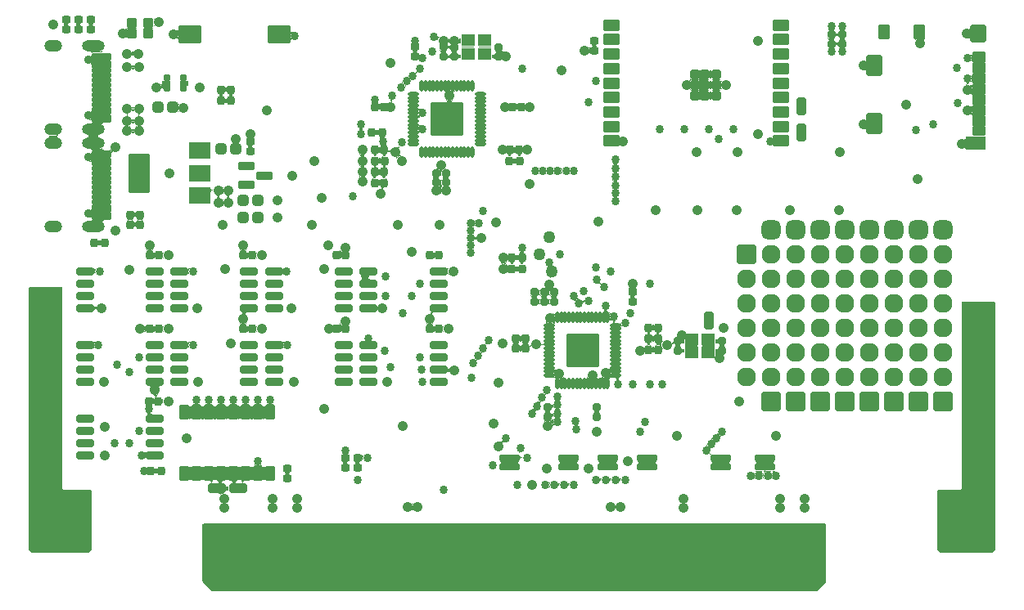
<source format=gts>
G04 #@! TF.GenerationSoftware,KiCad,Pcbnew,(6.0.7)*
G04 #@! TF.CreationDate,2022-08-14T23:11:46+02:00*
G04 #@! TF.ProjectId,picocart64_v2,7069636f-6361-4727-9436-345f76322e6b,rev?*
G04 #@! TF.SameCoordinates,Original*
G04 #@! TF.FileFunction,Soldermask,Top*
G04 #@! TF.FilePolarity,Negative*
%FSLAX46Y46*%
G04 Gerber Fmt 4.6, Leading zero omitted, Abs format (unit mm)*
G04 Created by KiCad (PCBNEW (6.0.7)) date 2022-08-14 23:11:46*
%MOMM*%
%LPD*%
G01*
G04 APERTURE LIST*
G04 Aperture macros list*
%AMRoundRect*
0 Rectangle with rounded corners*
0 $1 Rounding radius*
0 $2 $3 $4 $5 $6 $7 $8 $9 X,Y pos of 4 corners*
0 Add a 4 corners polygon primitive as box body*
4,1,4,$2,$3,$4,$5,$6,$7,$8,$9,$2,$3,0*
0 Add four circle primitives for the rounded corners*
1,1,$1+$1,$2,$3*
1,1,$1+$1,$4,$5*
1,1,$1+$1,$6,$7*
1,1,$1+$1,$8,$9*
0 Add four rect primitives between the rounded corners*
20,1,$1+$1,$2,$3,$4,$5,0*
20,1,$1+$1,$4,$5,$6,$7,0*
20,1,$1+$1,$6,$7,$8,$9,0*
20,1,$1+$1,$8,$9,$2,$3,0*%
%AMFreePoly0*
4,1,29,0.570283,0.484363,0.618252,0.429004,0.630000,0.375000,0.630000,-0.375000,0.609363,-0.445283,0.554004,-0.493252,0.500000,-0.505000,0.000000,-0.505000,-0.025362,-0.502502,-0.121033,-0.483472,-0.167895,-0.464061,-0.249001,-0.409868,-0.284868,-0.374001,-0.339061,-0.292895,-0.358472,-0.246033,-0.377502,-0.150362,-0.380000,-0.125000,-0.380000,0.125000,-0.377502,0.150362,-0.358472,0.246033,
-0.339061,0.292895,-0.284868,0.374001,-0.249001,0.409868,-0.167895,0.464061,-0.121033,0.483472,-0.025362,0.502502,0.000000,0.505000,0.500000,0.505000,0.570283,0.484363,0.570283,0.484363,$1*%
G04 Aperture macros list end*
%ADD10C,0.910000*%
%ADD11RoundRect,0.130000X-0.875000X0.150000X-0.875000X-0.150000X0.875000X-0.150000X0.875000X0.150000X0*%
%ADD12O,1.860000X1.260000*%
%ADD13O,2.360000X1.160000*%
%ADD14C,2.760000*%
%ADD15RoundRect,0.270000X-0.170000X0.140000X-0.170000X-0.140000X0.170000X-0.140000X0.170000X0.140000X0*%
%ADD16RoundRect,0.265000X-0.185000X0.135000X-0.185000X-0.135000X0.185000X-0.135000X0.185000X0.135000X0*%
%ADD17RoundRect,0.270000X0.140000X0.170000X-0.140000X0.170000X-0.140000X-0.170000X0.140000X-0.170000X0*%
%ADD18C,1.260000*%
%ADD19RoundRect,0.280000X-0.650000X-0.150000X0.650000X-0.150000X0.650000X0.150000X-0.650000X0.150000X0*%
%ADD20RoundRect,0.265000X0.185000X-0.135000X0.185000X0.135000X-0.185000X0.135000X-0.185000X-0.135000X0*%
%ADD21RoundRect,0.355000X-0.225000X-0.250000X0.225000X-0.250000X0.225000X0.250000X-0.225000X0.250000X0*%
%ADD22RoundRect,0.130000X-0.400000X-0.400000X0.400000X-0.400000X0.400000X0.400000X-0.400000X0.400000X0*%
%ADD23RoundRect,0.130000X0.400000X0.400000X-0.400000X0.400000X-0.400000X-0.400000X0.400000X-0.400000X0*%
%ADD24O,0.460000X1.135000*%
%ADD25O,1.135000X0.460000*%
%ADD26FreePoly0,270.000000*%
%ADD27FreePoly0,90.000000*%
%ADD28RoundRect,0.270000X0.170000X-0.140000X0.170000X0.140000X-0.170000X0.140000X-0.170000X-0.140000X0*%
%ADD29RoundRect,0.130000X-0.200000X0.250000X-0.200000X-0.250000X0.200000X-0.250000X0.200000X0.250000X0*%
%ADD30RoundRect,0.130000X-0.150000X0.250000X-0.150000X-0.250000X0.150000X-0.250000X0.150000X0.250000X0*%
%ADD31RoundRect,0.130000X0.400000X-0.400000X0.400000X0.400000X-0.400000X0.400000X-0.400000X-0.400000X0*%
%ADD32RoundRect,0.130000X-0.575000X-0.500000X0.575000X-0.500000X0.575000X0.500000X-0.575000X0.500000X0*%
%ADD33RoundRect,0.348750X-0.218750X-0.256250X0.218750X-0.256250X0.218750X0.256250X-0.218750X0.256250X0*%
%ADD34RoundRect,0.265000X0.135000X0.185000X-0.135000X0.185000X-0.135000X-0.185000X0.135000X-0.185000X0*%
%ADD35RoundRect,0.130000X0.400000X-0.650000X0.400000X0.650000X-0.400000X0.650000X-0.400000X-0.650000X0*%
%ADD36RoundRect,0.130000X1.090000X0.800000X-1.090000X0.800000X-1.090000X-0.800000X1.090000X-0.800000X0*%
%ADD37RoundRect,0.265000X-0.135000X-0.185000X0.135000X-0.185000X0.135000X0.185000X-0.135000X0.185000X0*%
%ADD38RoundRect,0.130000X-0.550000X0.425000X-0.550000X-0.425000X0.550000X-0.425000X0.550000X0.425000X0*%
%ADD39RoundRect,0.130000X-0.550000X0.375000X-0.550000X-0.375000X0.550000X-0.375000X0.550000X0.375000X0*%
%ADD40RoundRect,0.130000X-0.500000X0.600000X-0.500000X-0.600000X0.500000X-0.600000X0.500000X0.600000X0*%
%ADD41RoundRect,0.130000X-0.675000X0.950000X-0.675000X-0.950000X0.675000X-0.950000X0.675000X0.950000X0*%
%ADD42RoundRect,0.130000X-0.900000X0.585000X-0.900000X-0.585000X0.900000X-0.585000X0.900000X0.585000X0*%
%ADD43RoundRect,0.130000X-0.675000X0.775000X-0.675000X-0.775000X0.675000X-0.775000X0.675000X0.775000X0*%
%ADD44RoundRect,0.130000X1.000000X1.900000X-1.000000X1.900000X-1.000000X-1.900000X1.000000X-1.900000X0*%
%ADD45RoundRect,0.130000X1.000000X0.750000X-1.000000X0.750000X-1.000000X-0.750000X1.000000X-0.750000X0*%
%ADD46RoundRect,0.270000X-0.140000X-0.170000X0.140000X-0.170000X0.140000X0.170000X-0.140000X0.170000X0*%
%ADD47RoundRect,0.280000X-0.587500X-0.150000X0.587500X-0.150000X0.587500X0.150000X-0.587500X0.150000X0*%
%ADD48O,1.960000X1.960000*%
%ADD49RoundRect,0.130000X-0.850000X-0.850000X0.850000X-0.850000X0.850000X0.850000X-0.850000X0.850000X0*%
%ADD50RoundRect,0.130000X-0.750000X-0.450000X0.750000X-0.450000X0.750000X0.450000X-0.750000X0.450000X0*%
%ADD51RoundRect,0.130000X0.750000X0.450000X-0.750000X0.450000X-0.750000X-0.450000X0.750000X-0.450000X0*%
%ADD52RoundRect,0.130000X0.350000X0.350000X-0.350000X0.350000X-0.350000X-0.350000X0.350000X-0.350000X0*%
%ADD53FreePoly0,180.000000*%
%ADD54FreePoly0,0.000000*%
%ADD55RoundRect,0.355000X0.225000X0.250000X-0.225000X0.250000X-0.225000X-0.250000X0.225000X-0.250000X0*%
%ADD56RoundRect,0.130000X-0.250000X-0.187500X0.250000X-0.187500X0.250000X0.187500X-0.250000X0.187500X0*%
%ADD57RoundRect,0.130000X-0.325000X-0.150000X0.325000X-0.150000X0.325000X0.150000X-0.325000X0.150000X0*%
%ADD58RoundRect,0.555000X-0.425000X-0.425000X0.425000X-0.425000X0.425000X0.425000X-0.425000X0.425000X0*%
%ADD59C,1.060000*%
%ADD60C,0.860000*%
G04 APERTURE END LIST*
D10*
X106204000Y-64964600D03*
X106204000Y-70744600D03*
D11*
X107544000Y-64504600D03*
X107544000Y-65304600D03*
X107544000Y-66604600D03*
X107544000Y-67604600D03*
X107544000Y-68104600D03*
X107544000Y-69104600D03*
X107544000Y-70404600D03*
X107544000Y-71204600D03*
X107544000Y-70904600D03*
X107544000Y-70104600D03*
X107544000Y-69604600D03*
X107544000Y-68604600D03*
X107544000Y-67104600D03*
X107544000Y-66104600D03*
X107544000Y-65604600D03*
X107544000Y-64804600D03*
D12*
X102524000Y-72174600D03*
D13*
X106704000Y-63534600D03*
D12*
X102524000Y-63534600D03*
D13*
X106704000Y-72174600D03*
D10*
X106212600Y-75060800D03*
X106212600Y-80840800D03*
D11*
X107552600Y-74600800D03*
X107552600Y-75400800D03*
X107552600Y-76700800D03*
X107552600Y-77700800D03*
X107552600Y-78200800D03*
X107552600Y-79200800D03*
X107552600Y-80500800D03*
X107552600Y-81300800D03*
X107552600Y-81000800D03*
X107552600Y-80200800D03*
X107552600Y-79700800D03*
X107552600Y-78700800D03*
X107552600Y-77200800D03*
X107552600Y-76200800D03*
X107552600Y-75700800D03*
X107552600Y-74900800D03*
D12*
X102532600Y-82270800D03*
X102532600Y-73630800D03*
D13*
X106712600Y-73630800D03*
X106712600Y-82270800D03*
D14*
X102850000Y-112600000D03*
X197650000Y-112600000D03*
D15*
X143142000Y-76723000D03*
X143142000Y-77683000D03*
D16*
X162446000Y-89012000D03*
X162446000Y-90032000D03*
D17*
X142422000Y-85204000D03*
X141462000Y-85204000D03*
X123118000Y-85204000D03*
X122158000Y-85204000D03*
D18*
X153810000Y-83299000D03*
D19*
X115609000Y-94475000D03*
X115609000Y-95745000D03*
X115609000Y-97015000D03*
X115609000Y-98285000D03*
X122809000Y-98285000D03*
X122809000Y-97015000D03*
X122809000Y-95745000D03*
X122809000Y-94475000D03*
D17*
X123118000Y-92824000D03*
X122158000Y-92824000D03*
X136792000Y-75425000D03*
X135832000Y-75425000D03*
D20*
X105143600Y-61840000D03*
X105143600Y-60820000D03*
D17*
X151369000Y-93840000D03*
X150409000Y-93840000D03*
D15*
X144031000Y-63670000D03*
X144031000Y-64630000D03*
D20*
X158509000Y-63997000D03*
X158509000Y-62977000D03*
D19*
X105843000Y-94475000D03*
X105843000Y-95745000D03*
X105843000Y-97015000D03*
X105843000Y-98285000D03*
X113043000Y-98285000D03*
X113043000Y-97015000D03*
X113043000Y-95745000D03*
X113043000Y-94475000D03*
D18*
X152794000Y-85077000D03*
D15*
X158763000Y-100980000D03*
X158763000Y-101940000D03*
D17*
X142422000Y-92824000D03*
X141462000Y-92824000D03*
D19*
X135180000Y-86855000D03*
X135180000Y-88125000D03*
X135180000Y-89395000D03*
X135180000Y-90665000D03*
X142380000Y-90665000D03*
X142380000Y-89395000D03*
X142380000Y-88125000D03*
X142380000Y-86855000D03*
D21*
X119862600Y-74155000D03*
X121412600Y-74155000D03*
D15*
X167145000Y-94122000D03*
X167145000Y-95082000D03*
D22*
X110694400Y-61159000D03*
X110694400Y-62259000D03*
X112394400Y-62259000D03*
X112394400Y-61159000D03*
D23*
X142869000Y-71507000D03*
X142069000Y-70707000D03*
X143669000Y-70707000D03*
X142069000Y-72307000D03*
X143669000Y-72307000D03*
X142869000Y-72307000D03*
X143669000Y-71507000D03*
X144469000Y-72307000D03*
X142869000Y-70707000D03*
X142069000Y-71507000D03*
X144469000Y-71507000D03*
X142869000Y-69907000D03*
X143669000Y-69907000D03*
X142069000Y-69907000D03*
X144469000Y-69907000D03*
X144469000Y-70707000D03*
D24*
X145869000Y-74544500D03*
X145469000Y-74544500D03*
X145069000Y-74544500D03*
X144669000Y-74544500D03*
X144269000Y-74544500D03*
X143869000Y-74544500D03*
X143469000Y-74544500D03*
X143069000Y-74544500D03*
X142669000Y-74544500D03*
X142269000Y-74544500D03*
X141869000Y-74544500D03*
X141469000Y-74544500D03*
X141069000Y-74544500D03*
X140669000Y-74544500D03*
D25*
X139831500Y-73707000D03*
X139831500Y-73307000D03*
X139831500Y-72907000D03*
X139831500Y-72507000D03*
X139831500Y-72107000D03*
X139831500Y-71707000D03*
X139831500Y-71307000D03*
X139831500Y-70907000D03*
X139831500Y-70507000D03*
X139831500Y-70107000D03*
X139831500Y-69707000D03*
X139831500Y-69307000D03*
X139831500Y-68907000D03*
X139831500Y-68507000D03*
D24*
X140669000Y-67669500D03*
X141069000Y-67669500D03*
X141469000Y-67669500D03*
X141869000Y-67669500D03*
X142269000Y-67669500D03*
X142669000Y-67669500D03*
X143069000Y-67669500D03*
X143469000Y-67669500D03*
X143869000Y-67669500D03*
X144269000Y-67669500D03*
X144669000Y-67669500D03*
X145069000Y-67669500D03*
X145469000Y-67669500D03*
X145869000Y-67669500D03*
D25*
X146706500Y-68507000D03*
X146706500Y-68907000D03*
X146706500Y-69307000D03*
X146706500Y-69707000D03*
X146706500Y-70107000D03*
X146706500Y-70507000D03*
X146706500Y-70907000D03*
X146706500Y-71307000D03*
X146706500Y-71707000D03*
X146706500Y-72107000D03*
X146706500Y-72507000D03*
X146706500Y-72907000D03*
X146706500Y-73307000D03*
X146706500Y-73707000D03*
D26*
X179921200Y-71869000D03*
D27*
X179921200Y-73062800D03*
D28*
X142888000Y-64602000D03*
X142888000Y-63642000D03*
D29*
X176912000Y-106167000D03*
D30*
X176412000Y-106167000D03*
X175912000Y-106167000D03*
D29*
X175412000Y-106167000D03*
X175412000Y-107167000D03*
D30*
X175912000Y-107167000D03*
X176412000Y-107167000D03*
D29*
X176912000Y-107167000D03*
D31*
X158496000Y-95453000D03*
X156096000Y-94653000D03*
X158496000Y-93853000D03*
X158496000Y-94653000D03*
X156896000Y-94653000D03*
X157696000Y-95453000D03*
X156896000Y-95453000D03*
X156096000Y-93853000D03*
X157696000Y-93853000D03*
X156896000Y-93853000D03*
X156896000Y-96253000D03*
X156096000Y-95453000D03*
X157696000Y-94653000D03*
X157696000Y-96253000D03*
X158496000Y-96253000D03*
X156096000Y-96253000D03*
D25*
X153858500Y-97653000D03*
X153858500Y-97253000D03*
X153858500Y-96853000D03*
X153858500Y-96453000D03*
X153858500Y-96053000D03*
X153858500Y-95653000D03*
X153858500Y-95253000D03*
X153858500Y-94853000D03*
X153858500Y-94453000D03*
X153858500Y-94053000D03*
X153858500Y-93653000D03*
X153858500Y-93253000D03*
X153858500Y-92853000D03*
X153858500Y-92453000D03*
D24*
X154696000Y-91615500D03*
X155096000Y-91615500D03*
X155496000Y-91615500D03*
X155896000Y-91615500D03*
X156296000Y-91615500D03*
X156696000Y-91615500D03*
X157096000Y-91615500D03*
X157496000Y-91615500D03*
X157896000Y-91615500D03*
X158296000Y-91615500D03*
X158696000Y-91615500D03*
X159096000Y-91615500D03*
X159496000Y-91615500D03*
X159896000Y-91615500D03*
D25*
X160733500Y-92453000D03*
X160733500Y-92853000D03*
X160733500Y-93253000D03*
X160733500Y-93653000D03*
X160733500Y-94053000D03*
X160733500Y-94453000D03*
X160733500Y-94853000D03*
X160733500Y-95253000D03*
X160733500Y-95653000D03*
X160733500Y-96053000D03*
X160733500Y-96453000D03*
X160733500Y-96853000D03*
X160733500Y-97253000D03*
X160733500Y-97653000D03*
D24*
X159896000Y-98490500D03*
X159496000Y-98490500D03*
X159096000Y-98490500D03*
X158696000Y-98490500D03*
X158296000Y-98490500D03*
X157896000Y-98490500D03*
X157496000Y-98490500D03*
X157096000Y-98490500D03*
X156696000Y-98490500D03*
X156296000Y-98490500D03*
X155896000Y-98490500D03*
X155496000Y-98490500D03*
X155096000Y-98490500D03*
X154696000Y-98490500D03*
D32*
X145442000Y-64342000D03*
X147192000Y-64342000D03*
X147192000Y-62942000D03*
X145442000Y-62942000D03*
D33*
X113362500Y-69914600D03*
X114937500Y-69914600D03*
D29*
X164720000Y-106167000D03*
D30*
X164220000Y-106167000D03*
X163720000Y-106167000D03*
D29*
X163220000Y-106167000D03*
X163220000Y-107167000D03*
D30*
X163720000Y-107167000D03*
X164220000Y-107167000D03*
D29*
X164720000Y-107167000D03*
D17*
X136764000Y-77711000D03*
X135804000Y-77711000D03*
D32*
X168556000Y-95302000D03*
X170306000Y-95302000D03*
X170306000Y-93902000D03*
X168556000Y-93902000D03*
D19*
X125401000Y-94475000D03*
X125401000Y-95745000D03*
X125401000Y-97015000D03*
X125401000Y-98285000D03*
X132601000Y-98285000D03*
X132601000Y-97015000D03*
X132601000Y-95745000D03*
X132601000Y-94475000D03*
X135180000Y-94475000D03*
X135180000Y-95745000D03*
X135180000Y-97015000D03*
X135180000Y-98285000D03*
X142380000Y-98285000D03*
X142380000Y-97015000D03*
X142380000Y-95745000D03*
X142380000Y-94475000D03*
D34*
X107838000Y-83934000D03*
X106818000Y-83934000D03*
D15*
X142126000Y-76723000D03*
X142126000Y-77683000D03*
D17*
X113466000Y-92824000D03*
X112506000Y-92824000D03*
D19*
X125401000Y-86855000D03*
X125401000Y-88125000D03*
X125401000Y-89395000D03*
X125401000Y-90665000D03*
X132601000Y-90665000D03*
X132601000Y-89395000D03*
X132601000Y-88125000D03*
X132601000Y-86855000D03*
D17*
X136764000Y-74282000D03*
X135804000Y-74282000D03*
D35*
X116086000Y-107785000D03*
X117366000Y-107785000D03*
X118626000Y-107785000D03*
X119896000Y-107785000D03*
X121176000Y-107785000D03*
X122446000Y-107785000D03*
X123706000Y-107785000D03*
X124986000Y-107785000D03*
X124986000Y-101485000D03*
X123706000Y-101485000D03*
X122446000Y-101485000D03*
X121176000Y-101485000D03*
X119896000Y-101485000D03*
X118626000Y-101485000D03*
X117366000Y-101485000D03*
X116086000Y-101485000D03*
D36*
X125888000Y-62344000D03*
X116708000Y-62344000D03*
D37*
X149998000Y-85458000D03*
X151018000Y-85458000D03*
D28*
X171717000Y-94122000D03*
X171717000Y-95082000D03*
D38*
X198312500Y-64700000D03*
X198312500Y-65800000D03*
X198312500Y-66900000D03*
X198312500Y-68000000D03*
X198312500Y-69100000D03*
X198312500Y-70200000D03*
X198312500Y-71300000D03*
D39*
X198312500Y-72350000D03*
D40*
X192162500Y-62065000D03*
X188462500Y-62065000D03*
D41*
X187487500Y-65565000D03*
D42*
X197962500Y-73560000D03*
D41*
X187487500Y-71535000D03*
D43*
X198187500Y-62240000D03*
D44*
X111391600Y-76695000D03*
D45*
X117691600Y-74395000D03*
X117691600Y-76695000D03*
X117691600Y-78995000D03*
D29*
X172340000Y-106167000D03*
D30*
X171840000Y-106167000D03*
X171340000Y-106167000D03*
D29*
X170840000Y-106167000D03*
X170840000Y-107167000D03*
D30*
X171340000Y-107167000D03*
X171840000Y-107167000D03*
D29*
X172340000Y-107167000D03*
D17*
X132770000Y-92824000D03*
X131810000Y-92824000D03*
D28*
X153302000Y-90002000D03*
X153302000Y-89042000D03*
D46*
X164125000Y-92697000D03*
X165085000Y-92697000D03*
D47*
X122494100Y-75999000D03*
X122494100Y-77899000D03*
X124369100Y-76949000D03*
D16*
X122923600Y-73391000D03*
X122923600Y-74411000D03*
D18*
X154064000Y-86855000D03*
D48*
X174257000Y-97777000D03*
X174257000Y-95237000D03*
X174257000Y-92697000D03*
X174257000Y-90157000D03*
X174257000Y-87617000D03*
D49*
X174257000Y-85077000D03*
D26*
X170320000Y-91376200D03*
D27*
X170320000Y-92544600D03*
D37*
X149744000Y-75425000D03*
X150764000Y-75425000D03*
D50*
X160300000Y-61375000D03*
X160300000Y-62875000D03*
X160300000Y-64375000D03*
X160300000Y-65875000D03*
X160300000Y-67375000D03*
X160300000Y-68875000D03*
X160300000Y-70375000D03*
X160300000Y-71875000D03*
X160300000Y-73375000D03*
D51*
X177800000Y-73375000D03*
X177800000Y-71875000D03*
X177800000Y-70375000D03*
X177800000Y-68875000D03*
X177800000Y-67375000D03*
X177800000Y-65875000D03*
X177800000Y-64375000D03*
X177800000Y-62875000D03*
X177800000Y-61375000D03*
D52*
X171110000Y-66475000D03*
X169960000Y-68675000D03*
X169960000Y-66475000D03*
X171110000Y-67575000D03*
X168910000Y-67575000D03*
X168910000Y-66475000D03*
X168910000Y-68675000D03*
X171110000Y-68675000D03*
X169960000Y-67575000D03*
D16*
X133998000Y-106157000D03*
X133998000Y-107177000D03*
D53*
X122237800Y-109359400D03*
D54*
X121044000Y-109359400D03*
D15*
X153683000Y-100980000D03*
X153683000Y-101940000D03*
D17*
X113466000Y-85204000D03*
X112506000Y-85204000D03*
X132770000Y-85204000D03*
X131810000Y-85204000D03*
D55*
X123698600Y-79489000D03*
X122148600Y-79489000D03*
D46*
X149774000Y-74282000D03*
X150734000Y-74282000D03*
D20*
X103873600Y-61840000D03*
X103873600Y-60820000D03*
D37*
X119899000Y-69202000D03*
X120919000Y-69202000D03*
D19*
X105843000Y-102095000D03*
X105843000Y-103365000D03*
X105843000Y-104635000D03*
X105843000Y-105905000D03*
X113043000Y-105905000D03*
X113043000Y-104635000D03*
X113043000Y-103365000D03*
X113043000Y-102095000D03*
D29*
X160656000Y-106167000D03*
D30*
X160156000Y-106167000D03*
X159656000Y-106167000D03*
D29*
X159156000Y-106167000D03*
X159156000Y-107167000D03*
D30*
X159656000Y-107167000D03*
X160156000Y-107167000D03*
D29*
X160656000Y-107167000D03*
D28*
X148603000Y-64630000D03*
X148603000Y-63670000D03*
D15*
X184163000Y-62372000D03*
X184163000Y-63332000D03*
D34*
X151018000Y-86601000D03*
X149998000Y-86601000D03*
D16*
X106439000Y-60820000D03*
X106439000Y-61840000D03*
D46*
X164125000Y-93840000D03*
X165085000Y-93840000D03*
D29*
X156592000Y-106167000D03*
D30*
X156092000Y-106167000D03*
X155592000Y-106167000D03*
D29*
X155092000Y-106167000D03*
X155092000Y-107167000D03*
D30*
X155592000Y-107167000D03*
X156092000Y-107167000D03*
D29*
X156592000Y-107167000D03*
D16*
X139967000Y-63612000D03*
X139967000Y-64632000D03*
D28*
X152286000Y-90002000D03*
X152286000Y-89042000D03*
D29*
X150496000Y-106167000D03*
D30*
X149996000Y-106167000D03*
X149496000Y-106167000D03*
D29*
X148996000Y-106167000D03*
X148996000Y-107167000D03*
D30*
X149496000Y-107167000D03*
X149996000Y-107167000D03*
D29*
X150496000Y-107167000D03*
D19*
X115609000Y-86855000D03*
X115609000Y-88125000D03*
X115609000Y-89395000D03*
X115609000Y-90665000D03*
X122809000Y-90665000D03*
X122809000Y-89395000D03*
X122809000Y-88125000D03*
X122809000Y-86855000D03*
D55*
X123698600Y-81267000D03*
X122148600Y-81267000D03*
D56*
X114332100Y-66861100D03*
D57*
X114257100Y-67398600D03*
D56*
X114332100Y-67936100D03*
X116032100Y-67936100D03*
D57*
X116107100Y-67398600D03*
D56*
X116032100Y-66861100D03*
D20*
X132728000Y-107177000D03*
X132728000Y-106157000D03*
D27*
X179921200Y-70395800D03*
D26*
X179921200Y-69202000D03*
D17*
X113368000Y-100317000D03*
X112408000Y-100317000D03*
X136764000Y-69837000D03*
X135804000Y-69837000D03*
D16*
X126759000Y-107300000D03*
X126759000Y-108320000D03*
D17*
X136764000Y-76568000D03*
X135804000Y-76568000D03*
D37*
X110501000Y-81013000D03*
X111521000Y-81013000D03*
D46*
X150028000Y-69837000D03*
X150988000Y-69837000D03*
D28*
X154318000Y-90002000D03*
X154318000Y-89042000D03*
D19*
X105843000Y-86855000D03*
X105843000Y-88125000D03*
X105843000Y-89395000D03*
X105843000Y-90665000D03*
X113043000Y-90665000D03*
X113043000Y-89395000D03*
X113043000Y-88125000D03*
X113043000Y-86855000D03*
D17*
X151369000Y-94856000D03*
X150409000Y-94856000D03*
D37*
X119899000Y-68059000D03*
X120919000Y-68059000D03*
D54*
X118859600Y-109359400D03*
D53*
X120053400Y-109359400D03*
D34*
X136540000Y-72504000D03*
X135520000Y-72504000D03*
D37*
X112660000Y-107556000D03*
X113680000Y-107556000D03*
X110501000Y-82029000D03*
X111521000Y-82029000D03*
D15*
X183020000Y-62372000D03*
X183020000Y-63332000D03*
D46*
X164125000Y-94983000D03*
X165085000Y-94983000D03*
D49*
X179337000Y-100317000D03*
X194577000Y-100317000D03*
X176797000Y-100317000D03*
X181877000Y-100317000D03*
X186957000Y-100317000D03*
X192037000Y-100317000D03*
X184417000Y-100317000D03*
X189497000Y-100317000D03*
D58*
X181877000Y-82537000D03*
X179337000Y-82537000D03*
X184417000Y-82537000D03*
X194577000Y-82537000D03*
X176797000Y-82537000D03*
X186957000Y-82537000D03*
X192037000Y-82537000D03*
X189497000Y-82537000D03*
D48*
X176797000Y-92697000D03*
X192037000Y-95237000D03*
X186957000Y-92697000D03*
X184417000Y-95237000D03*
X176797000Y-85077000D03*
X194577000Y-87617000D03*
X184417000Y-87617000D03*
X194577000Y-90157000D03*
X189497000Y-97777000D03*
X179337000Y-87617000D03*
X194577000Y-92697000D03*
X189497000Y-87617000D03*
X189497000Y-92697000D03*
X181877000Y-95237000D03*
X189497000Y-95237000D03*
X184417000Y-92697000D03*
X189497000Y-90157000D03*
X179337000Y-90157000D03*
X192037000Y-90157000D03*
X186957000Y-90157000D03*
X181877000Y-87617000D03*
X181877000Y-97777000D03*
X179337000Y-95237000D03*
X179337000Y-97777000D03*
X181877000Y-92697000D03*
X179337000Y-92697000D03*
X184417000Y-85077000D03*
X192037000Y-92697000D03*
X179337000Y-85077000D03*
X186957000Y-97777000D03*
X184417000Y-90157000D03*
X192037000Y-85077000D03*
X186957000Y-87617000D03*
X181877000Y-90157000D03*
X184417000Y-97777000D03*
X186957000Y-85077000D03*
X181877000Y-85077000D03*
X176797000Y-87617000D03*
X176797000Y-95237000D03*
X192037000Y-87617000D03*
X176797000Y-90157000D03*
X176797000Y-97777000D03*
X189497000Y-85077000D03*
X194577000Y-95237000D03*
X192037000Y-97777000D03*
X194577000Y-97777000D03*
X186957000Y-95237000D03*
X194577000Y-85077000D03*
D59*
X173311000Y-74519000D03*
X169120000Y-74519000D03*
X158909200Y-81758000D03*
X130569000Y-101079000D03*
X148603000Y-105016000D03*
X153556000Y-107302000D03*
X157874000Y-107302000D03*
X161938000Y-106540000D03*
X177305000Y-103873000D03*
X173495000Y-100317000D03*
X167018000Y-103873000D03*
X148603000Y-98412000D03*
X144031000Y-97142000D03*
X138189000Y-82029000D03*
X129299000Y-82029000D03*
X120028000Y-82029000D03*
X130315000Y-79235000D03*
X129553000Y-75425000D03*
X136411000Y-78854000D03*
X151778000Y-77838000D03*
X148349000Y-81775000D03*
X146825000Y-83426000D03*
X110376000Y-86728000D03*
X107836000Y-102984000D03*
X116345000Y-104127000D03*
X152032000Y-108953000D03*
X148095000Y-102603000D03*
X138697000Y-102857000D03*
X120917000Y-94348000D03*
X130569000Y-86601000D03*
X120282000Y-86601000D03*
X114541600Y-76695000D03*
X124600000Y-70218000D03*
X137427000Y-65265000D03*
X155080000Y-66027000D03*
X183909000Y-74536000D03*
X190767000Y-69583000D03*
X191910000Y-77330000D03*
X183782000Y-80505000D03*
X173241000Y-80505000D03*
X169177000Y-80505000D03*
X164859000Y-80505000D03*
X142507000Y-82029000D03*
D60*
X150508000Y-108953000D03*
D59*
X140221000Y-111239000D03*
X139205000Y-111239000D03*
X152518000Y-94453000D03*
X110200000Y-72341400D03*
X110200000Y-71341400D03*
X111400000Y-71341400D03*
X111400000Y-72341400D03*
X102108000Y-105156000D03*
X180250000Y-111350000D03*
X180250000Y-110400000D03*
X177750000Y-111350000D03*
X177750000Y-110400000D03*
X167750000Y-110400000D03*
X167750000Y-111350000D03*
X127750000Y-111350000D03*
X127750000Y-110400000D03*
X149365000Y-64630000D03*
X142126000Y-72250000D03*
X139586000Y-84823000D03*
X120637600Y-79743000D03*
X125235000Y-110395916D03*
X114948000Y-62344000D03*
X102502000Y-61328000D03*
X198000000Y-108000000D03*
X107836000Y-105905000D03*
X127464000Y-98285000D03*
X142126000Y-78473000D03*
X144412000Y-69964000D03*
X107779000Y-98285000D03*
X110179000Y-64341400D03*
X121399600Y-73139000D03*
X120637600Y-78473000D03*
X158763000Y-103492000D03*
X141491000Y-91808000D03*
X161430000Y-73393000D03*
X168034000Y-67551000D03*
X143142000Y-78473000D03*
X151778000Y-69837000D03*
X172098000Y-67551000D03*
X122949000Y-72631000D03*
X125235000Y-111345916D03*
X111379000Y-64341400D03*
X127210000Y-90665000D03*
X197117000Y-70218000D03*
X153810000Y-88252000D03*
X166002000Y-94475000D03*
X134506000Y-77584000D03*
X167526000Y-93459000D03*
X153683000Y-102857000D03*
X109741000Y-62217000D03*
X117431000Y-90665000D03*
X119621600Y-79743000D03*
X148984000Y-94348000D03*
X111519000Y-92824000D03*
X122187000Y-84188000D03*
D60*
X135776000Y-69075000D03*
D59*
X108979000Y-74028000D03*
X157874000Y-94475000D03*
X159652000Y-97396000D03*
X157874000Y-95618000D03*
X171463000Y-95872000D03*
X120231200Y-110390600D03*
X107525000Y-90665000D03*
X120231200Y-111340600D03*
X122187000Y-91808000D03*
D60*
X184163000Y-64122000D03*
D59*
X156731000Y-95618000D03*
X186322000Y-71615000D03*
X157493000Y-63995000D03*
X186322000Y-65519000D03*
X196482000Y-73647000D03*
X162446000Y-88125000D03*
X175400000Y-72631000D03*
X119621600Y-78473000D03*
X131077000Y-92824000D03*
X130950000Y-84188000D03*
X134506000Y-75425000D03*
X137116000Y-98285000D03*
X134506000Y-74282000D03*
X198000000Y-109000000D03*
D60*
X112408000Y-101079000D03*
D59*
X113170000Y-67805000D03*
X151524000Y-74282000D03*
X192164000Y-63233000D03*
X117558000Y-98285000D03*
D60*
X183020000Y-64122000D03*
D59*
X144031000Y-62979000D03*
X136538000Y-90665000D03*
X112535000Y-84188000D03*
X134506000Y-76568000D03*
X156731000Y-94475000D03*
X108979000Y-82664000D03*
X102108000Y-106680000D03*
X196990000Y-62217000D03*
X142888000Y-62979000D03*
X114440000Y-85204000D03*
X143904000Y-86855000D03*
X138570000Y-75425000D03*
X143396000Y-92824000D03*
D60*
X184163000Y-61455000D03*
X139967000Y-62979000D03*
D59*
X153937000Y-91681000D03*
X114440000Y-100317000D03*
X125743000Y-79489000D03*
X142689063Y-75899500D03*
X163208000Y-95104500D03*
X137427000Y-69837000D03*
X132728000Y-92062000D03*
X149238000Y-69837000D03*
X124092000Y-85204000D03*
X149111000Y-86601000D03*
X143523000Y-68694000D03*
D60*
X111900000Y-107556000D03*
D59*
X114440000Y-92824000D03*
X175400000Y-62979000D03*
X158300619Y-97667019D03*
X154894290Y-97495738D03*
X137935000Y-74536000D03*
D60*
X183020000Y-61455000D03*
D59*
X125743000Y-81267000D03*
X124092000Y-92824000D03*
X113424000Y-61074000D03*
X197117000Y-68059000D03*
X149144500Y-85458000D03*
X148984000Y-74282000D03*
X132729855Y-84442530D03*
X115964000Y-69938600D03*
X117722100Y-67805000D03*
X110200000Y-65741400D03*
X111400000Y-70041400D03*
X110200000Y-70041400D03*
X111400000Y-65741400D03*
D60*
X197117000Y-64757000D03*
X160668000Y-76187000D03*
X195974000Y-65773000D03*
X160668000Y-75272600D03*
X197117000Y-66916000D03*
X160668000Y-78727000D03*
X196101000Y-69456000D03*
X160668000Y-79616000D03*
X193561000Y-71615000D03*
X160668000Y-77965000D03*
X191783000Y-72250000D03*
X160668000Y-77076000D03*
D59*
X161176000Y-111239000D03*
X127267000Y-76949000D03*
X160241000Y-111252000D03*
D60*
X174638000Y-108064000D03*
X175527000Y-108064000D03*
X176416000Y-108064000D03*
X177305000Y-108064000D03*
X162446000Y-98539000D03*
X160541000Y-91554000D03*
X159652000Y-90411000D03*
X160922000Y-98539000D03*
X158636000Y-108445000D03*
X159652000Y-108445000D03*
X160668000Y-108445000D03*
X161684000Y-108445000D03*
X150895500Y-105143000D03*
X134379000Y-71615000D03*
X160160000Y-86855000D03*
X151524000Y-106159000D03*
X140729000Y-70472000D03*
X153429000Y-108953000D03*
X154318000Y-108953000D03*
X155334000Y-108953000D03*
X156350000Y-108953000D03*
X154699000Y-102476000D03*
X170066000Y-105397000D03*
X170574000Y-104762000D03*
X154699000Y-101587000D03*
X171082000Y-104127000D03*
X154699000Y-100698000D03*
X154699000Y-99809000D03*
X171717000Y-103492000D03*
X163218500Y-103492000D03*
X156604000Y-103238000D03*
X163716000Y-102476000D03*
X156594500Y-102349000D03*
X161684000Y-92189000D03*
X164224000Y-98539000D03*
X162192000Y-91173000D03*
X165494000Y-98539000D03*
X142888000Y-109461000D03*
X147968000Y-106921000D03*
X158763000Y-87738000D03*
X149365000Y-104127000D03*
X134379000Y-72631000D03*
X145809000Y-97904000D03*
X146571000Y-81902000D03*
X146952000Y-80632000D03*
X127521000Y-62471000D03*
X145682000Y-81902000D03*
X136792000Y-95110002D03*
X136919000Y-87363000D03*
X137427000Y-96761000D03*
X108852000Y-104635000D03*
X145936000Y-96380000D03*
X109106000Y-96507000D03*
X136919000Y-89395000D03*
X145682000Y-82664000D03*
X138697000Y-91173000D03*
D59*
X113043000Y-99174000D03*
D60*
X146444000Y-95618000D03*
X140729000Y-98285000D03*
X145682000Y-83426000D03*
X111646000Y-105905000D03*
X140602000Y-97015000D03*
X145682000Y-84188000D03*
X139586000Y-89395000D03*
X110376000Y-104635000D03*
X110376000Y-97269000D03*
X146952000Y-94856000D03*
X145682000Y-84950000D03*
X140475000Y-88125000D03*
X111392000Y-103365000D03*
X111392000Y-95745000D03*
X140475000Y-95745000D03*
X147587000Y-93967000D03*
X107328000Y-86855000D03*
X117361000Y-100190000D03*
X107201000Y-94475000D03*
X118631000Y-100190000D03*
X119901000Y-100190000D03*
X116980000Y-86855000D03*
X116980000Y-94475000D03*
X121171000Y-100190000D03*
X122441000Y-100190000D03*
X126632000Y-86855000D03*
X123711000Y-100190000D03*
X126759000Y-94475000D03*
X134760000Y-87363000D03*
X124981000Y-100190000D03*
X154699000Y-76441000D03*
X151016000Y-65900000D03*
X157880500Y-89903000D03*
X153556000Y-99174000D03*
X153937000Y-76441000D03*
X157401000Y-88887000D03*
X140475000Y-65900000D03*
X153048000Y-99936000D03*
X156858000Y-90157000D03*
X153175000Y-76441000D03*
X152540000Y-100825000D03*
X139713000Y-66662000D03*
X139078000Y-67170000D03*
X152032000Y-101587000D03*
X156397500Y-89395000D03*
X152413000Y-76441000D03*
X158636000Y-67170000D03*
X157874000Y-69329000D03*
X176670000Y-73393000D03*
D59*
X178702000Y-80505000D03*
D60*
X156350000Y-76441000D03*
X155588000Y-76441000D03*
D59*
X171844000Y-92697000D03*
D60*
X137554000Y-68694000D03*
X171336000Y-73139000D03*
X159525000Y-88506000D03*
X135014000Y-106159000D03*
X133998000Y-108445000D03*
X133490000Y-79091500D03*
X132728000Y-105397000D03*
X164224000Y-88125000D03*
X172860000Y-72123000D03*
X138564285Y-67810715D03*
X165240000Y-72123000D03*
X158636000Y-86474000D03*
X138570000Y-73520000D03*
X154953000Y-85077000D03*
X140729000Y-64757000D03*
X136665000Y-73393000D03*
X153810000Y-85966000D03*
X140729500Y-72123000D03*
X151016000Y-84442000D03*
X135141000Y-93840000D03*
X123711000Y-106540000D03*
X170320000Y-72123000D03*
X167780000Y-72123000D03*
X141872000Y-62598000D03*
X141745000Y-64122000D03*
G36*
X199942121Y-90020002D02*
G01*
X199988614Y-90073658D01*
X200000000Y-90126000D01*
X200000000Y-109728000D01*
X199979998Y-109796121D01*
X199926342Y-109842614D01*
X199874000Y-109854000D01*
X196503088Y-109854000D01*
X196496906Y-109853848D01*
X196481291Y-109853081D01*
X196468985Y-109851869D01*
X196456574Y-109850028D01*
X196444448Y-109847616D01*
X196432267Y-109844565D01*
X196420435Y-109840976D01*
X196408629Y-109836752D01*
X196397202Y-109832019D01*
X196385859Y-109826654D01*
X196374948Y-109820822D01*
X196364190Y-109814373D01*
X196353921Y-109807511D01*
X196343837Y-109800033D01*
X196334267Y-109792179D01*
X196324975Y-109783756D01*
X196316244Y-109775025D01*
X196307821Y-109765733D01*
X196299967Y-109756163D01*
X196292489Y-109746079D01*
X196285627Y-109735810D01*
X196279178Y-109725052D01*
X196273346Y-109714141D01*
X196267981Y-109702798D01*
X196263248Y-109691371D01*
X196259024Y-109679565D01*
X196255435Y-109667733D01*
X196252650Y-109656614D01*
X196255501Y-109585674D01*
X196296253Y-109527538D01*
X196361966Y-109500663D01*
X196374874Y-109500000D01*
X196481885Y-109500000D01*
X196497124Y-109495525D01*
X196498329Y-109494135D01*
X196500000Y-109486452D01*
X196500000Y-90126000D01*
X196520002Y-90057879D01*
X196573658Y-90011386D01*
X196626000Y-90000000D01*
X199874000Y-90000000D01*
X199942121Y-90020002D01*
G37*
G36*
X103442121Y-88520002D02*
G01*
X103488614Y-88573658D01*
X103500000Y-88626000D01*
X103500000Y-109481885D01*
X103504475Y-109497124D01*
X103505865Y-109498329D01*
X103513548Y-109500000D01*
X103520838Y-109500000D01*
X103588959Y-109520002D01*
X103635452Y-109573658D01*
X103645556Y-109643932D01*
X103616062Y-109708512D01*
X103556336Y-109746896D01*
X103539329Y-109750636D01*
X103531018Y-109751869D01*
X103518709Y-109753081D01*
X103503094Y-109753848D01*
X103496912Y-109754000D01*
X100126000Y-109754000D01*
X100057879Y-109733998D01*
X100011386Y-109680342D01*
X100000000Y-109628000D01*
X100000000Y-88626000D01*
X100020002Y-88557879D01*
X100073658Y-88511386D01*
X100126000Y-88500000D01*
X103374000Y-88500000D01*
X103442121Y-88520002D01*
G37*
G36*
X182442121Y-113020002D02*
G01*
X182488614Y-113073658D01*
X182500000Y-113126000D01*
X182500000Y-118947810D01*
X182479998Y-119015931D01*
X182463095Y-119036905D01*
X181536905Y-119963095D01*
X181474593Y-119997121D01*
X181447810Y-120000000D01*
X119052190Y-120000000D01*
X118984069Y-119979998D01*
X118963095Y-119963095D01*
X118036905Y-119036905D01*
X118002879Y-118974593D01*
X118000000Y-118947810D01*
X118000000Y-113126000D01*
X118020002Y-113057879D01*
X118073658Y-113011386D01*
X118126000Y-113000000D01*
X182374000Y-113000000D01*
X182442121Y-113020002D01*
G37*
G36*
X199942121Y-109266002D02*
G01*
X199988614Y-109319658D01*
X200000000Y-109372000D01*
X200000000Y-115491742D01*
X199998922Y-115508188D01*
X199985128Y-115612963D01*
X199976615Y-115644735D01*
X199939361Y-115734674D01*
X199922914Y-115763160D01*
X199863651Y-115840393D01*
X199840393Y-115863651D01*
X199763160Y-115922914D01*
X199734674Y-115939361D01*
X199644735Y-115976615D01*
X199612963Y-115985128D01*
X199508188Y-115998922D01*
X199491742Y-116000000D01*
X194508258Y-116000000D01*
X194491812Y-115998922D01*
X194387037Y-115985128D01*
X194355265Y-115976615D01*
X194265326Y-115939361D01*
X194236840Y-115922914D01*
X194159607Y-115863651D01*
X194136349Y-115840393D01*
X194077086Y-115763160D01*
X194060639Y-115734674D01*
X194023385Y-115644735D01*
X194014872Y-115612963D01*
X194001078Y-115508188D01*
X194000000Y-115491742D01*
X194000000Y-109626000D01*
X194020002Y-109557879D01*
X194073658Y-109511386D01*
X194126000Y-109500000D01*
X196481885Y-109500000D01*
X196497124Y-109495525D01*
X196498329Y-109494135D01*
X196500000Y-109486452D01*
X196500000Y-109372000D01*
X196520002Y-109303879D01*
X196573658Y-109257386D01*
X196626000Y-109246000D01*
X199874000Y-109246000D01*
X199942121Y-109266002D01*
G37*
G36*
X103442121Y-109266002D02*
G01*
X103488614Y-109319658D01*
X103500000Y-109372000D01*
X103500000Y-109481885D01*
X103504475Y-109497124D01*
X103505865Y-109498329D01*
X103513548Y-109500000D01*
X106374000Y-109500000D01*
X106442121Y-109520002D01*
X106488614Y-109573658D01*
X106500000Y-109626000D01*
X106500000Y-115491742D01*
X106498922Y-115508188D01*
X106485128Y-115612963D01*
X106476615Y-115644735D01*
X106439361Y-115734674D01*
X106422914Y-115763160D01*
X106363651Y-115840393D01*
X106340393Y-115863651D01*
X106263160Y-115922914D01*
X106234674Y-115939361D01*
X106144735Y-115976615D01*
X106112963Y-115985128D01*
X106008188Y-115998922D01*
X105991742Y-116000000D01*
X100508258Y-116000000D01*
X100491812Y-115998922D01*
X100387037Y-115985128D01*
X100355265Y-115976615D01*
X100265326Y-115939361D01*
X100236840Y-115922914D01*
X100159607Y-115863651D01*
X100136349Y-115840393D01*
X100077086Y-115763160D01*
X100060639Y-115734674D01*
X100023385Y-115644735D01*
X100014872Y-115612963D01*
X100001078Y-115508188D01*
X100000000Y-115491742D01*
X100000000Y-109372000D01*
X100020002Y-109303879D01*
X100073658Y-109257386D01*
X100126000Y-109246000D01*
X103374000Y-109246000D01*
X103442121Y-109266002D01*
G37*
G36*
X182480771Y-112993068D02*
G01*
X182499430Y-112998068D01*
X182500718Y-112999356D01*
X182501000Y-112999356D01*
X182501932Y-113000570D01*
X182506932Y-113019231D01*
X182507000Y-113019749D01*
X182507000Y-118980253D01*
X182506932Y-118980771D01*
X182501932Y-118999432D01*
X182501510Y-118999854D01*
X182501535Y-118999879D01*
X182501535Y-119000915D01*
X182499000Y-119010375D01*
X182498654Y-119011075D01*
X182498167Y-119011709D01*
X182497995Y-119011905D01*
X181518916Y-119990984D01*
X181518502Y-119991302D01*
X181501769Y-120000963D01*
X181501169Y-120000963D01*
X181501169Y-120001000D01*
X181500437Y-120001732D01*
X181491957Y-120006628D01*
X181491219Y-120006879D01*
X181490431Y-120006983D01*
X181490169Y-120007000D01*
X119019749Y-120007000D01*
X119019231Y-120006932D01*
X119000571Y-120001932D01*
X119000146Y-120001507D01*
X119000119Y-120001533D01*
X118999083Y-120001533D01*
X118989625Y-119998999D01*
X118988926Y-119998654D01*
X118988290Y-119998166D01*
X118988093Y-119997993D01*
X118009016Y-119018916D01*
X118008698Y-119018502D01*
X117999037Y-119001769D01*
X117999037Y-119001169D01*
X117999000Y-119001169D01*
X117998268Y-119000437D01*
X117997599Y-118999279D01*
X118002000Y-118999279D01*
X118002183Y-118999355D01*
X119000904Y-119998076D01*
X119001089Y-119998000D01*
X181499279Y-119998000D01*
X181499355Y-119997817D01*
X182498076Y-118999096D01*
X182498000Y-118998914D01*
X182498000Y-113002000D01*
X118002000Y-113002000D01*
X118002000Y-118999279D01*
X117997599Y-118999279D01*
X117993372Y-118991957D01*
X117993121Y-118991219D01*
X117993017Y-118990431D01*
X117993000Y-118990169D01*
X117993000Y-113019749D01*
X117993068Y-113019231D01*
X117998068Y-113000570D01*
X117999356Y-112999282D01*
X117999356Y-112999000D01*
X118000570Y-112998068D01*
X118019231Y-112993068D01*
X118019749Y-112993000D01*
X182480253Y-112993000D01*
X182480771Y-112993068D01*
G37*
G36*
X199980771Y-89993068D02*
G01*
X199999430Y-89998068D01*
X200000718Y-89999356D01*
X200001000Y-89999356D01*
X200001932Y-90000570D01*
X200006932Y-90019231D01*
X200007000Y-90019749D01*
X200007000Y-115495088D01*
X200006996Y-115495219D01*
X200006312Y-115505649D01*
X200006299Y-115505779D01*
X199991186Y-115620576D01*
X199991135Y-115620833D01*
X199985751Y-115640926D01*
X199985667Y-115641173D01*
X199943243Y-115743595D01*
X199943127Y-115743830D01*
X199932727Y-115761842D01*
X199932582Y-115762060D01*
X199865089Y-115850018D01*
X199864916Y-115850214D01*
X199850214Y-115864916D01*
X199850018Y-115865089D01*
X199762060Y-115932582D01*
X199761842Y-115932727D01*
X199743830Y-115943127D01*
X199743595Y-115943243D01*
X199641173Y-115985667D01*
X199640926Y-115985751D01*
X199620833Y-115991135D01*
X199620576Y-115991186D01*
X199505779Y-116006299D01*
X199505649Y-116006312D01*
X199495219Y-116006996D01*
X199495088Y-116007000D01*
X194504912Y-116007000D01*
X194504781Y-116006996D01*
X194494351Y-116006312D01*
X194494221Y-116006299D01*
X194379424Y-115991186D01*
X194379167Y-115991135D01*
X194359074Y-115985751D01*
X194358827Y-115985667D01*
X194256405Y-115943243D01*
X194256170Y-115943127D01*
X194238158Y-115932727D01*
X194237940Y-115932582D01*
X194149982Y-115865089D01*
X194149786Y-115864916D01*
X194135084Y-115850214D01*
X194134911Y-115850018D01*
X194067418Y-115762060D01*
X194067273Y-115761842D01*
X194056873Y-115743830D01*
X194056757Y-115743595D01*
X194014333Y-115641173D01*
X194014249Y-115640926D01*
X194008865Y-115620833D01*
X194008814Y-115620576D01*
X193993701Y-115505779D01*
X193993688Y-115505649D01*
X193993309Y-115499868D01*
X194002000Y-115499868D01*
X194018986Y-115628888D01*
X194068733Y-115748990D01*
X194147874Y-115852126D01*
X194251010Y-115931267D01*
X194371112Y-115981014D01*
X194500132Y-115998000D01*
X199499868Y-115998000D01*
X199628888Y-115981014D01*
X199748990Y-115931267D01*
X199852126Y-115852126D01*
X199931267Y-115748990D01*
X199981014Y-115628888D01*
X199998000Y-115499868D01*
X199998000Y-90002000D01*
X196502000Y-90002000D01*
X196502000Y-109500000D01*
X196501000Y-109501732D01*
X196500000Y-109502000D01*
X194002000Y-109502000D01*
X194002000Y-115499868D01*
X193993309Y-115499868D01*
X193993004Y-115495219D01*
X193993000Y-115495088D01*
X193993000Y-109519749D01*
X193993068Y-109519231D01*
X193998068Y-109500570D01*
X193999356Y-109499282D01*
X193999356Y-109499000D01*
X194000570Y-109498068D01*
X194019231Y-109493068D01*
X194019749Y-109493000D01*
X196344737Y-109493000D01*
X196418967Y-109473110D01*
X196473110Y-109418967D01*
X196493000Y-109344737D01*
X196493000Y-90019749D01*
X196493068Y-90019231D01*
X196498068Y-90000570D01*
X196499356Y-89999282D01*
X196499356Y-89999000D01*
X196500570Y-89998068D01*
X196519231Y-89993068D01*
X196519749Y-89993000D01*
X199980253Y-89993000D01*
X199980771Y-89993068D01*
G37*
G36*
X103480771Y-88493068D02*
G01*
X103499430Y-88498068D01*
X103500718Y-88499356D01*
X103501000Y-88499356D01*
X103501932Y-88500570D01*
X103506932Y-88519231D01*
X103507000Y-88519749D01*
X103507000Y-109344737D01*
X103526890Y-109418967D01*
X103581034Y-109473110D01*
X103655263Y-109493000D01*
X106480253Y-109493000D01*
X106480771Y-109493068D01*
X106499430Y-109498068D01*
X106500718Y-109499356D01*
X106501000Y-109499356D01*
X106501932Y-109500570D01*
X106506932Y-109519231D01*
X106507000Y-109519749D01*
X106507000Y-115495088D01*
X106506996Y-115495219D01*
X106506312Y-115505649D01*
X106506299Y-115505779D01*
X106491186Y-115620576D01*
X106491135Y-115620833D01*
X106485751Y-115640926D01*
X106485667Y-115641173D01*
X106443243Y-115743595D01*
X106443127Y-115743830D01*
X106432727Y-115761842D01*
X106432582Y-115762060D01*
X106365089Y-115850018D01*
X106364916Y-115850214D01*
X106350214Y-115864916D01*
X106350018Y-115865089D01*
X106262060Y-115932582D01*
X106261842Y-115932727D01*
X106243830Y-115943127D01*
X106243595Y-115943243D01*
X106141173Y-115985667D01*
X106140926Y-115985751D01*
X106120833Y-115991135D01*
X106120576Y-115991186D01*
X106005779Y-116006299D01*
X106005649Y-116006312D01*
X105995219Y-116006996D01*
X105995088Y-116007000D01*
X100504912Y-116007000D01*
X100504781Y-116006996D01*
X100494351Y-116006312D01*
X100494221Y-116006299D01*
X100379424Y-115991186D01*
X100379167Y-115991135D01*
X100359074Y-115985751D01*
X100358827Y-115985667D01*
X100256405Y-115943243D01*
X100256170Y-115943127D01*
X100238158Y-115932727D01*
X100237940Y-115932582D01*
X100149982Y-115865089D01*
X100149786Y-115864916D01*
X100135084Y-115850214D01*
X100134911Y-115850018D01*
X100067418Y-115762060D01*
X100067273Y-115761842D01*
X100056873Y-115743830D01*
X100056757Y-115743595D01*
X100014333Y-115641173D01*
X100014249Y-115640926D01*
X100008865Y-115620833D01*
X100008814Y-115620576D01*
X99993701Y-115505779D01*
X99993688Y-115505649D01*
X99993309Y-115499868D01*
X100002000Y-115499868D01*
X100018986Y-115628888D01*
X100068733Y-115748990D01*
X100147874Y-115852126D01*
X100251010Y-115931267D01*
X100371112Y-115981014D01*
X100500132Y-115998000D01*
X105999868Y-115998000D01*
X106128888Y-115981014D01*
X106248990Y-115931267D01*
X106352126Y-115852126D01*
X106431267Y-115748990D01*
X106481014Y-115628888D01*
X106498000Y-115499868D01*
X106498000Y-109502000D01*
X103500000Y-109502000D01*
X103498268Y-109501000D01*
X103498000Y-109500000D01*
X103498000Y-88502000D01*
X100002000Y-88502000D01*
X100002000Y-115499868D01*
X99993309Y-115499868D01*
X99993004Y-115495219D01*
X99993000Y-115495088D01*
X99993000Y-88519749D01*
X99993068Y-88519231D01*
X99998068Y-88500570D01*
X99999356Y-88499282D01*
X99999356Y-88499000D01*
X100000570Y-88498068D01*
X100019231Y-88493068D01*
X100019749Y-88493000D01*
X103480253Y-88493000D01*
X103480771Y-88493068D01*
G37*
G36*
X139714587Y-111384470D02*
G01*
X139714848Y-111384923D01*
X139763753Y-111502990D01*
X139832911Y-111593119D01*
X139833172Y-111595102D01*
X139831585Y-111596320D01*
X139829978Y-111595816D01*
X139812550Y-111579958D01*
X139744266Y-111544713D01*
X139667776Y-111548321D01*
X139603159Y-111589803D01*
X139597273Y-111597073D01*
X139597018Y-111597335D01*
X139590703Y-111602728D01*
X139588736Y-111603092D01*
X139587437Y-111601571D01*
X139587817Y-111599989D01*
X139662247Y-111502990D01*
X139711152Y-111384923D01*
X139712739Y-111383705D01*
X139714587Y-111384470D01*
G37*
G36*
X139836805Y-110878693D02*
G01*
X139836429Y-110880296D01*
X139763753Y-110975010D01*
X139714848Y-111093077D01*
X139713261Y-111094295D01*
X139711413Y-111093530D01*
X139711152Y-111093077D01*
X139662247Y-110975010D01*
X139591326Y-110882584D01*
X139591065Y-110880601D01*
X139592652Y-110879383D01*
X139594243Y-110879873D01*
X139614485Y-110897908D01*
X139683140Y-110932437D01*
X139759586Y-110928030D01*
X139811771Y-110893751D01*
X139813768Y-110893636D01*
X139814376Y-110894108D01*
X139814460Y-110894204D01*
X139833527Y-110877571D01*
X139835490Y-110877186D01*
X139836805Y-110878693D01*
G37*
G36*
X120373265Y-109682824D02*
G01*
X120373365Y-109684352D01*
X120348579Y-109757369D01*
X120363518Y-109832471D01*
X120414154Y-109890210D01*
X120426969Y-109897857D01*
X120452287Y-109911262D01*
X120453350Y-109912957D01*
X120452414Y-109914724D01*
X120450586Y-109914878D01*
X120367852Y-109880608D01*
X120231200Y-109862617D01*
X120094548Y-109880608D01*
X119967210Y-109933353D01*
X119857860Y-110017260D01*
X119796468Y-110097269D01*
X119794620Y-110098034D01*
X119793033Y-110096816D01*
X119793003Y-110095364D01*
X119817819Y-110027549D01*
X119804654Y-109952116D01*
X119755535Y-109893371D01*
X119683413Y-109866978D01*
X119670387Y-109866398D01*
X119668701Y-109865322D01*
X119668790Y-109863324D01*
X119670476Y-109862400D01*
X120053306Y-109862400D01*
X120078461Y-109859922D01*
X120173851Y-109840948D01*
X120220348Y-109821688D01*
X120301127Y-109767714D01*
X120336714Y-109732127D01*
X120369808Y-109682598D01*
X120371602Y-109681713D01*
X120373265Y-109682824D01*
G37*
G36*
X120414958Y-109119686D02*
G01*
X120458647Y-109176624D01*
X120529391Y-109205927D01*
X120605309Y-109195932D01*
X120666170Y-109149232D01*
X120681873Y-109122032D01*
X120683605Y-109121032D01*
X120685337Y-109122032D01*
X120685567Y-109123422D01*
X120668478Y-109209339D01*
X120666000Y-109234494D01*
X120666000Y-109484306D01*
X120668478Y-109509461D01*
X120685991Y-109597506D01*
X120685348Y-109599400D01*
X120683386Y-109599790D01*
X120682442Y-109599114D01*
X120638753Y-109542176D01*
X120568009Y-109512873D01*
X120492091Y-109522868D01*
X120431230Y-109569568D01*
X120415527Y-109596768D01*
X120413795Y-109597768D01*
X120412063Y-109596768D01*
X120411833Y-109595378D01*
X120428922Y-109509461D01*
X120431400Y-109484306D01*
X120431400Y-109234494D01*
X120428922Y-109209339D01*
X120411409Y-109121294D01*
X120412052Y-109119400D01*
X120414014Y-109119010D01*
X120414958Y-109119686D01*
G37*
G36*
X153756545Y-108678046D02*
G01*
X153816890Y-108724351D01*
X153892808Y-108734346D01*
X153963681Y-108704990D01*
X153987608Y-108681063D01*
X153989540Y-108680545D01*
X153990954Y-108681959D01*
X153990521Y-108683801D01*
X153960291Y-108718030D01*
X153908721Y-108827870D01*
X153890052Y-108947772D01*
X153905786Y-109068092D01*
X153954657Y-109179160D01*
X153993352Y-109225194D01*
X153993701Y-109227163D01*
X153992170Y-109228450D01*
X153990603Y-109228068D01*
X153930110Y-109181649D01*
X153854192Y-109171654D01*
X153783319Y-109201010D01*
X153762450Y-109221879D01*
X153760518Y-109222397D01*
X153759104Y-109220983D01*
X153759553Y-109219123D01*
X153783811Y-109192323D01*
X153836720Y-109083119D01*
X153856874Y-108963329D01*
X153856998Y-108953131D01*
X153839777Y-108832881D01*
X153789552Y-108722417D01*
X153753812Y-108680939D01*
X153753439Y-108678974D01*
X153754954Y-108677668D01*
X153756545Y-108678046D01*
G37*
G36*
X155984885Y-108732269D02*
G01*
X155984847Y-108733884D01*
X155940721Y-108827870D01*
X155922052Y-108947772D01*
X155937786Y-109068092D01*
X155981842Y-109168217D01*
X155981624Y-109170205D01*
X155979793Y-109171010D01*
X155978424Y-109170240D01*
X155966075Y-109154146D01*
X155964948Y-109154294D01*
X155964127Y-109153665D01*
X155932051Y-109111863D01*
X155861307Y-109082561D01*
X155785389Y-109092557D01*
X155724529Y-109139258D01*
X155709948Y-109164513D01*
X155709803Y-109164730D01*
X155701056Y-109176130D01*
X155699208Y-109176896D01*
X155697621Y-109175678D01*
X155697669Y-109174041D01*
X155741720Y-109083119D01*
X155761874Y-108963329D01*
X155761998Y-108953131D01*
X155744777Y-108832881D01*
X155700650Y-108735828D01*
X155700844Y-108733837D01*
X155702664Y-108733009D01*
X155704058Y-108733782D01*
X155717925Y-108751854D01*
X155719052Y-108751706D01*
X155719873Y-108752335D01*
X155751949Y-108794137D01*
X155822693Y-108823439D01*
X155898611Y-108813443D01*
X155959471Y-108766742D01*
X155974052Y-108741487D01*
X155974197Y-108741270D01*
X155981450Y-108731817D01*
X155983298Y-108731051D01*
X155984885Y-108732269D01*
G37*
G36*
X154968885Y-108732269D02*
G01*
X154968847Y-108733884D01*
X154924721Y-108827870D01*
X154906052Y-108947772D01*
X154921786Y-109068092D01*
X154965842Y-109168217D01*
X154965624Y-109170205D01*
X154963793Y-109171010D01*
X154962424Y-109170240D01*
X154950075Y-109154146D01*
X154948948Y-109154294D01*
X154948127Y-109153665D01*
X154916051Y-109111863D01*
X154845307Y-109082561D01*
X154769389Y-109092557D01*
X154708529Y-109139258D01*
X154693948Y-109164513D01*
X154693803Y-109164730D01*
X154685056Y-109176130D01*
X154683208Y-109176896D01*
X154681621Y-109175678D01*
X154681669Y-109174041D01*
X154725720Y-109083119D01*
X154745874Y-108963329D01*
X154745998Y-108953131D01*
X154728777Y-108832881D01*
X154684650Y-108735828D01*
X154684844Y-108733837D01*
X154686664Y-108733009D01*
X154688058Y-108733782D01*
X154701925Y-108751854D01*
X154703052Y-108751706D01*
X154703873Y-108752335D01*
X154735949Y-108794137D01*
X154806693Y-108823439D01*
X154882611Y-108813443D01*
X154943471Y-108766742D01*
X154958052Y-108741487D01*
X154958197Y-108741270D01*
X154965450Y-108731817D01*
X154967298Y-108731051D01*
X154968885Y-108732269D01*
G37*
G36*
X122046199Y-108563000D02*
G01*
X122318656Y-108563000D01*
X122320388Y-108564000D01*
X122320388Y-108566000D01*
X122319174Y-108566932D01*
X122244690Y-108586890D01*
X122190547Y-108641034D01*
X122170728Y-108714998D01*
X122190547Y-108788965D01*
X122244764Y-108843181D01*
X122290098Y-108860244D01*
X122291366Y-108861790D01*
X122290662Y-108863662D01*
X122289003Y-108864078D01*
X122262861Y-108858878D01*
X122237706Y-108856400D01*
X121974601Y-108856400D01*
X121972869Y-108855400D01*
X121972869Y-108853400D01*
X121974083Y-108852468D01*
X122048567Y-108832510D01*
X122102710Y-108778367D01*
X122122529Y-108704401D01*
X122102710Y-108630436D01*
X122048413Y-108576138D01*
X122034393Y-108569018D01*
X122016559Y-108561133D01*
X122015380Y-108559518D01*
X122016188Y-108557689D01*
X122017758Y-108557342D01*
X122046199Y-108563000D01*
G37*
G36*
X121573490Y-108564000D02*
G01*
X121573490Y-108566000D01*
X121572497Y-108566858D01*
X121502758Y-108594609D01*
X121455297Y-108654704D01*
X121444242Y-108730474D01*
X121472553Y-108801620D01*
X121532774Y-108849179D01*
X121543629Y-108852487D01*
X121544994Y-108853948D01*
X121544411Y-108855861D01*
X121543046Y-108856400D01*
X121044094Y-108856400D01*
X121018939Y-108858878D01*
X120992797Y-108864078D01*
X120990903Y-108863435D01*
X120990513Y-108861473D01*
X120991522Y-108860322D01*
X121060679Y-108826218D01*
X121103220Y-108762550D01*
X121108229Y-108686140D01*
X121074362Y-108617463D01*
X121010607Y-108574864D01*
X120962817Y-108566973D01*
X120961271Y-108565704D01*
X120961597Y-108563731D01*
X120963143Y-108563000D01*
X121571758Y-108563000D01*
X121573490Y-108564000D01*
G37*
G36*
X120135982Y-108564000D02*
G01*
X120135982Y-108566000D01*
X120134768Y-108566932D01*
X120060289Y-108586889D01*
X120006145Y-108641033D01*
X119986326Y-108714998D01*
X120006145Y-108788964D01*
X120060362Y-108843180D01*
X120105695Y-108860243D01*
X120106963Y-108861789D01*
X120106259Y-108863661D01*
X120104600Y-108864077D01*
X120078461Y-108858878D01*
X120053306Y-108856400D01*
X119553599Y-108856400D01*
X119539610Y-108859183D01*
X119537716Y-108858540D01*
X119537326Y-108856578D01*
X119538193Y-108855505D01*
X119601146Y-108817854D01*
X119638407Y-108750958D01*
X119637227Y-108674392D01*
X119597924Y-108608676D01*
X119530847Y-108571314D01*
X119512032Y-108567867D01*
X119504485Y-108566987D01*
X119502881Y-108565793D01*
X119503112Y-108563806D01*
X119504717Y-108563000D01*
X120134250Y-108563000D01*
X120135982Y-108564000D01*
G37*
G36*
X119056324Y-108557948D02*
G01*
X119056714Y-108559910D01*
X119055632Y-108561095D01*
X119037747Y-108569039D01*
X118977988Y-108617344D01*
X118950483Y-108688809D01*
X118962396Y-108764452D01*
X119010530Y-108824000D01*
X119082201Y-108851584D01*
X119097693Y-108852403D01*
X119099369Y-108853493D01*
X119099264Y-108855490D01*
X119097587Y-108856400D01*
X118859694Y-108856400D01*
X118834539Y-108858878D01*
X118808400Y-108864077D01*
X118806506Y-108863434D01*
X118806116Y-108861472D01*
X118807125Y-108860321D01*
X118876282Y-108826216D01*
X118918824Y-108762548D01*
X118923832Y-108686138D01*
X118889964Y-108617462D01*
X118826209Y-108574862D01*
X118778426Y-108566973D01*
X118776880Y-108565705D01*
X118777206Y-108563731D01*
X118778752Y-108563000D01*
X119025801Y-108563000D01*
X119054430Y-108557305D01*
X119056324Y-108557948D01*
G37*
G36*
X159286885Y-108224269D02*
G01*
X159286847Y-108225884D01*
X159242721Y-108319870D01*
X159224052Y-108439772D01*
X159239786Y-108560092D01*
X159283842Y-108660217D01*
X159283624Y-108662205D01*
X159281793Y-108663010D01*
X159280424Y-108662240D01*
X159268075Y-108646146D01*
X159266948Y-108646294D01*
X159266127Y-108645665D01*
X159234051Y-108603863D01*
X159163307Y-108574561D01*
X159087389Y-108584557D01*
X159026529Y-108631258D01*
X159011948Y-108656513D01*
X159011803Y-108656730D01*
X159003056Y-108668130D01*
X159001208Y-108668896D01*
X158999621Y-108667678D01*
X158999669Y-108666041D01*
X159043720Y-108575119D01*
X159063874Y-108455329D01*
X159063998Y-108445131D01*
X159046777Y-108324881D01*
X159002649Y-108227827D01*
X159002843Y-108225836D01*
X159004663Y-108225008D01*
X159006057Y-108225781D01*
X159019925Y-108243854D01*
X159021052Y-108243706D01*
X159021873Y-108244335D01*
X159053949Y-108286137D01*
X159124693Y-108315439D01*
X159200611Y-108305443D01*
X159261471Y-108258742D01*
X159276052Y-108233487D01*
X159276197Y-108233270D01*
X159283450Y-108223817D01*
X159285298Y-108223051D01*
X159286885Y-108224269D01*
G37*
G36*
X160302885Y-108224269D02*
G01*
X160302847Y-108225884D01*
X160258721Y-108319870D01*
X160240052Y-108439772D01*
X160255786Y-108560092D01*
X160299842Y-108660217D01*
X160299624Y-108662205D01*
X160297793Y-108663010D01*
X160296424Y-108662240D01*
X160284075Y-108646146D01*
X160282948Y-108646294D01*
X160282127Y-108645665D01*
X160250051Y-108603863D01*
X160179307Y-108574561D01*
X160103389Y-108584557D01*
X160042529Y-108631258D01*
X160027948Y-108656513D01*
X160027803Y-108656730D01*
X160019056Y-108668130D01*
X160017208Y-108668896D01*
X160015621Y-108667678D01*
X160015669Y-108666041D01*
X160059720Y-108575119D01*
X160079874Y-108455329D01*
X160079998Y-108445131D01*
X160062777Y-108324881D01*
X160018649Y-108227827D01*
X160018843Y-108225836D01*
X160020663Y-108225008D01*
X160022057Y-108225781D01*
X160035925Y-108243854D01*
X160037052Y-108243706D01*
X160037873Y-108244335D01*
X160069949Y-108286137D01*
X160140693Y-108315439D01*
X160216611Y-108305443D01*
X160277471Y-108258742D01*
X160292052Y-108233487D01*
X160292197Y-108233270D01*
X160299450Y-108223817D01*
X160301298Y-108223051D01*
X160302885Y-108224269D01*
G37*
G36*
X161318885Y-108224269D02*
G01*
X161318847Y-108225884D01*
X161274721Y-108319870D01*
X161256052Y-108439772D01*
X161271786Y-108560092D01*
X161315842Y-108660217D01*
X161315624Y-108662205D01*
X161313793Y-108663010D01*
X161312424Y-108662240D01*
X161300075Y-108646146D01*
X161298948Y-108646294D01*
X161298127Y-108645665D01*
X161266051Y-108603863D01*
X161195307Y-108574561D01*
X161119389Y-108584557D01*
X161058529Y-108631258D01*
X161043948Y-108656513D01*
X161043803Y-108656730D01*
X161035056Y-108668130D01*
X161033208Y-108668896D01*
X161031621Y-108667678D01*
X161031669Y-108666041D01*
X161075720Y-108575119D01*
X161095874Y-108455329D01*
X161095998Y-108445131D01*
X161078777Y-108324881D01*
X161034649Y-108227827D01*
X161034843Y-108225836D01*
X161036663Y-108225008D01*
X161038057Y-108225781D01*
X161051925Y-108243854D01*
X161053052Y-108243706D01*
X161053873Y-108244335D01*
X161085949Y-108286137D01*
X161156693Y-108315439D01*
X161232611Y-108305443D01*
X161293471Y-108258742D01*
X161308052Y-108233487D01*
X161308197Y-108233270D01*
X161315450Y-108223817D01*
X161317298Y-108223051D01*
X161318885Y-108224269D01*
G37*
G36*
X121682755Y-107061743D02*
G01*
X121700949Y-107079905D01*
X121702421Y-107079509D01*
X121703460Y-107080184D01*
X121723905Y-107105476D01*
X121795370Y-107132981D01*
X121871013Y-107121067D01*
X121930688Y-107072829D01*
X121933904Y-107067248D01*
X121934221Y-107066834D01*
X121939122Y-107061924D01*
X121941054Y-107061405D01*
X121942469Y-107062818D01*
X121942201Y-107064448D01*
X121927781Y-107086030D01*
X121918000Y-107135199D01*
X121918000Y-108434801D01*
X121927781Y-108483970D01*
X121942321Y-108505731D01*
X121942452Y-108507727D01*
X121940789Y-108508838D01*
X121939245Y-108508257D01*
X121921051Y-108490095D01*
X121919579Y-108490491D01*
X121918540Y-108489816D01*
X121898095Y-108464524D01*
X121826630Y-108437019D01*
X121750987Y-108448933D01*
X121691312Y-108497171D01*
X121688096Y-108502752D01*
X121687779Y-108503166D01*
X121682878Y-108508076D01*
X121680946Y-108508595D01*
X121679531Y-108507182D01*
X121679799Y-108505552D01*
X121694219Y-108483970D01*
X121704000Y-108434801D01*
X121704000Y-107135199D01*
X121694219Y-107086030D01*
X121679679Y-107064269D01*
X121679548Y-107062273D01*
X121681211Y-107061162D01*
X121682755Y-107061743D01*
G37*
G36*
X119132755Y-107061743D02*
G01*
X119150949Y-107079905D01*
X119152421Y-107079509D01*
X119153460Y-107080184D01*
X119173905Y-107105476D01*
X119245370Y-107132981D01*
X119321013Y-107121067D01*
X119380688Y-107072829D01*
X119383904Y-107067248D01*
X119384221Y-107066834D01*
X119389122Y-107061924D01*
X119391054Y-107061405D01*
X119392469Y-107062818D01*
X119392201Y-107064448D01*
X119377781Y-107086030D01*
X119368000Y-107135199D01*
X119368000Y-108434801D01*
X119377781Y-108483970D01*
X119392321Y-108505731D01*
X119392452Y-108507727D01*
X119390789Y-108508838D01*
X119389245Y-108508257D01*
X119371051Y-108490095D01*
X119369579Y-108490491D01*
X119368540Y-108489816D01*
X119348095Y-108464524D01*
X119276630Y-108437019D01*
X119200987Y-108448933D01*
X119141312Y-108497171D01*
X119138096Y-108502752D01*
X119137779Y-108503166D01*
X119132878Y-108508076D01*
X119130946Y-108508595D01*
X119129531Y-108507182D01*
X119129799Y-108505552D01*
X119144219Y-108483970D01*
X119154000Y-108434801D01*
X119154000Y-107135199D01*
X119144219Y-107086030D01*
X119129679Y-107064269D01*
X119129548Y-107062273D01*
X119131211Y-107061162D01*
X119132755Y-107061743D01*
G37*
G36*
X124212756Y-107061744D02*
G01*
X124221437Y-107070410D01*
X124221579Y-107070568D01*
X124258918Y-107116760D01*
X124330383Y-107144264D01*
X124406026Y-107132349D01*
X124464337Y-107085214D01*
X124466312Y-107084902D01*
X124467570Y-107086458D01*
X124467556Y-107087159D01*
X124458000Y-107135199D01*
X124458000Y-108434801D01*
X124467781Y-108483970D01*
X124482320Y-108505730D01*
X124482451Y-108507726D01*
X124480788Y-108508837D01*
X124479244Y-108508256D01*
X124470563Y-108499590D01*
X124470421Y-108499432D01*
X124433082Y-108453240D01*
X124361617Y-108425736D01*
X124285974Y-108437651D01*
X124227663Y-108484786D01*
X124225688Y-108485098D01*
X124224430Y-108483542D01*
X124224444Y-108482841D01*
X124234000Y-108434801D01*
X124234000Y-107135199D01*
X124224219Y-107086030D01*
X124209680Y-107064270D01*
X124209549Y-107062274D01*
X124211212Y-107061163D01*
X124212756Y-107061744D01*
G37*
G36*
X116592756Y-107061744D02*
G01*
X116601437Y-107070410D01*
X116601579Y-107070568D01*
X116638918Y-107116760D01*
X116710383Y-107144264D01*
X116786026Y-107132349D01*
X116844337Y-107085214D01*
X116846312Y-107084902D01*
X116847570Y-107086458D01*
X116847556Y-107087159D01*
X116838000Y-107135199D01*
X116838000Y-108434801D01*
X116847781Y-108483970D01*
X116862320Y-108505730D01*
X116862451Y-108507726D01*
X116860788Y-108508837D01*
X116859244Y-108508256D01*
X116850563Y-108499590D01*
X116850421Y-108499432D01*
X116813082Y-108453240D01*
X116741617Y-108425736D01*
X116665974Y-108437651D01*
X116607663Y-108484786D01*
X116605688Y-108485098D01*
X116604430Y-108483542D01*
X116604444Y-108482841D01*
X116614000Y-108434801D01*
X116614000Y-107135199D01*
X116604219Y-107086030D01*
X116589680Y-107064270D01*
X116589549Y-107062274D01*
X116591212Y-107061163D01*
X116592756Y-107061744D01*
G37*
G36*
X117872756Y-107061744D02*
G01*
X117891316Y-107080271D01*
X117957901Y-107118637D01*
X118034474Y-107118569D01*
X118100992Y-107080087D01*
X118119124Y-107061923D01*
X118121055Y-107061404D01*
X118122470Y-107062817D01*
X118122202Y-107064447D01*
X118107781Y-107086030D01*
X118098000Y-107135199D01*
X118098000Y-108434801D01*
X118107781Y-108483970D01*
X118122320Y-108505730D01*
X118122451Y-108507726D01*
X118120788Y-108508837D01*
X118119244Y-108508256D01*
X118100684Y-108489729D01*
X118034099Y-108451363D01*
X117957526Y-108451431D01*
X117891008Y-108489913D01*
X117872876Y-108508077D01*
X117870945Y-108508596D01*
X117869530Y-108507183D01*
X117869798Y-108505553D01*
X117884219Y-108483970D01*
X117894000Y-108434801D01*
X117894000Y-107135199D01*
X117884219Y-107086030D01*
X117869680Y-107064270D01*
X117869549Y-107062274D01*
X117871212Y-107061163D01*
X117872756Y-107061744D01*
G37*
G36*
X122952756Y-107061744D02*
G01*
X122971316Y-107080271D01*
X123037901Y-107118637D01*
X123114474Y-107118569D01*
X123180992Y-107080087D01*
X123199124Y-107061922D01*
X123201055Y-107061403D01*
X123202470Y-107062816D01*
X123202202Y-107064446D01*
X123187781Y-107086030D01*
X123178000Y-107135199D01*
X123178000Y-108434801D01*
X123187781Y-108483970D01*
X123202320Y-108505730D01*
X123202451Y-108507726D01*
X123200788Y-108508837D01*
X123199244Y-108508256D01*
X123180684Y-108489729D01*
X123114099Y-108451363D01*
X123037526Y-108451431D01*
X122971008Y-108489913D01*
X122952876Y-108508077D01*
X122950945Y-108508596D01*
X122949530Y-108507183D01*
X122949798Y-108505553D01*
X122964219Y-108483970D01*
X122974000Y-108434801D01*
X122974000Y-107135199D01*
X122964219Y-107086030D01*
X122949680Y-107064270D01*
X122949549Y-107062274D01*
X122951212Y-107061163D01*
X122952756Y-107061744D01*
G37*
G36*
X120402756Y-107061744D02*
G01*
X120411437Y-107070410D01*
X120411579Y-107070568D01*
X120448918Y-107116760D01*
X120520383Y-107144264D01*
X120596026Y-107132349D01*
X120654337Y-107085214D01*
X120656312Y-107084902D01*
X120657570Y-107086458D01*
X120657556Y-107087159D01*
X120648000Y-107135199D01*
X120648000Y-108434801D01*
X120657781Y-108483970D01*
X120672320Y-108505730D01*
X120672451Y-108507726D01*
X120670788Y-108508837D01*
X120669244Y-108508256D01*
X120660563Y-108499590D01*
X120660421Y-108499432D01*
X120623082Y-108453240D01*
X120551617Y-108425736D01*
X120475974Y-108437651D01*
X120417663Y-108484786D01*
X120415688Y-108485098D01*
X120414430Y-108483542D01*
X120414444Y-108482841D01*
X120424000Y-108434801D01*
X120424000Y-107135199D01*
X120414219Y-107086030D01*
X120399680Y-107064270D01*
X120399549Y-107062274D01*
X120401212Y-107061163D01*
X120402756Y-107061744D01*
G37*
G36*
X176743537Y-107789037D02*
G01*
X176803882Y-107835347D01*
X176879799Y-107845347D01*
X176950674Y-107815995D01*
X176974623Y-107792046D01*
X176976555Y-107791528D01*
X176977969Y-107792942D01*
X176977536Y-107794784D01*
X176947291Y-107829030D01*
X176895721Y-107938870D01*
X176877052Y-108058772D01*
X176892786Y-108179092D01*
X176941657Y-108290160D01*
X176980352Y-108336194D01*
X176980701Y-108338163D01*
X176979170Y-108339450D01*
X176977603Y-108339068D01*
X176917110Y-108292649D01*
X176841192Y-108282654D01*
X176770319Y-108312010D01*
X176749450Y-108332879D01*
X176747518Y-108333397D01*
X176746104Y-108331983D01*
X176746553Y-108330123D01*
X176770811Y-108303323D01*
X176823720Y-108194119D01*
X176843874Y-108074329D01*
X176843998Y-108064131D01*
X176826777Y-107943881D01*
X176776552Y-107833417D01*
X176740804Y-107791930D01*
X176740431Y-107789965D01*
X176741946Y-107788659D01*
X176743537Y-107789037D01*
G37*
G36*
X174965545Y-107789046D02*
G01*
X175025890Y-107835351D01*
X175101808Y-107845346D01*
X175172681Y-107815990D01*
X175196615Y-107792055D01*
X175198547Y-107791537D01*
X175199961Y-107792951D01*
X175199528Y-107794793D01*
X175169291Y-107829030D01*
X175117721Y-107938870D01*
X175099052Y-108058772D01*
X175114786Y-108179092D01*
X175163657Y-108290160D01*
X175202352Y-108336194D01*
X175202701Y-108338163D01*
X175201170Y-108339450D01*
X175199603Y-108339068D01*
X175139110Y-108292649D01*
X175063192Y-108282654D01*
X174992319Y-108312010D01*
X174971450Y-108332879D01*
X174969518Y-108333397D01*
X174968104Y-108331983D01*
X174968553Y-108330123D01*
X174992811Y-108303323D01*
X175045720Y-108194119D01*
X175065874Y-108074329D01*
X175065998Y-108064131D01*
X175048777Y-107943881D01*
X174998552Y-107833417D01*
X174962812Y-107791939D01*
X174962439Y-107789974D01*
X174963954Y-107788668D01*
X174965545Y-107789046D01*
G37*
G36*
X175854502Y-107788997D02*
G01*
X175914841Y-107835331D01*
X175990757Y-107845353D01*
X176061640Y-107816021D01*
X176085684Y-107791977D01*
X176087616Y-107791459D01*
X176089030Y-107792873D01*
X176088597Y-107794715D01*
X176058291Y-107829030D01*
X176006721Y-107938870D01*
X175988052Y-108058772D01*
X176003786Y-108179092D01*
X176052657Y-108290160D01*
X176091352Y-108336194D01*
X176091701Y-108338163D01*
X176090170Y-108339450D01*
X176088603Y-108339068D01*
X176028110Y-108292649D01*
X175952192Y-108282654D01*
X175881319Y-108312010D01*
X175860450Y-108332879D01*
X175858518Y-108333397D01*
X175857104Y-108331983D01*
X175857553Y-108330123D01*
X175881811Y-108303323D01*
X175934720Y-108194119D01*
X175954874Y-108074329D01*
X175954998Y-108064131D01*
X175937777Y-107943881D01*
X175887552Y-107833417D01*
X175851769Y-107791889D01*
X175851396Y-107789924D01*
X175852911Y-107788618D01*
X175854502Y-107788997D01*
G37*
G36*
X127038583Y-107680166D02*
G01*
X127038973Y-107682128D01*
X127038417Y-107682971D01*
X126986818Y-107729432D01*
X126963156Y-107802260D01*
X126979076Y-107877159D01*
X127030459Y-107934226D01*
X127033210Y-107935814D01*
X127034210Y-107937546D01*
X127033210Y-107939278D01*
X127031820Y-107939508D01*
X126943801Y-107922000D01*
X126574199Y-107922000D01*
X126481311Y-107940477D01*
X126479417Y-107939834D01*
X126479027Y-107937872D01*
X126479583Y-107937029D01*
X126531182Y-107890568D01*
X126554844Y-107817740D01*
X126538924Y-107742841D01*
X126487541Y-107685774D01*
X126484790Y-107684186D01*
X126483790Y-107682454D01*
X126484790Y-107680722D01*
X126486180Y-107680492D01*
X126574199Y-107698000D01*
X126943801Y-107698000D01*
X127036689Y-107679523D01*
X127038583Y-107680166D01*
G37*
G36*
X113042971Y-107276583D02*
G01*
X113089432Y-107328182D01*
X113162260Y-107351844D01*
X113237159Y-107335924D01*
X113294226Y-107284541D01*
X113295814Y-107281790D01*
X113297546Y-107280790D01*
X113299278Y-107281790D01*
X113299508Y-107283180D01*
X113282000Y-107371199D01*
X113282000Y-107740801D01*
X113300477Y-107833689D01*
X113299834Y-107835583D01*
X113297872Y-107835973D01*
X113297029Y-107835417D01*
X113250568Y-107783818D01*
X113177740Y-107760156D01*
X113102841Y-107776076D01*
X113045774Y-107827459D01*
X113044186Y-107830210D01*
X113042454Y-107831210D01*
X113040722Y-107830210D01*
X113040492Y-107828820D01*
X113058000Y-107740801D01*
X113058000Y-107371199D01*
X113039523Y-107278311D01*
X113040166Y-107276417D01*
X113042128Y-107276027D01*
X113042971Y-107276583D01*
G37*
G36*
X177240863Y-107427840D02*
G01*
X177241531Y-107429576D01*
X177237685Y-107462568D01*
X177238837Y-107463425D01*
X177238977Y-107464526D01*
X177231959Y-107509594D01*
X177259585Y-107581008D01*
X177319319Y-107629122D01*
X177346167Y-107636657D01*
X177347565Y-107638088D01*
X177347024Y-107640014D01*
X177345615Y-107640583D01*
X177246916Y-107639980D01*
X177130241Y-107673326D01*
X177027619Y-107738076D01*
X176982485Y-107789181D01*
X176980589Y-107789817D01*
X176979090Y-107788493D01*
X176979138Y-107787092D01*
X177008456Y-107716298D01*
X176998456Y-107640381D01*
X176951837Y-107579633D01*
X176880901Y-107550256D01*
X176861661Y-107548996D01*
X176860582Y-107548275D01*
X176859726Y-107548932D01*
X176785243Y-107568890D01*
X176731099Y-107623034D01*
X176711280Y-107696998D01*
X176731152Y-107771163D01*
X176741445Y-107786568D01*
X176741576Y-107788564D01*
X176739913Y-107789675D01*
X176738267Y-107788985D01*
X176697342Y-107741490D01*
X176595517Y-107675490D01*
X176479260Y-107640721D01*
X176357916Y-107639980D01*
X176241241Y-107673326D01*
X176138619Y-107738076D01*
X176093506Y-107789157D01*
X176091610Y-107789793D01*
X176090111Y-107788469D01*
X176090159Y-107787068D01*
X176119462Y-107716255D01*
X176109440Y-107640339D01*
X176062805Y-107579607D01*
X175991859Y-107550249D01*
X175972677Y-107548996D01*
X175971587Y-107548268D01*
X175970722Y-107548932D01*
X175896243Y-107568889D01*
X175842099Y-107623033D01*
X175822280Y-107696998D01*
X175842152Y-107771162D01*
X175852433Y-107786555D01*
X175852564Y-107788551D01*
X175850900Y-107789662D01*
X175849255Y-107788972D01*
X175808342Y-107741490D01*
X175706517Y-107675490D01*
X175590260Y-107640721D01*
X175468916Y-107639980D01*
X175352241Y-107673326D01*
X175249619Y-107738076D01*
X175205689Y-107787817D01*
X175203793Y-107788453D01*
X175202294Y-107787129D01*
X175202603Y-107785275D01*
X175221511Y-107760634D01*
X175250917Y-107689639D01*
X175240921Y-107613721D01*
X175194212Y-107552851D01*
X175175274Y-107541617D01*
X175174294Y-107539873D01*
X175175315Y-107538153D01*
X175176684Y-107537935D01*
X175212199Y-107545000D01*
X175611801Y-107545000D01*
X175660970Y-107535219D01*
X175685889Y-107518569D01*
X175687885Y-107518438D01*
X175688111Y-107518569D01*
X175713030Y-107535219D01*
X175762199Y-107545000D01*
X175970204Y-107545000D01*
X175971455Y-107545723D01*
X175972807Y-107545000D01*
X176061801Y-107545000D01*
X176110970Y-107535219D01*
X176152482Y-107507482D01*
X176160337Y-107495726D01*
X176162131Y-107494841D01*
X176163663Y-107495726D01*
X176171518Y-107507482D01*
X176213030Y-107535219D01*
X176262199Y-107545000D01*
X176561801Y-107545000D01*
X176610970Y-107535219D01*
X176635889Y-107518569D01*
X176637885Y-107518438D01*
X176638111Y-107518569D01*
X176663030Y-107535219D01*
X176712199Y-107545000D01*
X176859208Y-107545000D01*
X176860450Y-107545717D01*
X176861792Y-107545000D01*
X177111801Y-107545000D01*
X177160970Y-107535219D01*
X177202482Y-107507482D01*
X177230219Y-107465970D01*
X177237582Y-107428954D01*
X177238901Y-107427450D01*
X177240863Y-107427840D01*
G37*
G36*
X123363847Y-106785420D02*
G01*
X123425738Y-106859049D01*
X123526750Y-106926289D01*
X123642572Y-106962474D01*
X123763899Y-106964698D01*
X123880975Y-106932779D01*
X123984378Y-106869289D01*
X124058507Y-106787393D01*
X124060411Y-106786780D01*
X124061894Y-106788122D01*
X124061838Y-106789500D01*
X124037141Y-106849122D01*
X124047136Y-106925040D01*
X124093844Y-106985911D01*
X124124069Y-107003839D01*
X124135439Y-107008866D01*
X124136618Y-107010481D01*
X124135810Y-107012310D01*
X124134240Y-107012657D01*
X124105801Y-107007000D01*
X123306199Y-107007000D01*
X123277573Y-107012694D01*
X123275679Y-107012051D01*
X123275289Y-107010089D01*
X123276371Y-107008904D01*
X123295453Y-107000429D01*
X123355213Y-106952123D01*
X123382718Y-106880659D01*
X123370783Y-106804867D01*
X123360597Y-106787729D01*
X123360571Y-106785729D01*
X123362291Y-106784707D01*
X123363847Y-106785420D01*
G37*
G36*
X159907663Y-106495726D02*
G01*
X159915518Y-106507482D01*
X159957030Y-106535219D01*
X160006199Y-106545000D01*
X160305801Y-106545000D01*
X160354970Y-106535219D01*
X160379889Y-106518569D01*
X160381885Y-106518438D01*
X160382111Y-106518569D01*
X160407030Y-106535219D01*
X160456199Y-106545000D01*
X160855801Y-106545000D01*
X160899705Y-106536267D01*
X160901599Y-106536910D01*
X160901989Y-106538872D01*
X160901352Y-106539784D01*
X160851675Y-106579939D01*
X160824170Y-106651403D01*
X160836082Y-106727046D01*
X160884320Y-106786723D01*
X160894868Y-106792800D01*
X160895870Y-106794531D01*
X160894872Y-106796264D01*
X160893480Y-106796495D01*
X160855801Y-106789000D01*
X160456199Y-106789000D01*
X160407030Y-106798781D01*
X160382111Y-106815431D01*
X160380115Y-106815562D01*
X160379889Y-106815431D01*
X160354970Y-106798781D01*
X160305801Y-106789000D01*
X160006199Y-106789000D01*
X159957030Y-106798781D01*
X159915518Y-106826518D01*
X159907663Y-106838274D01*
X159905869Y-106839159D01*
X159904337Y-106838274D01*
X159896482Y-106826518D01*
X159854970Y-106798781D01*
X159805801Y-106789000D01*
X159506199Y-106789000D01*
X159457030Y-106798781D01*
X159432111Y-106815431D01*
X159430115Y-106815562D01*
X159429889Y-106815431D01*
X159404970Y-106798781D01*
X159355801Y-106789000D01*
X158956199Y-106789000D01*
X158912295Y-106797733D01*
X158910401Y-106797090D01*
X158910011Y-106795128D01*
X158910648Y-106794216D01*
X158960325Y-106754061D01*
X158987830Y-106682597D01*
X158975918Y-106606954D01*
X158927680Y-106547277D01*
X158917132Y-106541200D01*
X158916130Y-106539469D01*
X158917128Y-106537736D01*
X158918520Y-106537505D01*
X158956199Y-106545000D01*
X159355801Y-106545000D01*
X159404970Y-106535219D01*
X159429889Y-106518569D01*
X159431885Y-106518438D01*
X159432111Y-106518569D01*
X159457030Y-106535219D01*
X159506199Y-106545000D01*
X159805801Y-106545000D01*
X159854970Y-106535219D01*
X159896482Y-106507482D01*
X159904337Y-106495726D01*
X159906131Y-106494841D01*
X159907663Y-106495726D01*
G37*
G36*
X155843663Y-106495726D02*
G01*
X155851518Y-106507482D01*
X155893030Y-106535219D01*
X155942199Y-106545000D01*
X156241801Y-106545000D01*
X156290970Y-106535219D01*
X156315889Y-106518569D01*
X156317885Y-106518438D01*
X156318111Y-106518569D01*
X156343030Y-106535219D01*
X156392199Y-106545000D01*
X156791801Y-106545000D01*
X156835705Y-106536267D01*
X156837599Y-106536910D01*
X156837989Y-106538872D01*
X156837352Y-106539784D01*
X156787675Y-106579939D01*
X156760170Y-106651403D01*
X156772082Y-106727046D01*
X156820320Y-106786723D01*
X156830868Y-106792800D01*
X156831870Y-106794531D01*
X156830872Y-106796264D01*
X156829480Y-106796495D01*
X156791801Y-106789000D01*
X156392199Y-106789000D01*
X156343030Y-106798781D01*
X156318111Y-106815431D01*
X156316115Y-106815562D01*
X156315889Y-106815431D01*
X156290970Y-106798781D01*
X156241801Y-106789000D01*
X155942199Y-106789000D01*
X155893030Y-106798781D01*
X155851518Y-106826518D01*
X155843663Y-106838274D01*
X155841869Y-106839159D01*
X155840337Y-106838274D01*
X155832482Y-106826518D01*
X155790970Y-106798781D01*
X155741801Y-106789000D01*
X155442199Y-106789000D01*
X155393030Y-106798781D01*
X155368111Y-106815431D01*
X155366115Y-106815562D01*
X155365889Y-106815431D01*
X155340970Y-106798781D01*
X155291801Y-106789000D01*
X154892199Y-106789000D01*
X154848295Y-106797733D01*
X154846401Y-106797090D01*
X154846011Y-106795128D01*
X154846648Y-106794216D01*
X154896325Y-106754061D01*
X154923830Y-106682597D01*
X154911918Y-106606954D01*
X154863680Y-106547277D01*
X154853132Y-106541200D01*
X154852130Y-106539469D01*
X154853128Y-106537736D01*
X154854520Y-106537505D01*
X154892199Y-106545000D01*
X155291801Y-106545000D01*
X155340970Y-106535219D01*
X155365889Y-106518569D01*
X155367885Y-106518438D01*
X155368111Y-106518569D01*
X155393030Y-106535219D01*
X155442199Y-106545000D01*
X155741801Y-106545000D01*
X155790970Y-106535219D01*
X155832482Y-106507482D01*
X155840337Y-106495726D01*
X155842131Y-106494841D01*
X155843663Y-106495726D01*
G37*
G36*
X171591663Y-106495726D02*
G01*
X171599518Y-106507482D01*
X171641030Y-106535219D01*
X171690199Y-106545000D01*
X171989801Y-106545000D01*
X172038970Y-106535219D01*
X172063889Y-106518569D01*
X172065885Y-106518438D01*
X172066111Y-106518569D01*
X172091030Y-106535219D01*
X172140199Y-106545000D01*
X172539801Y-106545000D01*
X172583705Y-106536267D01*
X172585599Y-106536910D01*
X172585989Y-106538872D01*
X172585352Y-106539784D01*
X172535675Y-106579939D01*
X172508170Y-106651403D01*
X172520082Y-106727046D01*
X172568320Y-106786723D01*
X172578868Y-106792800D01*
X172579870Y-106794531D01*
X172578872Y-106796264D01*
X172577480Y-106796495D01*
X172539801Y-106789000D01*
X172140199Y-106789000D01*
X172091030Y-106798781D01*
X172066111Y-106815431D01*
X172064115Y-106815562D01*
X172063889Y-106815431D01*
X172038970Y-106798781D01*
X171989801Y-106789000D01*
X171690199Y-106789000D01*
X171641030Y-106798781D01*
X171599518Y-106826518D01*
X171591663Y-106838274D01*
X171589869Y-106839159D01*
X171588337Y-106838274D01*
X171580482Y-106826518D01*
X171538970Y-106798781D01*
X171489801Y-106789000D01*
X171190199Y-106789000D01*
X171141030Y-106798781D01*
X171116111Y-106815431D01*
X171114115Y-106815562D01*
X171113889Y-106815431D01*
X171088970Y-106798781D01*
X171039801Y-106789000D01*
X170640199Y-106789000D01*
X170596295Y-106797733D01*
X170594401Y-106797090D01*
X170594011Y-106795128D01*
X170594648Y-106794216D01*
X170644325Y-106754061D01*
X170671830Y-106682597D01*
X170659918Y-106606954D01*
X170611680Y-106547277D01*
X170601132Y-106541200D01*
X170600130Y-106539469D01*
X170601128Y-106537736D01*
X170602520Y-106537505D01*
X170640199Y-106545000D01*
X171039801Y-106545000D01*
X171088970Y-106535219D01*
X171113889Y-106518569D01*
X171115885Y-106518438D01*
X171116111Y-106518569D01*
X171141030Y-106535219D01*
X171190199Y-106545000D01*
X171489801Y-106545000D01*
X171538970Y-106535219D01*
X171580482Y-106507482D01*
X171588337Y-106495726D01*
X171590131Y-106494841D01*
X171591663Y-106495726D01*
G37*
G36*
X149747663Y-106495726D02*
G01*
X149755518Y-106507482D01*
X149797030Y-106535219D01*
X149846199Y-106545000D01*
X150145801Y-106545000D01*
X150194970Y-106535219D01*
X150219889Y-106518569D01*
X150221885Y-106518438D01*
X150222111Y-106518569D01*
X150247030Y-106535219D01*
X150296199Y-106545000D01*
X150695801Y-106545000D01*
X150739705Y-106536267D01*
X150741599Y-106536910D01*
X150741989Y-106538872D01*
X150741352Y-106539784D01*
X150691675Y-106579939D01*
X150664170Y-106651403D01*
X150676082Y-106727046D01*
X150724320Y-106786723D01*
X150734868Y-106792800D01*
X150735870Y-106794531D01*
X150734872Y-106796264D01*
X150733480Y-106796495D01*
X150695801Y-106789000D01*
X150296199Y-106789000D01*
X150247030Y-106798781D01*
X150222111Y-106815431D01*
X150220115Y-106815562D01*
X150219889Y-106815431D01*
X150194970Y-106798781D01*
X150145801Y-106789000D01*
X149846199Y-106789000D01*
X149797030Y-106798781D01*
X149755518Y-106826518D01*
X149747663Y-106838274D01*
X149745869Y-106839159D01*
X149744337Y-106838274D01*
X149736482Y-106826518D01*
X149694970Y-106798781D01*
X149645801Y-106789000D01*
X149346199Y-106789000D01*
X149297030Y-106798781D01*
X149272111Y-106815431D01*
X149270115Y-106815562D01*
X149269889Y-106815431D01*
X149244970Y-106798781D01*
X149195801Y-106789000D01*
X148796199Y-106789000D01*
X148752295Y-106797733D01*
X148750401Y-106797090D01*
X148750011Y-106795128D01*
X148750648Y-106794216D01*
X148800325Y-106754061D01*
X148827830Y-106682597D01*
X148815918Y-106606954D01*
X148767680Y-106547277D01*
X148757132Y-106541200D01*
X148756130Y-106539469D01*
X148757128Y-106537736D01*
X148758520Y-106537505D01*
X148796199Y-106545000D01*
X149195801Y-106545000D01*
X149244970Y-106535219D01*
X149269889Y-106518569D01*
X149271885Y-106518438D01*
X149272111Y-106518569D01*
X149297030Y-106535219D01*
X149346199Y-106545000D01*
X149645801Y-106545000D01*
X149694970Y-106535219D01*
X149736482Y-106507482D01*
X149744337Y-106495726D01*
X149746131Y-106494841D01*
X149747663Y-106495726D01*
G37*
G36*
X163971663Y-106495726D02*
G01*
X163979518Y-106507482D01*
X164021030Y-106535219D01*
X164070199Y-106545000D01*
X164369801Y-106545000D01*
X164418970Y-106535219D01*
X164443889Y-106518569D01*
X164445885Y-106518438D01*
X164446111Y-106518569D01*
X164471030Y-106535219D01*
X164520199Y-106545000D01*
X164919801Y-106545000D01*
X164963705Y-106536267D01*
X164965599Y-106536910D01*
X164965989Y-106538872D01*
X164965352Y-106539784D01*
X164915675Y-106579939D01*
X164888170Y-106651403D01*
X164900082Y-106727046D01*
X164948320Y-106786723D01*
X164958868Y-106792800D01*
X164959870Y-106794531D01*
X164958872Y-106796264D01*
X164957480Y-106796495D01*
X164919801Y-106789000D01*
X164520199Y-106789000D01*
X164471030Y-106798781D01*
X164446111Y-106815431D01*
X164444115Y-106815562D01*
X164443889Y-106815431D01*
X164418970Y-106798781D01*
X164369801Y-106789000D01*
X164070199Y-106789000D01*
X164021030Y-106798781D01*
X163979518Y-106826518D01*
X163971663Y-106838274D01*
X163969869Y-106839159D01*
X163968337Y-106838274D01*
X163960482Y-106826518D01*
X163918970Y-106798781D01*
X163869801Y-106789000D01*
X163570199Y-106789000D01*
X163521030Y-106798781D01*
X163496111Y-106815431D01*
X163494115Y-106815562D01*
X163493889Y-106815431D01*
X163468970Y-106798781D01*
X163419801Y-106789000D01*
X163020199Y-106789000D01*
X162976295Y-106797733D01*
X162974401Y-106797090D01*
X162974011Y-106795128D01*
X162974648Y-106794216D01*
X163024325Y-106754061D01*
X163051830Y-106682597D01*
X163039918Y-106606954D01*
X162991680Y-106547277D01*
X162981132Y-106541200D01*
X162980130Y-106539469D01*
X162981128Y-106537736D01*
X162982520Y-106537505D01*
X163020199Y-106545000D01*
X163419801Y-106545000D01*
X163468970Y-106535219D01*
X163493889Y-106518569D01*
X163495885Y-106518438D01*
X163496111Y-106518569D01*
X163521030Y-106535219D01*
X163570199Y-106545000D01*
X163869801Y-106545000D01*
X163918970Y-106535219D01*
X163960482Y-106507482D01*
X163968337Y-106495726D01*
X163970131Y-106494841D01*
X163971663Y-106495726D01*
G37*
G36*
X176163663Y-106495726D02*
G01*
X176171518Y-106507482D01*
X176213030Y-106535219D01*
X176262199Y-106545000D01*
X176561801Y-106545000D01*
X176610970Y-106535219D01*
X176635889Y-106518569D01*
X176637885Y-106518438D01*
X176638111Y-106518569D01*
X176663030Y-106535219D01*
X176712199Y-106545000D01*
X177111801Y-106545000D01*
X177155705Y-106536267D01*
X177157599Y-106536910D01*
X177157989Y-106538872D01*
X177157352Y-106539784D01*
X177107675Y-106579939D01*
X177080170Y-106651403D01*
X177092082Y-106727046D01*
X177140320Y-106786723D01*
X177150868Y-106792800D01*
X177151870Y-106794531D01*
X177150872Y-106796264D01*
X177149480Y-106796495D01*
X177111801Y-106789000D01*
X176712199Y-106789000D01*
X176663030Y-106798781D01*
X176638111Y-106815431D01*
X176636115Y-106815562D01*
X176635889Y-106815431D01*
X176610970Y-106798781D01*
X176561801Y-106789000D01*
X176262199Y-106789000D01*
X176213030Y-106798781D01*
X176171518Y-106826518D01*
X176163663Y-106838274D01*
X176161869Y-106839159D01*
X176160337Y-106838274D01*
X176152482Y-106826518D01*
X176110970Y-106798781D01*
X176061801Y-106789000D01*
X175762199Y-106789000D01*
X175713030Y-106798781D01*
X175688111Y-106815431D01*
X175686115Y-106815562D01*
X175685889Y-106815431D01*
X175660970Y-106798781D01*
X175611801Y-106789000D01*
X175212199Y-106789000D01*
X175168295Y-106797733D01*
X175166401Y-106797090D01*
X175166011Y-106795128D01*
X175166648Y-106794216D01*
X175216325Y-106754061D01*
X175243830Y-106682597D01*
X175231918Y-106606954D01*
X175183680Y-106547277D01*
X175173132Y-106541200D01*
X175172130Y-106539469D01*
X175173128Y-106537736D01*
X175174520Y-106537505D01*
X175212199Y-106545000D01*
X175611801Y-106545000D01*
X175660970Y-106535219D01*
X175685889Y-106518569D01*
X175687885Y-106518438D01*
X175688111Y-106518569D01*
X175713030Y-106535219D01*
X175762199Y-106545000D01*
X176061801Y-106545000D01*
X176110970Y-106535219D01*
X176152482Y-106507482D01*
X176160337Y-106495726D01*
X176162131Y-106494841D01*
X176163663Y-106495726D01*
G37*
G36*
X134277583Y-106537166D02*
G01*
X134277973Y-106539128D01*
X134277417Y-106539971D01*
X134225818Y-106586432D01*
X134202156Y-106659260D01*
X134218076Y-106734159D01*
X134269459Y-106791226D01*
X134272210Y-106792814D01*
X134273210Y-106794546D01*
X134272210Y-106796278D01*
X134270820Y-106796508D01*
X134182801Y-106779000D01*
X133813199Y-106779000D01*
X133720311Y-106797477D01*
X133718417Y-106796834D01*
X133718027Y-106794872D01*
X133718583Y-106794029D01*
X133770182Y-106747568D01*
X133793844Y-106674740D01*
X133777924Y-106599841D01*
X133726541Y-106542774D01*
X133723790Y-106541186D01*
X133722790Y-106539454D01*
X133723790Y-106537722D01*
X133725180Y-106537492D01*
X133813199Y-106555000D01*
X134182801Y-106555000D01*
X134275689Y-106536523D01*
X134277583Y-106537166D01*
G37*
G36*
X133007583Y-106537166D02*
G01*
X133007973Y-106539128D01*
X133007417Y-106539971D01*
X132955818Y-106586432D01*
X132932156Y-106659260D01*
X132948076Y-106734159D01*
X132999459Y-106791226D01*
X133002210Y-106792814D01*
X133003210Y-106794546D01*
X133002210Y-106796278D01*
X133000820Y-106796508D01*
X132912801Y-106779000D01*
X132543199Y-106779000D01*
X132450311Y-106797477D01*
X132448417Y-106796834D01*
X132448027Y-106794872D01*
X132448583Y-106794029D01*
X132500182Y-106747568D01*
X132523844Y-106674740D01*
X132507924Y-106599841D01*
X132456541Y-106542774D01*
X132453790Y-106541186D01*
X132452790Y-106539454D01*
X132453790Y-106537722D01*
X132455180Y-106537492D01*
X132543199Y-106555000D01*
X132912801Y-106555000D01*
X133005689Y-106536523D01*
X133007583Y-106537166D01*
G37*
G36*
X134414738Y-105897436D02*
G01*
X134463210Y-105951268D01*
X134536037Y-105974930D01*
X134610976Y-105959002D01*
X134651476Y-105925318D01*
X134653447Y-105924980D01*
X134654726Y-105926517D01*
X134654565Y-105927706D01*
X134604721Y-106033870D01*
X134586052Y-106153772D01*
X134601786Y-106274092D01*
X134650657Y-106385160D01*
X134655160Y-106390517D01*
X134655509Y-106392486D01*
X134653978Y-106393773D01*
X134652411Y-106393391D01*
X134599160Y-106352531D01*
X134523242Y-106342536D01*
X134452460Y-106371856D01*
X134412600Y-106419782D01*
X134410723Y-106420474D01*
X134409186Y-106419195D01*
X134409399Y-106417392D01*
X134425943Y-106392632D01*
X134446000Y-106291801D01*
X134446000Y-106022199D01*
X134425943Y-105921368D01*
X134411589Y-105899885D01*
X134411458Y-105897889D01*
X134413121Y-105896778D01*
X134414738Y-105897436D01*
G37*
G36*
X150827932Y-105978835D02*
G01*
X150847889Y-106053315D01*
X150902033Y-106107458D01*
X150975998Y-106127277D01*
X151049964Y-106107458D01*
X151104252Y-106053170D01*
X151109379Y-106042774D01*
X151111042Y-106041663D01*
X151112836Y-106042548D01*
X151113149Y-106043967D01*
X151096052Y-106153772D01*
X151111786Y-106274092D01*
X151112121Y-106274855D01*
X151111902Y-106276843D01*
X151110071Y-106277648D01*
X151108703Y-106276878D01*
X151066052Y-106221292D01*
X150995308Y-106191989D01*
X150919390Y-106201984D01*
X150858639Y-106248599D01*
X150829257Y-106319533D01*
X150827996Y-106338783D01*
X150826885Y-106340446D01*
X150824889Y-106340315D01*
X150824000Y-106338652D01*
X150824000Y-105979353D01*
X150825000Y-105977621D01*
X150827000Y-105977621D01*
X150827932Y-105978835D01*
G37*
G36*
X111943074Y-105594683D02*
G01*
X111964438Y-105611076D01*
X111966282Y-105608673D01*
X111968130Y-105607907D01*
X111969084Y-105608301D01*
X111999947Y-105631896D01*
X112075882Y-105641756D01*
X112146693Y-105612276D01*
X112158334Y-105600399D01*
X112160260Y-105599862D01*
X112161689Y-105601262D01*
X112161591Y-105602608D01*
X112122462Y-105691116D01*
X112115000Y-105755120D01*
X112115000Y-106054886D01*
X112122573Y-106119352D01*
X112163922Y-106212441D01*
X112165791Y-106214307D01*
X112166310Y-106216239D01*
X112164897Y-106217654D01*
X112163132Y-106217287D01*
X112115419Y-106179265D01*
X112039693Y-106167880D01*
X111968305Y-106195929D01*
X111966399Y-106197797D01*
X111965657Y-106197988D01*
X111939239Y-106218260D01*
X111937256Y-106218521D01*
X111936038Y-106216934D01*
X111936538Y-106215331D01*
X112000811Y-106144323D01*
X112053720Y-106035119D01*
X112073874Y-105915329D01*
X112073998Y-105905131D01*
X112056777Y-105784881D01*
X112006552Y-105674417D01*
X111940341Y-105597576D01*
X111939968Y-105595611D01*
X111941483Y-105594305D01*
X111943074Y-105594683D01*
G37*
G36*
X170451529Y-105579801D02*
G01*
X170451722Y-105581689D01*
X170449763Y-105586419D01*
X170439732Y-105662607D01*
X170469035Y-105733351D01*
X170529792Y-105779972D01*
X170603918Y-105790258D01*
X170627087Y-105787536D01*
X170628924Y-105788327D01*
X170629157Y-105790313D01*
X170627710Y-105791484D01*
X170591030Y-105798781D01*
X170549518Y-105826518D01*
X170521781Y-105868030D01*
X170513372Y-105910301D01*
X170512053Y-105911805D01*
X170510091Y-105911415D01*
X170509431Y-105910201D01*
X170498474Y-105835550D01*
X170450963Y-105775501D01*
X170379790Y-105747250D01*
X170303885Y-105758391D01*
X170290732Y-105766116D01*
X170290484Y-105766239D01*
X170264131Y-105777155D01*
X170262148Y-105776894D01*
X170261383Y-105775046D01*
X170262320Y-105773603D01*
X170339378Y-105726289D01*
X170420811Y-105636323D01*
X170448074Y-105580052D01*
X170449729Y-105578929D01*
X170451529Y-105579801D01*
G37*
G36*
X150656515Y-105492854D02*
G01*
X150711250Y-105529289D01*
X150827072Y-105565474D01*
X150915382Y-105567093D01*
X150917095Y-105568125D01*
X150917058Y-105570125D01*
X150915606Y-105571076D01*
X150878165Y-105576005D01*
X150878406Y-105577833D01*
X150877641Y-105579681D01*
X150876684Y-105580077D01*
X150834031Y-105585694D01*
X150773282Y-105632312D01*
X150743982Y-105703056D01*
X150753988Y-105779044D01*
X150779544Y-105817255D01*
X150779676Y-105819251D01*
X150778014Y-105820363D01*
X150776771Y-105820030D01*
X150744970Y-105798781D01*
X150695801Y-105789000D01*
X150594694Y-105789000D01*
X150592962Y-105788000D01*
X150592962Y-105786000D01*
X150594176Y-105785068D01*
X150668659Y-105765110D01*
X150722802Y-105710966D01*
X150742621Y-105637000D01*
X150722785Y-105562970D01*
X150684633Y-105519466D01*
X150654189Y-105496106D01*
X150653424Y-105494258D01*
X150654642Y-105492671D01*
X150656515Y-105492854D01*
G37*
G36*
X170425414Y-105159431D02*
G01*
X170505572Y-105184474D01*
X170609712Y-105186383D01*
X170611425Y-105187415D01*
X170611388Y-105189415D01*
X170610440Y-105190231D01*
X170547602Y-105216259D01*
X170500987Y-105277010D01*
X170491299Y-105350592D01*
X170490081Y-105352179D01*
X170488098Y-105351918D01*
X170487336Y-105350615D01*
X170476777Y-105276881D01*
X170426551Y-105166415D01*
X170423303Y-105162645D01*
X170422930Y-105160681D01*
X170424445Y-105159375D01*
X170425414Y-105159431D01*
G37*
G36*
X170151971Y-104806557D02*
G01*
X170152736Y-104807885D01*
X170161786Y-104877092D01*
X170210657Y-104988160D01*
X170217475Y-104996271D01*
X170217824Y-104998240D01*
X170216293Y-104999527D01*
X170215371Y-104999474D01*
X170129260Y-104973721D01*
X170029125Y-104973109D01*
X170027399Y-104972098D01*
X170027411Y-104970098D01*
X170028372Y-104969261D01*
X170092398Y-104942741D01*
X170139013Y-104881990D01*
X170148770Y-104807883D01*
X170149988Y-104806296D01*
X170151971Y-104806557D01*
G37*
G36*
X148986780Y-104319349D02*
G01*
X149001658Y-104353162D01*
X149079738Y-104446049D01*
X149180750Y-104513289D01*
X149270211Y-104541238D01*
X149271566Y-104542709D01*
X149270970Y-104544618D01*
X149269354Y-104545130D01*
X149253781Y-104543080D01*
X149253277Y-104542945D01*
X149245627Y-104539777D01*
X149169438Y-104529745D01*
X149098694Y-104559046D01*
X149052078Y-104619797D01*
X149042078Y-104695743D01*
X149062166Y-104748076D01*
X149061853Y-104750052D01*
X149059986Y-104750768D01*
X149058712Y-104750011D01*
X148976340Y-104642660D01*
X148866990Y-104558753D01*
X148770143Y-104518638D01*
X148768925Y-104517051D01*
X148769690Y-104515203D01*
X148771395Y-104514850D01*
X148808695Y-104524219D01*
X148809338Y-104521660D01*
X148810730Y-104520224D01*
X148811725Y-104520198D01*
X148853597Y-104529792D01*
X148926789Y-104507284D01*
X148978921Y-104451195D01*
X148996043Y-104376471D01*
X148984859Y-104325164D01*
X148983101Y-104320921D01*
X148983362Y-104318938D01*
X148985210Y-104318172D01*
X148986780Y-104319349D01*
G37*
G36*
X170933414Y-104524431D02*
G01*
X171013572Y-104549474D01*
X171117712Y-104551383D01*
X171119425Y-104552415D01*
X171119388Y-104554415D01*
X171118440Y-104555231D01*
X171055602Y-104581259D01*
X171008987Y-104642010D01*
X170999299Y-104715592D01*
X170998081Y-104717179D01*
X170996098Y-104716918D01*
X170995336Y-104715615D01*
X170984777Y-104641881D01*
X170934551Y-104531415D01*
X170931303Y-104527645D01*
X170930930Y-104525681D01*
X170932445Y-104524375D01*
X170933414Y-104524431D01*
G37*
G36*
X170659971Y-104171557D02*
G01*
X170660736Y-104172885D01*
X170669786Y-104242092D01*
X170718657Y-104353160D01*
X170725475Y-104361271D01*
X170725824Y-104363240D01*
X170724293Y-104364527D01*
X170723371Y-104364474D01*
X170637260Y-104338721D01*
X170537125Y-104338109D01*
X170535399Y-104337098D01*
X170535411Y-104335098D01*
X170536372Y-104334261D01*
X170600398Y-104307741D01*
X170647013Y-104246990D01*
X170656770Y-104172883D01*
X170657988Y-104171296D01*
X170659971Y-104171557D01*
G37*
G36*
X171296039Y-103540203D02*
G01*
X171304786Y-103607092D01*
X171353657Y-103718160D01*
X171431738Y-103811049D01*
X171532750Y-103878289D01*
X171648572Y-103914474D01*
X171660055Y-103914685D01*
X171661768Y-103915717D01*
X171661731Y-103917717D01*
X171660279Y-103918668D01*
X171597051Y-103926992D01*
X171536300Y-103973607D01*
X171506944Y-104044479D01*
X171506944Y-104077731D01*
X171505944Y-104079463D01*
X171503944Y-104079463D01*
X171502964Y-104078015D01*
X171492777Y-104006881D01*
X171442552Y-103896417D01*
X171363342Y-103804490D01*
X171261517Y-103738490D01*
X171145260Y-103703721D01*
X171143562Y-103703711D01*
X171141836Y-103702701D01*
X171141848Y-103700701D01*
X171143313Y-103699728D01*
X171201949Y-103692008D01*
X171262700Y-103645393D01*
X171292056Y-103574521D01*
X171292056Y-103540462D01*
X171293056Y-103538730D01*
X171295056Y-103538730D01*
X171296039Y-103540203D01*
G37*
G36*
X154126862Y-102079000D02*
G01*
X154127119Y-102079791D01*
X154133584Y-102141297D01*
X154178594Y-102203247D01*
X154248546Y-102234391D01*
X154324686Y-102226389D01*
X154389271Y-102178160D01*
X154394273Y-102171641D01*
X154394642Y-102171272D01*
X154403854Y-102164203D01*
X154405837Y-102163942D01*
X154407055Y-102165529D01*
X154406571Y-102167114D01*
X154341291Y-102241030D01*
X154289721Y-102350870D01*
X154271052Y-102470772D01*
X154286786Y-102591092D01*
X154335657Y-102702160D01*
X154413738Y-102795049D01*
X154440445Y-102812827D01*
X154441333Y-102814619D01*
X154440225Y-102816284D01*
X154438572Y-102816340D01*
X154372968Y-102789165D01*
X154297050Y-102799160D01*
X154236294Y-102845779D01*
X154207363Y-102914603D01*
X154205770Y-102915812D01*
X154203926Y-102915037D01*
X154203536Y-102913567D01*
X154210983Y-102857000D01*
X154192992Y-102720348D01*
X154140247Y-102593010D01*
X154056340Y-102483660D01*
X153946990Y-102399753D01*
X153831337Y-102351848D01*
X153830119Y-102350261D01*
X153830884Y-102348413D01*
X153832102Y-102348000D01*
X153852801Y-102348000D01*
X153955546Y-102327562D01*
X154042477Y-102269477D01*
X154100562Y-102182546D01*
X154121038Y-102079610D01*
X154122357Y-102078106D01*
X154123000Y-102078000D01*
X154125130Y-102078000D01*
X154126862Y-102079000D01*
G37*
G36*
X156865849Y-102683054D02*
G01*
X156865437Y-102684326D01*
X156827900Y-102733246D01*
X156817905Y-102809164D01*
X156847262Y-102880037D01*
X156864477Y-102897252D01*
X156864995Y-102899184D01*
X156863581Y-102900598D01*
X156861975Y-102900344D01*
X156783517Y-102849490D01*
X156667260Y-102814721D01*
X156545916Y-102813980D01*
X156429241Y-102847326D01*
X156334597Y-102907043D01*
X156332599Y-102907122D01*
X156331532Y-102905431D01*
X156331943Y-102904134D01*
X156370600Y-102853754D01*
X156380595Y-102777836D01*
X156351238Y-102706963D01*
X156332699Y-102688424D01*
X156332181Y-102686492D01*
X156333595Y-102685078D01*
X156335221Y-102685345D01*
X156410250Y-102735289D01*
X156526072Y-102771474D01*
X156647399Y-102773698D01*
X156764475Y-102741779D01*
X156862804Y-102681404D01*
X156864803Y-102681350D01*
X156865849Y-102683054D01*
G37*
G36*
X153332985Y-102275800D02*
G01*
X153410454Y-102327562D01*
X153513199Y-102348000D01*
X153533898Y-102348000D01*
X153535630Y-102349000D01*
X153535630Y-102351000D01*
X153534663Y-102351848D01*
X153419010Y-102399753D01*
X153321198Y-102474806D01*
X153319215Y-102475067D01*
X153317997Y-102473480D01*
X153318320Y-102472103D01*
X153355362Y-102416981D01*
X153360571Y-102340587D01*
X153330078Y-102278343D01*
X153330214Y-102276347D01*
X153332010Y-102275468D01*
X153332985Y-102275800D01*
G37*
G36*
X119132755Y-100761743D02*
G01*
X119150949Y-100779905D01*
X119152421Y-100779509D01*
X119153460Y-100780184D01*
X119173905Y-100805476D01*
X119245370Y-100832981D01*
X119321013Y-100821067D01*
X119380688Y-100772829D01*
X119383904Y-100767248D01*
X119384221Y-100766834D01*
X119389122Y-100761924D01*
X119391054Y-100761405D01*
X119392469Y-100762818D01*
X119392201Y-100764448D01*
X119377781Y-100786030D01*
X119368000Y-100835199D01*
X119368000Y-102134801D01*
X119377781Y-102183970D01*
X119392321Y-102205731D01*
X119392452Y-102207727D01*
X119390789Y-102208838D01*
X119389245Y-102208257D01*
X119371051Y-102190095D01*
X119369579Y-102190491D01*
X119368540Y-102189816D01*
X119348095Y-102164524D01*
X119276630Y-102137019D01*
X119200987Y-102148933D01*
X119141312Y-102197171D01*
X119138096Y-102202752D01*
X119137779Y-102203166D01*
X119132878Y-102208076D01*
X119130946Y-102208595D01*
X119129531Y-102207182D01*
X119129799Y-102205552D01*
X119144219Y-102183970D01*
X119154000Y-102134801D01*
X119154000Y-100835199D01*
X119144219Y-100786030D01*
X119129679Y-100764269D01*
X119129548Y-100762273D01*
X119131211Y-100761162D01*
X119132755Y-100761743D01*
G37*
G36*
X121682755Y-100761743D02*
G01*
X121700949Y-100779905D01*
X121702421Y-100779509D01*
X121703460Y-100780184D01*
X121723905Y-100805476D01*
X121795370Y-100832981D01*
X121871013Y-100821067D01*
X121930688Y-100772829D01*
X121933904Y-100767248D01*
X121934221Y-100766834D01*
X121939122Y-100761924D01*
X121941054Y-100761405D01*
X121942469Y-100762818D01*
X121942201Y-100764448D01*
X121927781Y-100786030D01*
X121918000Y-100835199D01*
X121918000Y-102134801D01*
X121927781Y-102183970D01*
X121942321Y-102205731D01*
X121942452Y-102207727D01*
X121940789Y-102208838D01*
X121939245Y-102208257D01*
X121921051Y-102190095D01*
X121919579Y-102190491D01*
X121918540Y-102189816D01*
X121898095Y-102164524D01*
X121826630Y-102137019D01*
X121750987Y-102148933D01*
X121691312Y-102197171D01*
X121688096Y-102202752D01*
X121687779Y-102203166D01*
X121682878Y-102208076D01*
X121680946Y-102208595D01*
X121679531Y-102207182D01*
X121679799Y-102205552D01*
X121694219Y-102183970D01*
X121704000Y-102134801D01*
X121704000Y-100835199D01*
X121694219Y-100786030D01*
X121679679Y-100764269D01*
X121679548Y-100762273D01*
X121681211Y-100761162D01*
X121682755Y-100761743D01*
G37*
G36*
X117872756Y-100761744D02*
G01*
X117891316Y-100780271D01*
X117957901Y-100818637D01*
X118034474Y-100818569D01*
X118100992Y-100780087D01*
X118119124Y-100761923D01*
X118121055Y-100761404D01*
X118122470Y-100762817D01*
X118122202Y-100764447D01*
X118107781Y-100786030D01*
X118098000Y-100835199D01*
X118098000Y-102134801D01*
X118107781Y-102183970D01*
X118122320Y-102205730D01*
X118122451Y-102207726D01*
X118120788Y-102208837D01*
X118119244Y-102208256D01*
X118100684Y-102189729D01*
X118034099Y-102151363D01*
X117957526Y-102151431D01*
X117891008Y-102189913D01*
X117872876Y-102208077D01*
X117870945Y-102208596D01*
X117869530Y-102207183D01*
X117869798Y-102205553D01*
X117884219Y-102183970D01*
X117894000Y-102134801D01*
X117894000Y-100835199D01*
X117884219Y-100786030D01*
X117869680Y-100764270D01*
X117869549Y-100762274D01*
X117871212Y-100761163D01*
X117872756Y-100761744D01*
G37*
G36*
X124212756Y-100761744D02*
G01*
X124221437Y-100770410D01*
X124221579Y-100770568D01*
X124258918Y-100816760D01*
X124330383Y-100844264D01*
X124406026Y-100832349D01*
X124464337Y-100785214D01*
X124466312Y-100784902D01*
X124467570Y-100786458D01*
X124467556Y-100787159D01*
X124458000Y-100835199D01*
X124458000Y-102134801D01*
X124467781Y-102183970D01*
X124482320Y-102205730D01*
X124482451Y-102207726D01*
X124480788Y-102208837D01*
X124479244Y-102208256D01*
X124470563Y-102199590D01*
X124470421Y-102199432D01*
X124433082Y-102153240D01*
X124361617Y-102125736D01*
X124285974Y-102137651D01*
X124227663Y-102184786D01*
X124225688Y-102185098D01*
X124224430Y-102183542D01*
X124224444Y-102182841D01*
X124234000Y-102134801D01*
X124234000Y-100835199D01*
X124224219Y-100786030D01*
X124209680Y-100764270D01*
X124209549Y-100762274D01*
X124211212Y-100761163D01*
X124212756Y-100761744D01*
G37*
G36*
X116592756Y-100761744D02*
G01*
X116601437Y-100770410D01*
X116601579Y-100770568D01*
X116638918Y-100816760D01*
X116710383Y-100844264D01*
X116786026Y-100832349D01*
X116844337Y-100785214D01*
X116846312Y-100784902D01*
X116847570Y-100786458D01*
X116847556Y-100787159D01*
X116838000Y-100835199D01*
X116838000Y-102134801D01*
X116847781Y-102183970D01*
X116862320Y-102205730D01*
X116862451Y-102207726D01*
X116860788Y-102208837D01*
X116859244Y-102208256D01*
X116850563Y-102199590D01*
X116850421Y-102199432D01*
X116813082Y-102153240D01*
X116741617Y-102125736D01*
X116665974Y-102137651D01*
X116607663Y-102184786D01*
X116605688Y-102185098D01*
X116604430Y-102183542D01*
X116604444Y-102182841D01*
X116614000Y-102134801D01*
X116614000Y-100835199D01*
X116604219Y-100786030D01*
X116589680Y-100764270D01*
X116589549Y-100762274D01*
X116591212Y-100761163D01*
X116592756Y-100761744D01*
G37*
G36*
X122952756Y-100761744D02*
G01*
X122971316Y-100780271D01*
X123037901Y-100818637D01*
X123114474Y-100818569D01*
X123180992Y-100780087D01*
X123199124Y-100761923D01*
X123201055Y-100761404D01*
X123202470Y-100762817D01*
X123202202Y-100764447D01*
X123187781Y-100786030D01*
X123178000Y-100835199D01*
X123178000Y-102134801D01*
X123187781Y-102183970D01*
X123202320Y-102205730D01*
X123202451Y-102207726D01*
X123200788Y-102208837D01*
X123199244Y-102208256D01*
X123180684Y-102189729D01*
X123114099Y-102151363D01*
X123037526Y-102151431D01*
X122971008Y-102189913D01*
X122952876Y-102208077D01*
X122950945Y-102208596D01*
X122949530Y-102207183D01*
X122949798Y-102205553D01*
X122964219Y-102183970D01*
X122974000Y-102134801D01*
X122974000Y-100835199D01*
X122964219Y-100786030D01*
X122949680Y-100764270D01*
X122949549Y-100762274D01*
X122951212Y-100761163D01*
X122952756Y-100761744D01*
G37*
G36*
X120402756Y-100761744D02*
G01*
X120411437Y-100770410D01*
X120411579Y-100770568D01*
X120448918Y-100816760D01*
X120520383Y-100844264D01*
X120596026Y-100832349D01*
X120654337Y-100785214D01*
X120656312Y-100784902D01*
X120657570Y-100786458D01*
X120657556Y-100787159D01*
X120648000Y-100835199D01*
X120648000Y-102134801D01*
X120657781Y-102183970D01*
X120672320Y-102205730D01*
X120672451Y-102207726D01*
X120670788Y-102208837D01*
X120669244Y-102208256D01*
X120660563Y-102199590D01*
X120660421Y-102199432D01*
X120623082Y-102153240D01*
X120551617Y-102125736D01*
X120475974Y-102137651D01*
X120417663Y-102184786D01*
X120415688Y-102185098D01*
X120414430Y-102183542D01*
X120414444Y-102182841D01*
X120424000Y-102134801D01*
X120424000Y-100835199D01*
X120414219Y-100786030D01*
X120399680Y-100764270D01*
X120399549Y-100762274D01*
X120401212Y-100761163D01*
X120402756Y-100761744D01*
G37*
G36*
X154436416Y-101921145D02*
G01*
X154514750Y-101973289D01*
X154630572Y-102009474D01*
X154751899Y-102011698D01*
X154868975Y-101979779D01*
X154963611Y-101921672D01*
X154965610Y-101921618D01*
X154966656Y-101923322D01*
X154966244Y-101924594D01*
X154927650Y-101974892D01*
X154917655Y-102050810D01*
X154947012Y-102121682D01*
X154962618Y-102137288D01*
X154963136Y-102139220D01*
X154961722Y-102140634D01*
X154960116Y-102140380D01*
X154878517Y-102087490D01*
X154762260Y-102052721D01*
X154640916Y-102051980D01*
X154524241Y-102085326D01*
X154433383Y-102142654D01*
X154431385Y-102142733D01*
X154430318Y-102141042D01*
X154430729Y-102139746D01*
X154470350Y-102088109D01*
X154480345Y-102012190D01*
X154450988Y-101941318D01*
X154433894Y-101924224D01*
X154433376Y-101922292D01*
X154434790Y-101920878D01*
X154436416Y-101921145D01*
G37*
G36*
X154280347Y-101516041D02*
G01*
X154281004Y-101517853D01*
X154271052Y-101581772D01*
X154286786Y-101702092D01*
X154335657Y-101813160D01*
X154402724Y-101892946D01*
X154403073Y-101894915D01*
X154401542Y-101896202D01*
X154399976Y-101895820D01*
X154394643Y-101891728D01*
X154394273Y-101891358D01*
X154390578Y-101886542D01*
X154329611Y-101839758D01*
X154253693Y-101829762D01*
X154182949Y-101859063D01*
X154136290Y-101919868D01*
X154124962Y-101976815D01*
X154123643Y-101978319D01*
X154121681Y-101977929D01*
X154121000Y-101976425D01*
X154121000Y-101800199D01*
X154100562Y-101697454D01*
X154042477Y-101610523D01*
X154037429Y-101607150D01*
X154036544Y-101605356D01*
X154037655Y-101603693D01*
X154039540Y-101603755D01*
X154093238Y-101634758D01*
X154169812Y-101634758D01*
X154236126Y-101596471D01*
X154274515Y-101529980D01*
X154277066Y-101517155D01*
X154278385Y-101515651D01*
X154280347Y-101516041D01*
G37*
G36*
X112684267Y-101410035D02*
G01*
X112683855Y-101411307D01*
X112647724Y-101458394D01*
X112637730Y-101534312D01*
X112667034Y-101605056D01*
X112727840Y-101651713D01*
X112784778Y-101663038D01*
X112786282Y-101664357D01*
X112785892Y-101666319D01*
X112784388Y-101667000D01*
X112393114Y-101667000D01*
X112328648Y-101674573D01*
X112246016Y-101711277D01*
X112244027Y-101711066D01*
X112243215Y-101709238D01*
X112243640Y-101708203D01*
X112286736Y-101654122D01*
X112298121Y-101578397D01*
X112270123Y-101507138D01*
X112216967Y-101465571D01*
X112216219Y-101463717D01*
X112217451Y-101462141D01*
X112219307Y-101462331D01*
X112223750Y-101465289D01*
X112339572Y-101501474D01*
X112460899Y-101503698D01*
X112577975Y-101471778D01*
X112681222Y-101408385D01*
X112683221Y-101408331D01*
X112684267Y-101410035D01*
G37*
G36*
X158425231Y-101323982D02*
G01*
X158490454Y-101367562D01*
X158593199Y-101388000D01*
X158932801Y-101388000D01*
X159035546Y-101367562D01*
X159100769Y-101323982D01*
X159102765Y-101323851D01*
X159103876Y-101325514D01*
X159103294Y-101327059D01*
X159076632Y-101353721D01*
X159078605Y-101355694D01*
X159079123Y-101357626D01*
X159078529Y-101358594D01*
X159055386Y-101379432D01*
X159031724Y-101452258D01*
X159047644Y-101527158D01*
X159078644Y-101561587D01*
X159079060Y-101563543D01*
X159078572Y-101564339D01*
X159076632Y-101566279D01*
X159103294Y-101592941D01*
X159103812Y-101594873D01*
X159102398Y-101596287D01*
X159100769Y-101596018D01*
X159035546Y-101552438D01*
X158932801Y-101532000D01*
X158593199Y-101532000D01*
X158490454Y-101552438D01*
X158425231Y-101596018D01*
X158423235Y-101596149D01*
X158422124Y-101594486D01*
X158422706Y-101592941D01*
X158449368Y-101566279D01*
X158447395Y-101564306D01*
X158446877Y-101562374D01*
X158447471Y-101561406D01*
X158470614Y-101540568D01*
X158494276Y-101467742D01*
X158478356Y-101392842D01*
X158447356Y-101358413D01*
X158446940Y-101356457D01*
X158447428Y-101355661D01*
X158449368Y-101353721D01*
X158422706Y-101327059D01*
X158422188Y-101325127D01*
X158423602Y-101323713D01*
X158425231Y-101323982D01*
G37*
G36*
X153345231Y-101323982D02*
G01*
X153410454Y-101367562D01*
X153513199Y-101388000D01*
X153852801Y-101388000D01*
X153955546Y-101367562D01*
X154020769Y-101323982D01*
X154022765Y-101323851D01*
X154023876Y-101325514D01*
X154023294Y-101327059D01*
X153996632Y-101353721D01*
X153998605Y-101355694D01*
X153999123Y-101357626D01*
X153998529Y-101358594D01*
X153975386Y-101379432D01*
X153951724Y-101452258D01*
X153967644Y-101527158D01*
X153998644Y-101561587D01*
X153999060Y-101563543D01*
X153998572Y-101564339D01*
X153996632Y-101566279D01*
X154023294Y-101592941D01*
X154023812Y-101594873D01*
X154022398Y-101596287D01*
X154020769Y-101596018D01*
X153955546Y-101552438D01*
X153852801Y-101532000D01*
X153513199Y-101532000D01*
X153410454Y-101552438D01*
X153345231Y-101596018D01*
X153343235Y-101596149D01*
X153342124Y-101594486D01*
X153342706Y-101592941D01*
X153369368Y-101566279D01*
X153367395Y-101564306D01*
X153366877Y-101562374D01*
X153367471Y-101561406D01*
X153390614Y-101540568D01*
X153414276Y-101467742D01*
X153398356Y-101392842D01*
X153367356Y-101358413D01*
X153366940Y-101356457D01*
X153367428Y-101355661D01*
X153369368Y-101353721D01*
X153342706Y-101327059D01*
X153342188Y-101325127D01*
X153343602Y-101323713D01*
X153345231Y-101323982D01*
G37*
G36*
X152137962Y-100963219D02*
G01*
X152176657Y-101051160D01*
X152254738Y-101144049D01*
X152355750Y-101211289D01*
X152471572Y-101247474D01*
X152559886Y-101249093D01*
X152561599Y-101250125D01*
X152561562Y-101252125D01*
X152560110Y-101253076D01*
X152557953Y-101253360D01*
X152486957Y-101282767D01*
X152440342Y-101343518D01*
X152430329Y-101419572D01*
X152437069Y-101444728D01*
X152436551Y-101446660D01*
X152434619Y-101447178D01*
X152433316Y-101446074D01*
X152392552Y-101356417D01*
X152313342Y-101264490D01*
X152211517Y-101198490D01*
X152095260Y-101163721D01*
X152009918Y-101163200D01*
X152008192Y-101162189D01*
X152008204Y-101160189D01*
X152009669Y-101159217D01*
X152014047Y-101158640D01*
X152085043Y-101129233D01*
X152131658Y-101068482D01*
X152141671Y-100992428D01*
X152134199Y-100964542D01*
X152134717Y-100962610D01*
X152136649Y-100962092D01*
X152137962Y-100963219D01*
G37*
G36*
X154436416Y-101032145D02*
G01*
X154514750Y-101084289D01*
X154630572Y-101120474D01*
X154751899Y-101122698D01*
X154868975Y-101090779D01*
X154963611Y-101032672D01*
X154965610Y-101032618D01*
X154966656Y-101034322D01*
X154966244Y-101035594D01*
X154927650Y-101085892D01*
X154917655Y-101161810D01*
X154947012Y-101232682D01*
X154962618Y-101248288D01*
X154963136Y-101250220D01*
X154961722Y-101251634D01*
X154960116Y-101251380D01*
X154878517Y-101198490D01*
X154762260Y-101163721D01*
X154640916Y-101162980D01*
X154524241Y-101196326D01*
X154433383Y-101253654D01*
X154431385Y-101253733D01*
X154430318Y-101252042D01*
X154430729Y-101250746D01*
X154470350Y-101199109D01*
X154480345Y-101123190D01*
X154450988Y-101052318D01*
X154433894Y-101035224D01*
X154433376Y-101033292D01*
X154434790Y-101031878D01*
X154436416Y-101032145D01*
G37*
G36*
X154287432Y-100583548D02*
G01*
X154287821Y-100585074D01*
X154271052Y-100692772D01*
X154286786Y-100813092D01*
X154335657Y-100924160D01*
X154402724Y-101003946D01*
X154403073Y-101005915D01*
X154401542Y-101007202D01*
X154399976Y-101006820D01*
X154394643Y-101002728D01*
X154394273Y-101002359D01*
X154390574Y-100997539D01*
X154329607Y-100950758D01*
X154253689Y-100940763D01*
X154182946Y-100970066D01*
X154136289Y-101030873D01*
X154124962Y-101087816D01*
X154123643Y-101089320D01*
X154121681Y-101088930D01*
X154121000Y-101087426D01*
X154121000Y-100840199D01*
X154100562Y-100737454D01*
X154046234Y-100656146D01*
X154046103Y-100654150D01*
X154047766Y-100653039D01*
X154048897Y-100653303D01*
X154103047Y-100684567D01*
X154179621Y-100684567D01*
X154245995Y-100646245D01*
X154278142Y-100598135D01*
X154283997Y-100584001D01*
X154285584Y-100582783D01*
X154287432Y-100583548D01*
G37*
G36*
X112755059Y-99976706D02*
G01*
X112781721Y-100003368D01*
X112783694Y-100001395D01*
X112785626Y-100000877D01*
X112786594Y-100001471D01*
X112807432Y-100024614D01*
X112880258Y-100048276D01*
X112955158Y-100032356D01*
X112989587Y-100001356D01*
X112991543Y-100000940D01*
X112992339Y-100001428D01*
X112994279Y-100003368D01*
X113020941Y-99976706D01*
X113022873Y-99976188D01*
X113024287Y-99977602D01*
X113024018Y-99979231D01*
X112980438Y-100044454D01*
X112960000Y-100147199D01*
X112960000Y-100486801D01*
X112980438Y-100589546D01*
X113024018Y-100654769D01*
X113024149Y-100656765D01*
X113022486Y-100657876D01*
X113020941Y-100657294D01*
X112994279Y-100630632D01*
X112992306Y-100632605D01*
X112990374Y-100633123D01*
X112989406Y-100632529D01*
X112968568Y-100609386D01*
X112895742Y-100585724D01*
X112820842Y-100601644D01*
X112786413Y-100632644D01*
X112784457Y-100633060D01*
X112783661Y-100632572D01*
X112781721Y-100630632D01*
X112772121Y-100640232D01*
X112765930Y-100650955D01*
X112765536Y-100651441D01*
X112763774Y-100653027D01*
X112756542Y-100665555D01*
X112756852Y-100666032D01*
X112756587Y-100667137D01*
X112733697Y-100706783D01*
X112733697Y-100783426D01*
X112755039Y-100826703D01*
X112754908Y-100828699D01*
X112753114Y-100829584D01*
X112751730Y-100828894D01*
X112689342Y-100756490D01*
X112655541Y-100734581D01*
X112654632Y-100732800D01*
X112655518Y-100731240D01*
X112737477Y-100676477D01*
X112795562Y-100589546D01*
X112816000Y-100486801D01*
X112816000Y-100147199D01*
X112795562Y-100044454D01*
X112751982Y-99979231D01*
X112751851Y-99977235D01*
X112753514Y-99976124D01*
X112755059Y-99976706D01*
G37*
G36*
X118309566Y-100466016D02*
G01*
X118345738Y-100509049D01*
X118446750Y-100576289D01*
X118562572Y-100612474D01*
X118683899Y-100614698D01*
X118800975Y-100582779D01*
X118904378Y-100519289D01*
X118951563Y-100467160D01*
X118953467Y-100466547D01*
X118954950Y-100467889D01*
X118954632Y-100469720D01*
X118954403Y-100470018D01*
X118924995Y-100541015D01*
X118934990Y-100616933D01*
X118981601Y-100677678D01*
X119030640Y-100697566D01*
X119031040Y-100698079D01*
X119055441Y-100708867D01*
X119056620Y-100710482D01*
X119055812Y-100712311D01*
X119054242Y-100712658D01*
X119025801Y-100707000D01*
X118226199Y-100707000D01*
X118197573Y-100712694D01*
X118195679Y-100712051D01*
X118195289Y-100710089D01*
X118196371Y-100708904D01*
X118200397Y-100707116D01*
X118200976Y-100706958D01*
X118206550Y-100706304D01*
X118277948Y-100677891D01*
X118325409Y-100617796D01*
X118336462Y-100542033D01*
X118306795Y-100468973D01*
X118306447Y-100468519D01*
X118306188Y-100466536D01*
X118307775Y-100465320D01*
X118309566Y-100466016D01*
G37*
G36*
X123389566Y-100466016D02*
G01*
X123425738Y-100509049D01*
X123526750Y-100576289D01*
X123642572Y-100612474D01*
X123763899Y-100614698D01*
X123880975Y-100582779D01*
X123984378Y-100519289D01*
X124031563Y-100467160D01*
X124033467Y-100466547D01*
X124034950Y-100467889D01*
X124034632Y-100469720D01*
X124034403Y-100470018D01*
X124004995Y-100541015D01*
X124014990Y-100616933D01*
X124061601Y-100677678D01*
X124110640Y-100697566D01*
X124111040Y-100698079D01*
X124135441Y-100708867D01*
X124136620Y-100710482D01*
X124135812Y-100712311D01*
X124134242Y-100712658D01*
X124105801Y-100707000D01*
X123306199Y-100707000D01*
X123277573Y-100712694D01*
X123275679Y-100712051D01*
X123275289Y-100710089D01*
X123276371Y-100708904D01*
X123280397Y-100707116D01*
X123280976Y-100706958D01*
X123286550Y-100706304D01*
X123357948Y-100677891D01*
X123405409Y-100617796D01*
X123416462Y-100542033D01*
X123386795Y-100468973D01*
X123386447Y-100468519D01*
X123386188Y-100466536D01*
X123387775Y-100465320D01*
X123389566Y-100466016D01*
G37*
G36*
X119579566Y-100466016D02*
G01*
X119615738Y-100509049D01*
X119716750Y-100576289D01*
X119832572Y-100612474D01*
X119953899Y-100614698D01*
X120070975Y-100582779D01*
X120174378Y-100519289D01*
X120221563Y-100467160D01*
X120223467Y-100466547D01*
X120224950Y-100467889D01*
X120224632Y-100469720D01*
X120224403Y-100470018D01*
X120194995Y-100541015D01*
X120204990Y-100616933D01*
X120251601Y-100677678D01*
X120300640Y-100697566D01*
X120301040Y-100698079D01*
X120325441Y-100708867D01*
X120326620Y-100710482D01*
X120325812Y-100712311D01*
X120324242Y-100712658D01*
X120295801Y-100707000D01*
X119496199Y-100707000D01*
X119467573Y-100712694D01*
X119465679Y-100712051D01*
X119465289Y-100710089D01*
X119466371Y-100708904D01*
X119470397Y-100707116D01*
X119470976Y-100706958D01*
X119476550Y-100706304D01*
X119547948Y-100677891D01*
X119595409Y-100617796D01*
X119606462Y-100542033D01*
X119576795Y-100468973D01*
X119576447Y-100468519D01*
X119576188Y-100466536D01*
X119577775Y-100465320D01*
X119579566Y-100466016D01*
G37*
G36*
X124659564Y-100466014D02*
G01*
X124695738Y-100509049D01*
X124796750Y-100576289D01*
X124912572Y-100612474D01*
X125033899Y-100614698D01*
X125150975Y-100582779D01*
X125254378Y-100519289D01*
X125301929Y-100466756D01*
X125303833Y-100466143D01*
X125305316Y-100467485D01*
X125305260Y-100468863D01*
X125275816Y-100539945D01*
X125285811Y-100615863D01*
X125332422Y-100676608D01*
X125405606Y-100706288D01*
X125410744Y-100706887D01*
X125411321Y-100707045D01*
X125415441Y-100708866D01*
X125416620Y-100710481D01*
X125415812Y-100712310D01*
X125414242Y-100712657D01*
X125385801Y-100707000D01*
X124586199Y-100707000D01*
X124557575Y-100712694D01*
X124555681Y-100712051D01*
X124555291Y-100710089D01*
X124556373Y-100708904D01*
X124580653Y-100698119D01*
X124580726Y-100698089D01*
X124628772Y-100678971D01*
X124676234Y-100618877D01*
X124687289Y-100543115D01*
X124657622Y-100470051D01*
X124656446Y-100468518D01*
X124656185Y-100466535D01*
X124657772Y-100465318D01*
X124659564Y-100466014D01*
G37*
G36*
X122119564Y-100466014D02*
G01*
X122155738Y-100509049D01*
X122256750Y-100576289D01*
X122372572Y-100612474D01*
X122493899Y-100614698D01*
X122610975Y-100582779D01*
X122714378Y-100519289D01*
X122761929Y-100466756D01*
X122763833Y-100466143D01*
X122765316Y-100467485D01*
X122765260Y-100468863D01*
X122735816Y-100539945D01*
X122745811Y-100615863D01*
X122792422Y-100676608D01*
X122865606Y-100706288D01*
X122870744Y-100706887D01*
X122871321Y-100707045D01*
X122875441Y-100708866D01*
X122876620Y-100710481D01*
X122875812Y-100712310D01*
X122874242Y-100712657D01*
X122845801Y-100707000D01*
X122046199Y-100707000D01*
X122017575Y-100712694D01*
X122015681Y-100712051D01*
X122015291Y-100710089D01*
X122016373Y-100708904D01*
X122040653Y-100698119D01*
X122040726Y-100698089D01*
X122088772Y-100678971D01*
X122136234Y-100618877D01*
X122147289Y-100543115D01*
X122117622Y-100470051D01*
X122116446Y-100468518D01*
X122116185Y-100466535D01*
X122117772Y-100465318D01*
X122119564Y-100466014D01*
G37*
G36*
X120849564Y-100466014D02*
G01*
X120885738Y-100509049D01*
X120986750Y-100576289D01*
X121102572Y-100612474D01*
X121223899Y-100614698D01*
X121340975Y-100582779D01*
X121444378Y-100519289D01*
X121491929Y-100466756D01*
X121493833Y-100466143D01*
X121495316Y-100467485D01*
X121495260Y-100468863D01*
X121465816Y-100539945D01*
X121475811Y-100615863D01*
X121522422Y-100676608D01*
X121595606Y-100706288D01*
X121600744Y-100706887D01*
X121601321Y-100707045D01*
X121605441Y-100708866D01*
X121606620Y-100710481D01*
X121605812Y-100712310D01*
X121604242Y-100712657D01*
X121575801Y-100707000D01*
X120776199Y-100707000D01*
X120747575Y-100712694D01*
X120745681Y-100712051D01*
X120745291Y-100710089D01*
X120746373Y-100708904D01*
X120770653Y-100698119D01*
X120770726Y-100698089D01*
X120818772Y-100678971D01*
X120866234Y-100618877D01*
X120877289Y-100543115D01*
X120847622Y-100470051D01*
X120846446Y-100468518D01*
X120846185Y-100466535D01*
X120847772Y-100465318D01*
X120849564Y-100466014D01*
G37*
G36*
X117039564Y-100466014D02*
G01*
X117075738Y-100509049D01*
X117176750Y-100576289D01*
X117292572Y-100612474D01*
X117413899Y-100614698D01*
X117530975Y-100582779D01*
X117634378Y-100519289D01*
X117681929Y-100466756D01*
X117683833Y-100466143D01*
X117685316Y-100467485D01*
X117685260Y-100468863D01*
X117655816Y-100539945D01*
X117665811Y-100615863D01*
X117712422Y-100676608D01*
X117785606Y-100706288D01*
X117790744Y-100706887D01*
X117791321Y-100707045D01*
X117795441Y-100708866D01*
X117796620Y-100710481D01*
X117795812Y-100712310D01*
X117794242Y-100712657D01*
X117765801Y-100707000D01*
X116966199Y-100707000D01*
X116937575Y-100712694D01*
X116935681Y-100712051D01*
X116935291Y-100710089D01*
X116936373Y-100708904D01*
X116960653Y-100698119D01*
X116960726Y-100698089D01*
X117008772Y-100678971D01*
X117056234Y-100618877D01*
X117067289Y-100543115D01*
X117037622Y-100470051D01*
X117036446Y-100468518D01*
X117036185Y-100466535D01*
X117037772Y-100465318D01*
X117039564Y-100466014D01*
G37*
G36*
X113743819Y-100019718D02*
G01*
X113792465Y-100073744D01*
X113865292Y-100097406D01*
X113940209Y-100081483D01*
X113987208Y-100040699D01*
X113989172Y-100040320D01*
X113990483Y-100041830D01*
X113990106Y-100043428D01*
X113982753Y-100053010D01*
X113930008Y-100180348D01*
X113912017Y-100317000D01*
X113930008Y-100453652D01*
X113982753Y-100580990D01*
X113991117Y-100591889D01*
X113991378Y-100593872D01*
X113989791Y-100595090D01*
X113988215Y-100594614D01*
X113938314Y-100551083D01*
X113863172Y-100536340D01*
X113790721Y-100561146D01*
X113744426Y-100613380D01*
X113742529Y-100614012D01*
X113741032Y-100612686D01*
X113741266Y-100610942D01*
X113755562Y-100589546D01*
X113776000Y-100486801D01*
X113776000Y-100147199D01*
X113755562Y-100044454D01*
X113740670Y-100022167D01*
X113740539Y-100020171D01*
X113742202Y-100019060D01*
X113743819Y-100019718D01*
G37*
G36*
X152692197Y-100171130D02*
G01*
X152762738Y-100255049D01*
X152863750Y-100322289D01*
X152979572Y-100358474D01*
X153067881Y-100360093D01*
X153069594Y-100361125D01*
X153069557Y-100363125D01*
X153068105Y-100364076D01*
X153048262Y-100366688D01*
X153047740Y-100366688D01*
X153045014Y-100366329D01*
X152968826Y-100376360D01*
X152908074Y-100422975D01*
X152878771Y-100493718D01*
X152888784Y-100569774D01*
X152897377Y-100584658D01*
X152897377Y-100586658D01*
X152895645Y-100587658D01*
X152894130Y-100586964D01*
X152821342Y-100502490D01*
X152719517Y-100436490D01*
X152603260Y-100401721D01*
X152517923Y-100401200D01*
X152516197Y-100400189D01*
X152516209Y-100398189D01*
X152517674Y-100397217D01*
X152539738Y-100394312D01*
X152540260Y-100394312D01*
X152542986Y-100394671D01*
X152619174Y-100384640D01*
X152679926Y-100338025D01*
X152709229Y-100267282D01*
X152699216Y-100191226D01*
X152688934Y-100173417D01*
X152688934Y-100171417D01*
X152690666Y-100170417D01*
X152692197Y-100171130D01*
G37*
G36*
X154436416Y-100143145D02*
G01*
X154514750Y-100195289D01*
X154630572Y-100231474D01*
X154751899Y-100233698D01*
X154868975Y-100201779D01*
X154963611Y-100143672D01*
X154965610Y-100143618D01*
X154966656Y-100145322D01*
X154966244Y-100146594D01*
X154927650Y-100196892D01*
X154917655Y-100272810D01*
X154947012Y-100343682D01*
X154962618Y-100359288D01*
X154963136Y-100361220D01*
X154961722Y-100362634D01*
X154960116Y-100362380D01*
X154878517Y-100309490D01*
X154762260Y-100274721D01*
X154640916Y-100273980D01*
X154524241Y-100307326D01*
X154433383Y-100364654D01*
X154431385Y-100364733D01*
X154430318Y-100363042D01*
X154430729Y-100361746D01*
X154470350Y-100310109D01*
X154480345Y-100234190D01*
X154450988Y-100163318D01*
X154433894Y-100146224D01*
X154433376Y-100144292D01*
X154434790Y-100142878D01*
X154436416Y-100143145D01*
G37*
G36*
X113369852Y-99586793D02*
G01*
X113369168Y-99588575D01*
X113339058Y-99614292D01*
X113295534Y-99677621D01*
X113289526Y-99753959D01*
X113322491Y-99823073D01*
X113385677Y-99866499D01*
X113435316Y-99875029D01*
X113436853Y-99876308D01*
X113436515Y-99878279D01*
X113434977Y-99879000D01*
X113228199Y-99879000D01*
X113125454Y-99899438D01*
X113053127Y-99947765D01*
X113051131Y-99947896D01*
X113050020Y-99946233D01*
X113050284Y-99945102D01*
X113085619Y-99883901D01*
X113085619Y-99807327D01*
X113047333Y-99741016D01*
X112980032Y-99702393D01*
X112944217Y-99692997D01*
X112942796Y-99691590D01*
X112943303Y-99689655D01*
X112944986Y-99689079D01*
X113043000Y-99701983D01*
X113179652Y-99683992D01*
X113306990Y-99631247D01*
X113366651Y-99585467D01*
X113368634Y-99585206D01*
X113369852Y-99586793D01*
G37*
G36*
X153153962Y-99312219D02*
G01*
X153192657Y-99400160D01*
X153270738Y-99493049D01*
X153371750Y-99560289D01*
X153487572Y-99596474D01*
X153575886Y-99598093D01*
X153577599Y-99599125D01*
X153577562Y-99601125D01*
X153576110Y-99602076D01*
X153573953Y-99602360D01*
X153502957Y-99631767D01*
X153456342Y-99692518D01*
X153446329Y-99768572D01*
X153453069Y-99793728D01*
X153452551Y-99795660D01*
X153450619Y-99796178D01*
X153449316Y-99795074D01*
X153408552Y-99705417D01*
X153329342Y-99613490D01*
X153227517Y-99547490D01*
X153111260Y-99512721D01*
X153025918Y-99512200D01*
X153024192Y-99511189D01*
X153024204Y-99509189D01*
X153025669Y-99508217D01*
X153030047Y-99507640D01*
X153101043Y-99478233D01*
X153147658Y-99417482D01*
X153157671Y-99341428D01*
X153150199Y-99313542D01*
X153150717Y-99311610D01*
X153152649Y-99311092D01*
X153153962Y-99312219D01*
G37*
G36*
X113649628Y-98714000D02*
G01*
X113649628Y-98716000D01*
X113648414Y-98716932D01*
X113573935Y-98736889D01*
X113519791Y-98791033D01*
X113499949Y-98865083D01*
X113509518Y-98917477D01*
X113528739Y-98968345D01*
X113528416Y-98970319D01*
X113526545Y-98971026D01*
X113525020Y-98969817D01*
X113500247Y-98910010D01*
X113416340Y-98800660D01*
X113306782Y-98716594D01*
X113306903Y-98716436D01*
X113306001Y-98715265D01*
X113306762Y-98713416D01*
X113307983Y-98713000D01*
X113647896Y-98713000D01*
X113649628Y-98714000D01*
G37*
G36*
X112779749Y-98714000D02*
G01*
X112779749Y-98716000D01*
X112779158Y-98716516D01*
X112779218Y-98716594D01*
X112669660Y-98800660D01*
X112585753Y-98910010D01*
X112564420Y-98961513D01*
X112562833Y-98962731D01*
X112560985Y-98961966D01*
X112560709Y-98960021D01*
X112576700Y-98919008D01*
X112585133Y-98842624D01*
X112554357Y-98772509D01*
X112492580Y-98727129D01*
X112438537Y-98716966D01*
X112437020Y-98715663D01*
X112437390Y-98713697D01*
X112438907Y-98713000D01*
X112778017Y-98713000D01*
X112779749Y-98714000D01*
G37*
G36*
X161147314Y-97866800D02*
G01*
X161147704Y-97868762D01*
X161146760Y-97869879D01*
X161145780Y-97870408D01*
X161145158Y-97870621D01*
X161141157Y-97871287D01*
X161071201Y-97903095D01*
X161026682Y-97965394D01*
X161019277Y-98041609D01*
X161050979Y-98111333D01*
X161096257Y-98144867D01*
X161097054Y-98146701D01*
X161095864Y-98148308D01*
X161094494Y-98148390D01*
X160985260Y-98115721D01*
X160863916Y-98114980D01*
X160747241Y-98148326D01*
X160685153Y-98187501D01*
X160683155Y-98187580D01*
X160682088Y-98185889D01*
X160682868Y-98184223D01*
X160720511Y-98155338D01*
X160720143Y-98154859D01*
X160719882Y-98152876D01*
X160720512Y-98152055D01*
X160758312Y-98123049D01*
X160787613Y-98052305D01*
X160777617Y-97976387D01*
X160731000Y-97915637D01*
X160660066Y-97886257D01*
X160640819Y-97884996D01*
X160639156Y-97883885D01*
X160639287Y-97881889D01*
X160640950Y-97881000D01*
X161070801Y-97881000D01*
X161145420Y-97866157D01*
X161147314Y-97866800D01*
G37*
G36*
X160168176Y-96855276D02*
G01*
X160168689Y-96856265D01*
X160185393Y-96940238D01*
X160234807Y-97014193D01*
X160290398Y-97051337D01*
X160291283Y-97053131D01*
X160290398Y-97054663D01*
X160234807Y-97091807D01*
X160185393Y-97165762D01*
X160168040Y-97253000D01*
X160185393Y-97340238D01*
X160234807Y-97414193D01*
X160290398Y-97451337D01*
X160291283Y-97453131D01*
X160290398Y-97454663D01*
X160234807Y-97491807D01*
X160185393Y-97565762D01*
X160168040Y-97653000D01*
X160185393Y-97740238D01*
X160234807Y-97814193D01*
X160293016Y-97853086D01*
X160293901Y-97854880D01*
X160292790Y-97856543D01*
X160291242Y-97856636D01*
X160285515Y-97854625D01*
X160208892Y-97848797D01*
X160139863Y-97881944D01*
X160096657Y-97945162D01*
X160090841Y-98021628D01*
X160100974Y-98050241D01*
X160100610Y-98052208D01*
X160098725Y-98052876D01*
X160097426Y-98052020D01*
X160057193Y-97991807D01*
X159983238Y-97942393D01*
X159896000Y-97925040D01*
X159808762Y-97942393D01*
X159734807Y-97991807D01*
X159697663Y-98047398D01*
X159695869Y-98048283D01*
X159694337Y-98047398D01*
X159657193Y-97991807D01*
X159583238Y-97942393D01*
X159496000Y-97925040D01*
X159408762Y-97942393D01*
X159334807Y-97991807D01*
X159297663Y-98047398D01*
X159295869Y-98048283D01*
X159294337Y-98047398D01*
X159257193Y-97991807D01*
X159183238Y-97942393D01*
X159096904Y-97925219D01*
X159095400Y-97923900D01*
X159095790Y-97921938D01*
X159096945Y-97921288D01*
X159157067Y-97910635D01*
X159215684Y-97861363D01*
X159241811Y-97789385D01*
X159228417Y-97713796D01*
X159221130Y-97700904D01*
X159221148Y-97698904D01*
X159222889Y-97697920D01*
X159224458Y-97698702D01*
X159278660Y-97769340D01*
X159388010Y-97853247D01*
X159515348Y-97905992D01*
X159652000Y-97923983D01*
X159788652Y-97905992D01*
X159915990Y-97853247D01*
X160025340Y-97769340D01*
X160109247Y-97659990D01*
X160161992Y-97532652D01*
X160179983Y-97396000D01*
X160161992Y-97259348D01*
X160109247Y-97132010D01*
X160025340Y-97022660D01*
X159937516Y-96955271D01*
X159936751Y-96953423D01*
X159937969Y-96951836D01*
X159939670Y-96951916D01*
X159952434Y-96958674D01*
X160027339Y-96975829D01*
X160100529Y-96953314D01*
X160152698Y-96897174D01*
X160164809Y-96856089D01*
X160166258Y-96854711D01*
X160168176Y-96855276D01*
G37*
G36*
X154415857Y-97709118D02*
G01*
X154416386Y-97709857D01*
X154437043Y-97759728D01*
X154520950Y-97869078D01*
X154611402Y-97938483D01*
X154612167Y-97940331D01*
X154610949Y-97941918D01*
X154610574Y-97942032D01*
X154608763Y-97942392D01*
X154534807Y-97991807D01*
X154495914Y-98050016D01*
X154494120Y-98050901D01*
X154492457Y-98049790D01*
X154492364Y-98048242D01*
X154494375Y-98042515D01*
X154500203Y-97965892D01*
X154467056Y-97896863D01*
X154403838Y-97853657D01*
X154327372Y-97847841D01*
X154298759Y-97857974D01*
X154296792Y-97857610D01*
X154296124Y-97855725D01*
X154296980Y-97854426D01*
X154357193Y-97814193D01*
X154406607Y-97740238D01*
X154412576Y-97710232D01*
X154413895Y-97708728D01*
X154415857Y-97709118D01*
G37*
G36*
X158816728Y-97780187D02*
G01*
X158817497Y-97781534D01*
X158826368Y-97854827D01*
X158872343Y-97916060D01*
X158942846Y-97946132D01*
X158999486Y-97943238D01*
X159001117Y-97942833D01*
X159003039Y-97943386D01*
X159003521Y-97945327D01*
X159002710Y-97946437D01*
X158934807Y-97991807D01*
X158897663Y-98047398D01*
X158895869Y-98048283D01*
X158894337Y-98047398D01*
X158857193Y-97991807D01*
X158783238Y-97942393D01*
X158756803Y-97937134D01*
X158755299Y-97935815D01*
X158755606Y-97933955D01*
X158757865Y-97931011D01*
X158810611Y-97803671D01*
X158813528Y-97781513D01*
X158814746Y-97779926D01*
X158816728Y-97780187D01*
G37*
G36*
X155370846Y-97720952D02*
G01*
X155371245Y-97722410D01*
X155362014Y-97798676D01*
X155392057Y-97869111D01*
X155453388Y-97915160D01*
X155486438Y-97923049D01*
X155487891Y-97924423D01*
X155487427Y-97926369D01*
X155486364Y-97926956D01*
X155408762Y-97942393D01*
X155334807Y-97991807D01*
X155297663Y-98047398D01*
X155295869Y-98048283D01*
X155294337Y-98047398D01*
X155257193Y-97991807D01*
X155183238Y-97942393D01*
X155178711Y-97941492D01*
X155177207Y-97940173D01*
X155177597Y-97938211D01*
X155177883Y-97937943D01*
X155267630Y-97869078D01*
X155351537Y-97759728D01*
X155367411Y-97721405D01*
X155368998Y-97720187D01*
X155370846Y-97720952D01*
G37*
G36*
X157783346Y-97748365D02*
G01*
X157790627Y-97803671D01*
X157843373Y-97931011D01*
X157844409Y-97932361D01*
X157844670Y-97934344D01*
X157843212Y-97935540D01*
X157808762Y-97942393D01*
X157734807Y-97991807D01*
X157697663Y-98047398D01*
X157695869Y-98048283D01*
X157694337Y-98047398D01*
X157657193Y-97991807D01*
X157589329Y-97946462D01*
X157588444Y-97944668D01*
X157589555Y-97943005D01*
X157590748Y-97942823D01*
X157652563Y-97952448D01*
X157723977Y-97924821D01*
X157772012Y-97865187D01*
X157783793Y-97788866D01*
X157779375Y-97748845D01*
X157780179Y-97747014D01*
X157782167Y-97746795D01*
X157783346Y-97748365D01*
G37*
G36*
X143306006Y-96814278D02*
G01*
X143312081Y-96831577D01*
X143313516Y-96831073D01*
X143315482Y-96831442D01*
X143316054Y-96832263D01*
X143332368Y-96876136D01*
X143391367Y-96924947D01*
X143466867Y-96937720D01*
X143538730Y-96910998D01*
X143568187Y-96881388D01*
X143570118Y-96880866D01*
X143571536Y-96882276D01*
X143571453Y-96883564D01*
X143521008Y-97005348D01*
X143503017Y-97142000D01*
X143521008Y-97278652D01*
X143540672Y-97326126D01*
X143540411Y-97328109D01*
X143538563Y-97328874D01*
X143537188Y-97328041D01*
X143494323Y-97267051D01*
X143424868Y-97234812D01*
X143348597Y-97241618D01*
X143285751Y-97285788D01*
X143280376Y-97292624D01*
X143271168Y-97305091D01*
X143269334Y-97305890D01*
X143267726Y-97304702D01*
X143267730Y-97303094D01*
X143300538Y-97228884D01*
X143308000Y-97164880D01*
X143308000Y-96865114D01*
X143302133Y-96815174D01*
X143302924Y-96813337D01*
X143304910Y-96813104D01*
X143306006Y-96814278D01*
G37*
G36*
X154419676Y-96889921D02*
G01*
X154420226Y-96891294D01*
X154420308Y-96891280D01*
X154433764Y-96967206D01*
X154483036Y-97025822D01*
X154554995Y-97051942D01*
X154624412Y-97038228D01*
X154626305Y-97038873D01*
X154626693Y-97040835D01*
X154626018Y-97041777D01*
X154520950Y-97122398D01*
X154437043Y-97231748D01*
X154427778Y-97254116D01*
X154426191Y-97255334D01*
X154424343Y-97254568D01*
X154424068Y-97253384D01*
X154424038Y-97253390D01*
X154406607Y-97165762D01*
X154357193Y-97091807D01*
X154301602Y-97054663D01*
X154300717Y-97052869D01*
X154301602Y-97051337D01*
X154357193Y-97014193D01*
X154406607Y-96940238D01*
X154416395Y-96891035D01*
X154417714Y-96889531D01*
X154419676Y-96889921D01*
G37*
G36*
X146041962Y-95756219D02*
G01*
X146080657Y-95844160D01*
X146158738Y-95937049D01*
X146259750Y-96004289D01*
X146375572Y-96040474D01*
X146463886Y-96042093D01*
X146465599Y-96043125D01*
X146465562Y-96045125D01*
X146464110Y-96046076D01*
X146461953Y-96046360D01*
X146390957Y-96075767D01*
X146344342Y-96136518D01*
X146334329Y-96212572D01*
X146341069Y-96237728D01*
X146340551Y-96239660D01*
X146338619Y-96240178D01*
X146337316Y-96239074D01*
X146296552Y-96149417D01*
X146217342Y-96057490D01*
X146115517Y-95991490D01*
X145999260Y-95956721D01*
X145913918Y-95956200D01*
X145912192Y-95955189D01*
X145912204Y-95953189D01*
X145913669Y-95952217D01*
X145918047Y-95951640D01*
X145989043Y-95922233D01*
X146035658Y-95861482D01*
X146045671Y-95785428D01*
X146038199Y-95757542D01*
X146038717Y-95755610D01*
X146040649Y-95755092D01*
X146041962Y-95756219D01*
G37*
G36*
X171012858Y-94806930D02*
G01*
X171040848Y-94877266D01*
X171100942Y-94924728D01*
X171176713Y-94935782D01*
X171247890Y-94907457D01*
X171291429Y-94855846D01*
X171292653Y-94853443D01*
X171294330Y-94852354D01*
X171296112Y-94853262D01*
X171296397Y-94854741D01*
X171279000Y-94942199D01*
X171279000Y-95221801D01*
X171299438Y-95324546D01*
X171323522Y-95360591D01*
X171323653Y-95362587D01*
X171322624Y-95363550D01*
X171199010Y-95414753D01*
X171089660Y-95498660D01*
X171012587Y-95599104D01*
X171010739Y-95599869D01*
X171009152Y-95598651D01*
X171009000Y-95597886D01*
X171009000Y-94807669D01*
X171010000Y-94805937D01*
X171012000Y-94805937D01*
X171012858Y-94806930D01*
G37*
G36*
X146549962Y-94994219D02*
G01*
X146588657Y-95082160D01*
X146666738Y-95175049D01*
X146767750Y-95242289D01*
X146883572Y-95278474D01*
X146971886Y-95280093D01*
X146973599Y-95281125D01*
X146973562Y-95283125D01*
X146972110Y-95284076D01*
X146969953Y-95284360D01*
X146898957Y-95313767D01*
X146852342Y-95374518D01*
X146842329Y-95450572D01*
X146849069Y-95475728D01*
X146848551Y-95477660D01*
X146846619Y-95478178D01*
X146845316Y-95477074D01*
X146804552Y-95387417D01*
X146725342Y-95295490D01*
X146623517Y-95229490D01*
X146507260Y-95194721D01*
X146421918Y-95194200D01*
X146420192Y-95193189D01*
X146420204Y-95191189D01*
X146421669Y-95190217D01*
X146426047Y-95189640D01*
X146497043Y-95160233D01*
X146543658Y-95099482D01*
X146553671Y-95023428D01*
X146546199Y-94995542D01*
X146546717Y-94993610D01*
X146548649Y-94993092D01*
X146549962Y-94994219D01*
G37*
G36*
X163726216Y-95201675D02*
G01*
X163726960Y-95202872D01*
X163737438Y-95255546D01*
X163795523Y-95342477D01*
X163852092Y-95380275D01*
X163852977Y-95382069D01*
X163851866Y-95383732D01*
X163850073Y-95383720D01*
X163821765Y-95369296D01*
X163746599Y-95353320D01*
X163673697Y-95377006D01*
X163636490Y-95412500D01*
X163634546Y-95412972D01*
X163633165Y-95411525D01*
X163633522Y-95409835D01*
X163665247Y-95368490D01*
X163717992Y-95241152D01*
X163723015Y-95203001D01*
X163724233Y-95201414D01*
X163726216Y-95201675D01*
G37*
G36*
X167852528Y-94806380D02*
G01*
X167853000Y-94807670D01*
X167853000Y-95378163D01*
X167852000Y-95379895D01*
X167850000Y-95379895D01*
X167849068Y-95378681D01*
X167829111Y-95304202D01*
X167774968Y-95250058D01*
X167701002Y-95230239D01*
X167627066Y-95250050D01*
X167568967Y-95311273D01*
X167567049Y-95311841D01*
X167565598Y-95310464D01*
X167565554Y-95309506D01*
X167583000Y-95221801D01*
X167583000Y-94942199D01*
X167565603Y-94854742D01*
X167566246Y-94852848D01*
X167568208Y-94852458D01*
X167569347Y-94853444D01*
X167570548Y-94855801D01*
X167621967Y-94912906D01*
X167694794Y-94936568D01*
X167769694Y-94920648D01*
X167826624Y-94869388D01*
X167849119Y-94806992D01*
X167850647Y-94805701D01*
X167852528Y-94806380D01*
G37*
G36*
X164472059Y-94642706D02*
G01*
X164498721Y-94669368D01*
X164500694Y-94667395D01*
X164502626Y-94666877D01*
X164503594Y-94667471D01*
X164524432Y-94690614D01*
X164597258Y-94714276D01*
X164672158Y-94698356D01*
X164706587Y-94667356D01*
X164708543Y-94666940D01*
X164709339Y-94667428D01*
X164711279Y-94669368D01*
X164737941Y-94642706D01*
X164739873Y-94642188D01*
X164741287Y-94643602D01*
X164741018Y-94645231D01*
X164697438Y-94710454D01*
X164677000Y-94813199D01*
X164677000Y-95152801D01*
X164697438Y-95255546D01*
X164741018Y-95320769D01*
X164741149Y-95322765D01*
X164739486Y-95323876D01*
X164737941Y-95323294D01*
X164711279Y-95296632D01*
X164709306Y-95298605D01*
X164707374Y-95299123D01*
X164706406Y-95298529D01*
X164685568Y-95275386D01*
X164612742Y-95251724D01*
X164537842Y-95267644D01*
X164503413Y-95298644D01*
X164501457Y-95299060D01*
X164500661Y-95298572D01*
X164498721Y-95296632D01*
X164472059Y-95323294D01*
X164470127Y-95323812D01*
X164468713Y-95322398D01*
X164468982Y-95320769D01*
X164512562Y-95255546D01*
X164533000Y-95152801D01*
X164533000Y-94813199D01*
X164512562Y-94710454D01*
X164468982Y-94645231D01*
X164468851Y-94643235D01*
X164470514Y-94642124D01*
X164472059Y-94642706D01*
G37*
G36*
X150756059Y-94515706D02*
G01*
X150782721Y-94542368D01*
X150784694Y-94540395D01*
X150786626Y-94539877D01*
X150787594Y-94540471D01*
X150808432Y-94563614D01*
X150881258Y-94587276D01*
X150956158Y-94571356D01*
X150990587Y-94540356D01*
X150992543Y-94539940D01*
X150993339Y-94540428D01*
X150995279Y-94542368D01*
X151021941Y-94515706D01*
X151023873Y-94515188D01*
X151025287Y-94516602D01*
X151025018Y-94518231D01*
X150981438Y-94583454D01*
X150961000Y-94686199D01*
X150961000Y-95025801D01*
X150981438Y-95128546D01*
X151025018Y-95193769D01*
X151025149Y-95195765D01*
X151023486Y-95196876D01*
X151021941Y-95196294D01*
X150995279Y-95169632D01*
X150993306Y-95171605D01*
X150991374Y-95172123D01*
X150990406Y-95171529D01*
X150969568Y-95148386D01*
X150896742Y-95124724D01*
X150821842Y-95140644D01*
X150787413Y-95171644D01*
X150785457Y-95172060D01*
X150784661Y-95171572D01*
X150782721Y-95169632D01*
X150756059Y-95196294D01*
X150754127Y-95196812D01*
X150752713Y-95195398D01*
X150752982Y-95193769D01*
X150796562Y-95128546D01*
X150817000Y-95025801D01*
X150817000Y-94686199D01*
X150796562Y-94583454D01*
X150752982Y-94518231D01*
X150752851Y-94516235D01*
X150754514Y-94515124D01*
X150756059Y-94515706D01*
G37*
G36*
X165496932Y-93899055D02*
G01*
X165516890Y-93973538D01*
X165571034Y-94027681D01*
X165645024Y-94047507D01*
X165713096Y-94030975D01*
X165716654Y-94029138D01*
X165718651Y-94029232D01*
X165719569Y-94031009D01*
X165718789Y-94032502D01*
X165628660Y-94101660D01*
X165544753Y-94211010D01*
X165492008Y-94338348D01*
X165474017Y-94475000D01*
X165492008Y-94611652D01*
X165544753Y-94738990D01*
X165628660Y-94848340D01*
X165716246Y-94915546D01*
X165717011Y-94917394D01*
X165715793Y-94918981D01*
X165714561Y-94919078D01*
X165641127Y-94901448D01*
X165567707Y-94923197D01*
X165514986Y-94978753D01*
X165496938Y-95049818D01*
X165495543Y-95051251D01*
X165493604Y-95050759D01*
X165493000Y-95049326D01*
X165493000Y-94813199D01*
X165472562Y-94710454D01*
X165414477Y-94623523D01*
X165327546Y-94565438D01*
X165224801Y-94545000D01*
X164945199Y-94545000D01*
X164857742Y-94562397D01*
X164855848Y-94561754D01*
X164855458Y-94559792D01*
X164856444Y-94558653D01*
X164880877Y-94546203D01*
X164880952Y-94544778D01*
X164881816Y-94544040D01*
X164921294Y-94526463D01*
X164966304Y-94464513D01*
X164974308Y-94388359D01*
X164943164Y-94318407D01*
X164881081Y-94273300D01*
X164866379Y-94269361D01*
X164865989Y-94269211D01*
X164856444Y-94264347D01*
X164855355Y-94262670D01*
X164856263Y-94260888D01*
X164857742Y-94260603D01*
X164945199Y-94278000D01*
X165224801Y-94278000D01*
X165327546Y-94257562D01*
X165414477Y-94199477D01*
X165472562Y-94112546D01*
X165493000Y-94009801D01*
X165493000Y-93899573D01*
X165494000Y-93897841D01*
X165496000Y-93897841D01*
X165496932Y-93899055D01*
G37*
G36*
X163781287Y-94643602D02*
G01*
X163781018Y-94645231D01*
X163737438Y-94710454D01*
X163717000Y-94813199D01*
X163717000Y-94955398D01*
X163716000Y-94957130D01*
X163714000Y-94957130D01*
X163713152Y-94956163D01*
X163665247Y-94840510D01*
X163581340Y-94731160D01*
X163493516Y-94663771D01*
X163492751Y-94661923D01*
X163493969Y-94660336D01*
X163495670Y-94660416D01*
X163510789Y-94668421D01*
X163511183Y-94668696D01*
X163538233Y-94692797D01*
X163606888Y-94727327D01*
X163683334Y-94722920D01*
X163747453Y-94680803D01*
X163763777Y-94656918D01*
X163764014Y-94656633D01*
X163777941Y-94642706D01*
X163779873Y-94642188D01*
X163781287Y-94643602D01*
G37*
G36*
X116440404Y-94114345D02*
G01*
X116456987Y-94126594D01*
X116457408Y-94127015D01*
X116467033Y-94140047D01*
X116527129Y-94187936D01*
X116602844Y-94199318D01*
X116676545Y-94169578D01*
X116684857Y-94163200D01*
X116686840Y-94162939D01*
X116688058Y-94164526D01*
X116687574Y-94166111D01*
X116622291Y-94240030D01*
X116570721Y-94349870D01*
X116552052Y-94469772D01*
X116567786Y-94590092D01*
X116616657Y-94701160D01*
X116683724Y-94780947D01*
X116684073Y-94782916D01*
X116682542Y-94784203D01*
X116680975Y-94783821D01*
X116676539Y-94780416D01*
X116605544Y-94751009D01*
X116529634Y-94761003D01*
X116467028Y-94809960D01*
X116457408Y-94822985D01*
X116456987Y-94823406D01*
X116440594Y-94835514D01*
X116438607Y-94835738D01*
X116437419Y-94834130D01*
X116437991Y-94832492D01*
X116488353Y-94782042D01*
X116529538Y-94688884D01*
X116537000Y-94624880D01*
X116537000Y-94325114D01*
X116529427Y-94260648D01*
X116488078Y-94167557D01*
X116437803Y-94117369D01*
X116437284Y-94115438D01*
X116438697Y-94114023D01*
X116440404Y-94114345D01*
G37*
G36*
X126332983Y-94484538D02*
G01*
X126346786Y-94590092D01*
X126395657Y-94701160D01*
X126464387Y-94782925D01*
X126464736Y-94784894D01*
X126463205Y-94786181D01*
X126462091Y-94786060D01*
X126392842Y-94757375D01*
X126316932Y-94767369D01*
X126254323Y-94816329D01*
X126249406Y-94822986D01*
X126248985Y-94823407D01*
X126232596Y-94835513D01*
X126230609Y-94835737D01*
X126229421Y-94834129D01*
X126229993Y-94832491D01*
X126280353Y-94782042D01*
X126321538Y-94688884D01*
X126329000Y-94624880D01*
X126329000Y-94484797D01*
X126330000Y-94483065D01*
X126332000Y-94483065D01*
X126332983Y-94484538D01*
G37*
G36*
X106774983Y-94484538D02*
G01*
X106788786Y-94590092D01*
X106837657Y-94701160D01*
X106906387Y-94782925D01*
X106906736Y-94784894D01*
X106905205Y-94786181D01*
X106904091Y-94786060D01*
X106834842Y-94757375D01*
X106758932Y-94767369D01*
X106696323Y-94816329D01*
X106691406Y-94822986D01*
X106690985Y-94823407D01*
X106674596Y-94835513D01*
X106672609Y-94835737D01*
X106671421Y-94834129D01*
X106671993Y-94832491D01*
X106722353Y-94782042D01*
X106763538Y-94688884D01*
X106771000Y-94624880D01*
X106771000Y-94484797D01*
X106772000Y-94483065D01*
X106774000Y-94483065D01*
X106774983Y-94484538D01*
G37*
G36*
X151989395Y-94452076D02*
G01*
X151990059Y-94453319D01*
X152008008Y-94589652D01*
X152054356Y-94701544D01*
X152054095Y-94703527D01*
X152052247Y-94704292D01*
X152051193Y-94703816D01*
X151994078Y-94653993D01*
X151918935Y-94639250D01*
X151846491Y-94664053D01*
X151796130Y-94721785D01*
X151780948Y-94787285D01*
X151779583Y-94788746D01*
X151777635Y-94788295D01*
X151777000Y-94786833D01*
X151777000Y-94686199D01*
X151756562Y-94583454D01*
X151712982Y-94518231D01*
X151712851Y-94516235D01*
X151714514Y-94515124D01*
X151716059Y-94515706D01*
X151735235Y-94534882D01*
X151801786Y-94573306D01*
X151878360Y-94573306D01*
X151944674Y-94535019D01*
X151983063Y-94468528D01*
X151986114Y-94453190D01*
X151987433Y-94451686D01*
X151989395Y-94452076D01*
G37*
G36*
X171379231Y-94465982D02*
G01*
X171444454Y-94509562D01*
X171547199Y-94530000D01*
X171886801Y-94530000D01*
X171989546Y-94509562D01*
X172054769Y-94465982D01*
X172056765Y-94465851D01*
X172057876Y-94467514D01*
X172057294Y-94469059D01*
X172030632Y-94495721D01*
X172032605Y-94497694D01*
X172033123Y-94499626D01*
X172032529Y-94500594D01*
X172009386Y-94521432D01*
X171985724Y-94594258D01*
X172001644Y-94669158D01*
X172032644Y-94703587D01*
X172033060Y-94705543D01*
X172032572Y-94706339D01*
X172030632Y-94708279D01*
X172057294Y-94734941D01*
X172057812Y-94736873D01*
X172056398Y-94738287D01*
X172054769Y-94738018D01*
X171989546Y-94694438D01*
X171886801Y-94674000D01*
X171547199Y-94674000D01*
X171444454Y-94694438D01*
X171379231Y-94738018D01*
X171377235Y-94738149D01*
X171376124Y-94736486D01*
X171376706Y-94734941D01*
X171403368Y-94708279D01*
X171401395Y-94706306D01*
X171400877Y-94704374D01*
X171401471Y-94703406D01*
X171424614Y-94682568D01*
X171448276Y-94609742D01*
X171432356Y-94534842D01*
X171401356Y-94500413D01*
X171400940Y-94498457D01*
X171401428Y-94497661D01*
X171403368Y-94495721D01*
X171376706Y-94469059D01*
X171376188Y-94467127D01*
X171377602Y-94465713D01*
X171379231Y-94465982D01*
G37*
G36*
X166807231Y-94465982D02*
G01*
X166872454Y-94509562D01*
X166975199Y-94530000D01*
X167314801Y-94530000D01*
X167417546Y-94509562D01*
X167482769Y-94465982D01*
X167484765Y-94465851D01*
X167485876Y-94467514D01*
X167485294Y-94469059D01*
X167458632Y-94495721D01*
X167460605Y-94497694D01*
X167461123Y-94499626D01*
X167460529Y-94500594D01*
X167437386Y-94521432D01*
X167413724Y-94594258D01*
X167429644Y-94669158D01*
X167460644Y-94703587D01*
X167461060Y-94705543D01*
X167460572Y-94706339D01*
X167458632Y-94708279D01*
X167485294Y-94734941D01*
X167485812Y-94736873D01*
X167484398Y-94738287D01*
X167482769Y-94738018D01*
X167417546Y-94694438D01*
X167314801Y-94674000D01*
X166975199Y-94674000D01*
X166872454Y-94694438D01*
X166807231Y-94738018D01*
X166805235Y-94738149D01*
X166804124Y-94736486D01*
X166804706Y-94734941D01*
X166831368Y-94708279D01*
X166829395Y-94706306D01*
X166828877Y-94704374D01*
X166829471Y-94703406D01*
X166852614Y-94682568D01*
X166876276Y-94609742D01*
X166860356Y-94534842D01*
X166829356Y-94500413D01*
X166828940Y-94498457D01*
X166829428Y-94497661D01*
X166831368Y-94495721D01*
X166804706Y-94469059D01*
X166804188Y-94467127D01*
X166805602Y-94465713D01*
X166807231Y-94465982D01*
G37*
G36*
X167902424Y-94500438D02*
G01*
X167932030Y-94520219D01*
X167981199Y-94530000D01*
X169130801Y-94530000D01*
X169179970Y-94520219D01*
X169209488Y-94500496D01*
X169211484Y-94500365D01*
X169212595Y-94502028D01*
X169212332Y-94503157D01*
X169177363Y-94563847D01*
X169177431Y-94640420D01*
X169212418Y-94700897D01*
X169212420Y-94702897D01*
X169210689Y-94703899D01*
X169209576Y-94703562D01*
X169179970Y-94683781D01*
X169130801Y-94674000D01*
X167981199Y-94674000D01*
X167932030Y-94683781D01*
X167902512Y-94703504D01*
X167900516Y-94703635D01*
X167899405Y-94701972D01*
X167899668Y-94700843D01*
X167934637Y-94640153D01*
X167934569Y-94563580D01*
X167899582Y-94503103D01*
X167899580Y-94501103D01*
X167901311Y-94500101D01*
X167902424Y-94500438D01*
G37*
G36*
X169652424Y-94500438D02*
G01*
X169682030Y-94520219D01*
X169731199Y-94530000D01*
X170880801Y-94530000D01*
X170929970Y-94520219D01*
X170959488Y-94500496D01*
X170961484Y-94500365D01*
X170962595Y-94502028D01*
X170962332Y-94503157D01*
X170927363Y-94563847D01*
X170927431Y-94640420D01*
X170962418Y-94700897D01*
X170962420Y-94702897D01*
X170960689Y-94703899D01*
X170959576Y-94703562D01*
X170929970Y-94683781D01*
X170880801Y-94674000D01*
X169731199Y-94674000D01*
X169682030Y-94683781D01*
X169652512Y-94703504D01*
X169650516Y-94703635D01*
X169649405Y-94701972D01*
X169649668Y-94700843D01*
X169684637Y-94640153D01*
X169684569Y-94563580D01*
X169649582Y-94503103D01*
X169649580Y-94501103D01*
X169651311Y-94500101D01*
X169652424Y-94500438D01*
G37*
G36*
X147243035Y-94216213D02*
G01*
X147301738Y-94286049D01*
X147402750Y-94353289D01*
X147492213Y-94381239D01*
X147493568Y-94382710D01*
X147492972Y-94384619D01*
X147491356Y-94385131D01*
X147456371Y-94380525D01*
X147456197Y-94380548D01*
X147399495Y-94373082D01*
X147328750Y-94402383D01*
X147282134Y-94463134D01*
X147272138Y-94539051D01*
X147298849Y-94603540D01*
X147298588Y-94605523D01*
X147296740Y-94606288D01*
X147295486Y-94605611D01*
X147233342Y-94533490D01*
X147131517Y-94467490D01*
X147044488Y-94441462D01*
X147043115Y-94440008D01*
X147043688Y-94438092D01*
X147045322Y-94437563D01*
X147082629Y-94442475D01*
X147082803Y-94442452D01*
X147139505Y-94449918D01*
X147210250Y-94420617D01*
X147256866Y-94359866D01*
X147266862Y-94283949D01*
X147239656Y-94218265D01*
X147239917Y-94216282D01*
X147241765Y-94215517D01*
X147243035Y-94216213D01*
G37*
G36*
X153033129Y-94325126D02*
G01*
X153039218Y-94341239D01*
X153040150Y-94340887D01*
X153042124Y-94341210D01*
X153042713Y-94342012D01*
X153061042Y-94387608D01*
X153121301Y-94434855D01*
X153197110Y-94445643D01*
X153268165Y-94417079D01*
X153305736Y-94369803D01*
X153307597Y-94369069D01*
X153309163Y-94370313D01*
X153309264Y-94371437D01*
X153293040Y-94453000D01*
X153309720Y-94536858D01*
X153309077Y-94538752D01*
X153307115Y-94539142D01*
X153306078Y-94538333D01*
X153301766Y-94531655D01*
X153244792Y-94480084D01*
X153169935Y-94463967D01*
X153097047Y-94487439D01*
X153045592Y-94544285D01*
X153032573Y-94585267D01*
X153031096Y-94586615D01*
X153029190Y-94586009D01*
X153028684Y-94584400D01*
X153045983Y-94453000D01*
X153029275Y-94326094D01*
X153030040Y-94324246D01*
X153032023Y-94323985D01*
X153033129Y-94325126D01*
G37*
G36*
X164354152Y-94261246D02*
G01*
X164354542Y-94263208D01*
X164353556Y-94264347D01*
X164329123Y-94276797D01*
X164329048Y-94278222D01*
X164328184Y-94278960D01*
X164288706Y-94296537D01*
X164243696Y-94358487D01*
X164235692Y-94434641D01*
X164266836Y-94504593D01*
X164328919Y-94549700D01*
X164343621Y-94553639D01*
X164344011Y-94553789D01*
X164353556Y-94558653D01*
X164354645Y-94560330D01*
X164353737Y-94562112D01*
X164352258Y-94562397D01*
X164264801Y-94545000D01*
X163985199Y-94545000D01*
X163897742Y-94562397D01*
X163895848Y-94561754D01*
X163895458Y-94559792D01*
X163896444Y-94558653D01*
X163920877Y-94546203D01*
X163920952Y-94544778D01*
X163921816Y-94544040D01*
X163961294Y-94526463D01*
X164006304Y-94464513D01*
X164014308Y-94388359D01*
X163983164Y-94318407D01*
X163921081Y-94273300D01*
X163906379Y-94269361D01*
X163905989Y-94269211D01*
X163896444Y-94264347D01*
X163895355Y-94262670D01*
X163896263Y-94260888D01*
X163897742Y-94260603D01*
X163985199Y-94278000D01*
X164264801Y-94278000D01*
X164352258Y-94260603D01*
X164354152Y-94261246D01*
G37*
G36*
X166706358Y-94086298D02*
G01*
X166707000Y-94087767D01*
X166707000Y-94261801D01*
X166727438Y-94364546D01*
X166775756Y-94436859D01*
X166775887Y-94438855D01*
X166774224Y-94439966D01*
X166773093Y-94439702D01*
X166711881Y-94404361D01*
X166635307Y-94404361D01*
X166568993Y-94442648D01*
X166530600Y-94509146D01*
X166527555Y-94524044D01*
X166526229Y-94525541D01*
X166524269Y-94525141D01*
X166523613Y-94523383D01*
X166529983Y-94475000D01*
X166511992Y-94338348D01*
X166459247Y-94211010D01*
X166432726Y-94176448D01*
X166432465Y-94174465D01*
X166434052Y-94173247D01*
X166435612Y-94173709D01*
X166491315Y-94221285D01*
X166566608Y-94235240D01*
X166638788Y-94209679D01*
X166688546Y-94151421D01*
X166703049Y-94087326D01*
X166704407Y-94085857D01*
X166706358Y-94086298D01*
G37*
G36*
X150101231Y-94213982D02*
G01*
X150166454Y-94257562D01*
X150269199Y-94278000D01*
X150548801Y-94278000D01*
X150651546Y-94257562D01*
X150716769Y-94213982D01*
X150718765Y-94213851D01*
X150719876Y-94215514D01*
X150719294Y-94217059D01*
X150693191Y-94243162D01*
X150654767Y-94309713D01*
X150654767Y-94386287D01*
X150693191Y-94452838D01*
X150719294Y-94478941D01*
X150719812Y-94480873D01*
X150718398Y-94482287D01*
X150716769Y-94482018D01*
X150651546Y-94438438D01*
X150548801Y-94418000D01*
X150269199Y-94418000D01*
X150166454Y-94438438D01*
X150101231Y-94482018D01*
X150099235Y-94482149D01*
X150098124Y-94480486D01*
X150098706Y-94478941D01*
X150124809Y-94452838D01*
X150163233Y-94386287D01*
X150163233Y-94309713D01*
X150124809Y-94243162D01*
X150098706Y-94217059D01*
X150098188Y-94215127D01*
X150099602Y-94213713D01*
X150101231Y-94213982D01*
G37*
G36*
X151061231Y-94213982D02*
G01*
X151126454Y-94257562D01*
X151229199Y-94278000D01*
X151508801Y-94278000D01*
X151611546Y-94257562D01*
X151676769Y-94213982D01*
X151678765Y-94213851D01*
X151679876Y-94215514D01*
X151679294Y-94217059D01*
X151653191Y-94243162D01*
X151614767Y-94309713D01*
X151614767Y-94386287D01*
X151653191Y-94452838D01*
X151679294Y-94478941D01*
X151679812Y-94480873D01*
X151678398Y-94482287D01*
X151676769Y-94482018D01*
X151611546Y-94438438D01*
X151508801Y-94418000D01*
X151229199Y-94418000D01*
X151126454Y-94438438D01*
X151061231Y-94482018D01*
X151059235Y-94482149D01*
X151058124Y-94480486D01*
X151058706Y-94478941D01*
X151084809Y-94452838D01*
X151123233Y-94386287D01*
X151123233Y-94309713D01*
X151084809Y-94243162D01*
X151058706Y-94217059D01*
X151058188Y-94215127D01*
X151059602Y-94213713D01*
X151061231Y-94213982D01*
G37*
G36*
X126232404Y-94114345D02*
G01*
X126248987Y-94126594D01*
X126249408Y-94127015D01*
X126254331Y-94133681D01*
X126314428Y-94181570D01*
X126390142Y-94192952D01*
X126463847Y-94163211D01*
X126463853Y-94163206D01*
X126463861Y-94163205D01*
X126464099Y-94163109D01*
X126464124Y-94163170D01*
X126465836Y-94162945D01*
X126467053Y-94164533D01*
X126466569Y-94166117D01*
X126401291Y-94240030D01*
X126349721Y-94349870D01*
X126332976Y-94457416D01*
X126331722Y-94458973D01*
X126329745Y-94458666D01*
X126329000Y-94457108D01*
X126329000Y-94325114D01*
X126321427Y-94260648D01*
X126280078Y-94167557D01*
X126229803Y-94117369D01*
X126229284Y-94115438D01*
X126230697Y-94114023D01*
X126232404Y-94114345D01*
G37*
G36*
X106674404Y-94114345D02*
G01*
X106690987Y-94126594D01*
X106691408Y-94127015D01*
X106696331Y-94133681D01*
X106756428Y-94181570D01*
X106832142Y-94192952D01*
X106905847Y-94163211D01*
X106905853Y-94163206D01*
X106905861Y-94163205D01*
X106906099Y-94163109D01*
X106906124Y-94163170D01*
X106907836Y-94162945D01*
X106909053Y-94164533D01*
X106908569Y-94166117D01*
X106843291Y-94240030D01*
X106791721Y-94349870D01*
X106774976Y-94457416D01*
X106773722Y-94458973D01*
X106771745Y-94458666D01*
X106771000Y-94457108D01*
X106771000Y-94325114D01*
X106763427Y-94260648D01*
X106722078Y-94167557D01*
X106671803Y-94117369D01*
X106671284Y-94115438D01*
X106672697Y-94114023D01*
X106674404Y-94114345D01*
G37*
G36*
X171012932Y-93825319D02*
G01*
X171032889Y-93899799D01*
X171087033Y-93953942D01*
X171160998Y-93973761D01*
X171234935Y-93953950D01*
X171293033Y-93892727D01*
X171294951Y-93892159D01*
X171296402Y-93893536D01*
X171296446Y-93894494D01*
X171279000Y-93982199D01*
X171279000Y-94261801D01*
X171296397Y-94349258D01*
X171295754Y-94351152D01*
X171293792Y-94351542D01*
X171292653Y-94350556D01*
X171291452Y-94348199D01*
X171240033Y-94291094D01*
X171167206Y-94267432D01*
X171092306Y-94283352D01*
X171035376Y-94334612D01*
X171012881Y-94397008D01*
X171011353Y-94398299D01*
X171009472Y-94397620D01*
X171009000Y-94396330D01*
X171009000Y-93825837D01*
X171010000Y-93824105D01*
X171012000Y-93824105D01*
X171012932Y-93825319D01*
G37*
G36*
X167852983Y-93871693D02*
G01*
X167853000Y-93871954D01*
X167853000Y-94396331D01*
X167852000Y-94398063D01*
X167850000Y-94398063D01*
X167849142Y-94397070D01*
X167821152Y-94326734D01*
X167761058Y-94279272D01*
X167685287Y-94268218D01*
X167614110Y-94296543D01*
X167570571Y-94348154D01*
X167569347Y-94350557D01*
X167567670Y-94351646D01*
X167565888Y-94350738D01*
X167565603Y-94349259D01*
X167583000Y-94261801D01*
X167583000Y-93982195D01*
X167582890Y-93981643D01*
X167583532Y-93979749D01*
X167584590Y-93979269D01*
X167662652Y-93968992D01*
X167789990Y-93916247D01*
X167849782Y-93870367D01*
X167851765Y-93870106D01*
X167852983Y-93871693D01*
G37*
G36*
X150756059Y-93499706D02*
G01*
X150782721Y-93526368D01*
X150784694Y-93524395D01*
X150786626Y-93523877D01*
X150787594Y-93524471D01*
X150808432Y-93547614D01*
X150881258Y-93571276D01*
X150956158Y-93555356D01*
X150990587Y-93524356D01*
X150992543Y-93523940D01*
X150993339Y-93524428D01*
X150995279Y-93526368D01*
X151021941Y-93499706D01*
X151023873Y-93499188D01*
X151025287Y-93500602D01*
X151025018Y-93502231D01*
X150981438Y-93567454D01*
X150961000Y-93670199D01*
X150961000Y-94009801D01*
X150981438Y-94112546D01*
X151025018Y-94177769D01*
X151025149Y-94179765D01*
X151023486Y-94180876D01*
X151021941Y-94180294D01*
X150995279Y-94153632D01*
X150993306Y-94155605D01*
X150991374Y-94156123D01*
X150990406Y-94155529D01*
X150969568Y-94132386D01*
X150896742Y-94108724D01*
X150821842Y-94124644D01*
X150787413Y-94155644D01*
X150785457Y-94156060D01*
X150784661Y-94155572D01*
X150782721Y-94153632D01*
X150756059Y-94180294D01*
X150754127Y-94180812D01*
X150752713Y-94179398D01*
X150752982Y-94177769D01*
X150796562Y-94112546D01*
X150817000Y-94009801D01*
X150817000Y-93670199D01*
X150796562Y-93567454D01*
X150752982Y-93502231D01*
X150752851Y-93500235D01*
X150754514Y-93499124D01*
X150756059Y-93499706D01*
G37*
G36*
X164472059Y-93499706D02*
G01*
X164498721Y-93526368D01*
X164500694Y-93524395D01*
X164502626Y-93523877D01*
X164503594Y-93524471D01*
X164524432Y-93547614D01*
X164597258Y-93571276D01*
X164672158Y-93555356D01*
X164706587Y-93524356D01*
X164708543Y-93523940D01*
X164709339Y-93524428D01*
X164711279Y-93526368D01*
X164737941Y-93499706D01*
X164739873Y-93499188D01*
X164741287Y-93500602D01*
X164741018Y-93502231D01*
X164697438Y-93567454D01*
X164677000Y-93670199D01*
X164677000Y-94009801D01*
X164697438Y-94112546D01*
X164741018Y-94177769D01*
X164741149Y-94179765D01*
X164739486Y-94180876D01*
X164737941Y-94180294D01*
X164711279Y-94153632D01*
X164709306Y-94155605D01*
X164707374Y-94156123D01*
X164706406Y-94155529D01*
X164685568Y-94132386D01*
X164612742Y-94108724D01*
X164537842Y-94124644D01*
X164503413Y-94155644D01*
X164501457Y-94156060D01*
X164500661Y-94155572D01*
X164498721Y-94153632D01*
X164472059Y-94180294D01*
X164470127Y-94180812D01*
X164468713Y-94179398D01*
X164468982Y-94177769D01*
X164512562Y-94112546D01*
X164533000Y-94009801D01*
X164533000Y-93670199D01*
X164512562Y-93567454D01*
X164468982Y-93502231D01*
X164468851Y-93500235D01*
X164470514Y-93499124D01*
X164472059Y-93499706D01*
G37*
G36*
X164354152Y-93118246D02*
G01*
X164354542Y-93120208D01*
X164353556Y-93121347D01*
X164329123Y-93133797D01*
X164329048Y-93135222D01*
X164328184Y-93135960D01*
X164288706Y-93153537D01*
X164243696Y-93215487D01*
X164235692Y-93291641D01*
X164266836Y-93361593D01*
X164328919Y-93406700D01*
X164343621Y-93410639D01*
X164344011Y-93410789D01*
X164353556Y-93415653D01*
X164354645Y-93417330D01*
X164353737Y-93419112D01*
X164352258Y-93419397D01*
X164264801Y-93402000D01*
X163985199Y-93402000D01*
X163897742Y-93419397D01*
X163895848Y-93418754D01*
X163895458Y-93416792D01*
X163896444Y-93415653D01*
X163920877Y-93403203D01*
X163920952Y-93401778D01*
X163921816Y-93401040D01*
X163961294Y-93383463D01*
X164006304Y-93321513D01*
X164014308Y-93245359D01*
X163983164Y-93175407D01*
X163921081Y-93130300D01*
X163906379Y-93126361D01*
X163905989Y-93126211D01*
X163896444Y-93121347D01*
X163895355Y-93119670D01*
X163896263Y-93117888D01*
X163897742Y-93117603D01*
X163985199Y-93135000D01*
X164264801Y-93135000D01*
X164352258Y-93117603D01*
X164354152Y-93118246D01*
G37*
G36*
X165314152Y-93118246D02*
G01*
X165314542Y-93120208D01*
X165313556Y-93121347D01*
X165289123Y-93133797D01*
X165289048Y-93135222D01*
X165288184Y-93135960D01*
X165248706Y-93153537D01*
X165203696Y-93215487D01*
X165195692Y-93291641D01*
X165226836Y-93361593D01*
X165288919Y-93406700D01*
X165303621Y-93410639D01*
X165304011Y-93410789D01*
X165313556Y-93415653D01*
X165314645Y-93417330D01*
X165313737Y-93419112D01*
X165312258Y-93419397D01*
X165224801Y-93402000D01*
X164945199Y-93402000D01*
X164857742Y-93419397D01*
X164855848Y-93418754D01*
X164855458Y-93416792D01*
X164856444Y-93415653D01*
X164880877Y-93403203D01*
X164880952Y-93401778D01*
X164881816Y-93401040D01*
X164921294Y-93383463D01*
X164966304Y-93321513D01*
X164974308Y-93245359D01*
X164943164Y-93175407D01*
X164881081Y-93130300D01*
X164866379Y-93126361D01*
X164865989Y-93126211D01*
X164856444Y-93121347D01*
X164855355Y-93119670D01*
X164856263Y-93117888D01*
X164857742Y-93117603D01*
X164945199Y-93135000D01*
X165224801Y-93135000D01*
X165312258Y-93117603D01*
X165314152Y-93118246D01*
G37*
G36*
X111908245Y-92464875D02*
G01*
X111917069Y-92472737D01*
X111917387Y-92473097D01*
X111919159Y-92475675D01*
X111977594Y-92525584D01*
X112052887Y-92539539D01*
X112125234Y-92513919D01*
X112146000Y-92496647D01*
X112158941Y-92483706D01*
X112160873Y-92483188D01*
X112162287Y-92484602D01*
X112162018Y-92486231D01*
X112118438Y-92551454D01*
X112098000Y-92654199D01*
X112098000Y-92993801D01*
X112118438Y-93096546D01*
X112162018Y-93161769D01*
X112162149Y-93163765D01*
X112160486Y-93164876D01*
X112158941Y-93164294D01*
X112145321Y-93150674D01*
X112078770Y-93112250D01*
X112002196Y-93112250D01*
X111935718Y-93150632D01*
X111920249Y-93168839D01*
X111909951Y-93183169D01*
X111909626Y-93183523D01*
X111904705Y-93187726D01*
X111902738Y-93188090D01*
X111901439Y-93186569D01*
X111901819Y-93184987D01*
X111976247Y-93087990D01*
X112028992Y-92960652D01*
X112046983Y-92824000D01*
X112028992Y-92687348D01*
X111976247Y-92560010D01*
X111905328Y-92467586D01*
X111905067Y-92465603D01*
X111906654Y-92464385D01*
X111908245Y-92464875D01*
G37*
G36*
X123707805Y-92463693D02*
G01*
X123707429Y-92465296D01*
X123634753Y-92560010D01*
X123582008Y-92687348D01*
X123564017Y-92824000D01*
X123582008Y-92960652D01*
X123634753Y-93087990D01*
X123703911Y-93178118D01*
X123704172Y-93180101D01*
X123702585Y-93181319D01*
X123700978Y-93180815D01*
X123678328Y-93160206D01*
X123677124Y-93161529D01*
X123675219Y-93162137D01*
X123674330Y-93161690D01*
X123639537Y-93131342D01*
X123564393Y-93116605D01*
X123491787Y-93141469D01*
X123469744Y-93159609D01*
X123465059Y-93164294D01*
X123463127Y-93164812D01*
X123461713Y-93163398D01*
X123461982Y-93161769D01*
X123505562Y-93096546D01*
X123526000Y-92993801D01*
X123526000Y-92654199D01*
X123505562Y-92551454D01*
X123461982Y-92486231D01*
X123461851Y-92484235D01*
X123463514Y-92483124D01*
X123465059Y-92483706D01*
X123470674Y-92489321D01*
X123537225Y-92527745D01*
X123613799Y-92527745D01*
X123680272Y-92489366D01*
X123696650Y-92469883D01*
X123697310Y-92468944D01*
X123697631Y-92468587D01*
X123704527Y-92462571D01*
X123706490Y-92462186D01*
X123707805Y-92463693D01*
G37*
G36*
X114055805Y-92463693D02*
G01*
X114055429Y-92465296D01*
X113982753Y-92560010D01*
X113930008Y-92687348D01*
X113912017Y-92824000D01*
X113930008Y-92960652D01*
X113982753Y-93087990D01*
X114051911Y-93178118D01*
X114052172Y-93180101D01*
X114050585Y-93181319D01*
X114048978Y-93180815D01*
X114026328Y-93160206D01*
X114025124Y-93161529D01*
X114023219Y-93162137D01*
X114022330Y-93161690D01*
X113987537Y-93131342D01*
X113912393Y-93116605D01*
X113839787Y-93141469D01*
X113817744Y-93159609D01*
X113813059Y-93164294D01*
X113811127Y-93164812D01*
X113809713Y-93163398D01*
X113809982Y-93161769D01*
X113853562Y-93096546D01*
X113874000Y-92993801D01*
X113874000Y-92654199D01*
X113853562Y-92551454D01*
X113809982Y-92486231D01*
X113809851Y-92484235D01*
X113811514Y-92483124D01*
X113813059Y-92483706D01*
X113818674Y-92489321D01*
X113885225Y-92527745D01*
X113961799Y-92527745D01*
X114028272Y-92489366D01*
X114044650Y-92469883D01*
X114045310Y-92468944D01*
X114045631Y-92468587D01*
X114052527Y-92462571D01*
X114054490Y-92462186D01*
X114055805Y-92463693D01*
G37*
G36*
X143011805Y-92463693D02*
G01*
X143011429Y-92465296D01*
X142938753Y-92560010D01*
X142886008Y-92687348D01*
X142868017Y-92824000D01*
X142886008Y-92960652D01*
X142938753Y-93087990D01*
X143007911Y-93178118D01*
X143008172Y-93180101D01*
X143006585Y-93181319D01*
X143004978Y-93180815D01*
X142982328Y-93160206D01*
X142981124Y-93161529D01*
X142979219Y-93162137D01*
X142978330Y-93161690D01*
X142943537Y-93131342D01*
X142868393Y-93116605D01*
X142795787Y-93141469D01*
X142773744Y-93159609D01*
X142769059Y-93164294D01*
X142767127Y-93164812D01*
X142765713Y-93163398D01*
X142765982Y-93161769D01*
X142809562Y-93096546D01*
X142830000Y-92993801D01*
X142830000Y-92654199D01*
X142809562Y-92551454D01*
X142765982Y-92486231D01*
X142765851Y-92484235D01*
X142767514Y-92483124D01*
X142769059Y-92483706D01*
X142774674Y-92489321D01*
X142841225Y-92527745D01*
X142917799Y-92527745D01*
X142984272Y-92489366D01*
X143000650Y-92469883D01*
X143001310Y-92468944D01*
X143001631Y-92468587D01*
X143008527Y-92462571D01*
X143010490Y-92462186D01*
X143011805Y-92463693D01*
G37*
G36*
X132223175Y-92211127D02*
G01*
X132270753Y-92325990D01*
X132354660Y-92435340D01*
X132422826Y-92487645D01*
X132423591Y-92489493D01*
X132423271Y-92490343D01*
X132382438Y-92551454D01*
X132362000Y-92654199D01*
X132362000Y-92993801D01*
X132382438Y-93096546D01*
X132426018Y-93161769D01*
X132426149Y-93163765D01*
X132424486Y-93164876D01*
X132422941Y-93164294D01*
X132396279Y-93137632D01*
X132394306Y-93139605D01*
X132392374Y-93140123D01*
X132391406Y-93139529D01*
X132370568Y-93116386D01*
X132297742Y-93092724D01*
X132222842Y-93108644D01*
X132188413Y-93139644D01*
X132186457Y-93140060D01*
X132185661Y-93139572D01*
X132183721Y-93137632D01*
X132157059Y-93164294D01*
X132155127Y-93164812D01*
X132153713Y-93163398D01*
X132153982Y-93161769D01*
X132197562Y-93096546D01*
X132218000Y-92993801D01*
X132218000Y-92654199D01*
X132197562Y-92551454D01*
X132139477Y-92464523D01*
X132052546Y-92406438D01*
X131995730Y-92395136D01*
X131994226Y-92393817D01*
X131994616Y-92391855D01*
X131996433Y-92391199D01*
X132056185Y-92400663D01*
X132132610Y-92392630D01*
X132194561Y-92347620D01*
X132225708Y-92277662D01*
X132219336Y-92212085D01*
X132220164Y-92210265D01*
X132222155Y-92210071D01*
X132223175Y-92211127D01*
G37*
G36*
X112853059Y-92483706D02*
G01*
X112879721Y-92510368D01*
X112881694Y-92508395D01*
X112883626Y-92507877D01*
X112884594Y-92508471D01*
X112905432Y-92531614D01*
X112978258Y-92555276D01*
X113053158Y-92539356D01*
X113087587Y-92508356D01*
X113089543Y-92507940D01*
X113090339Y-92508428D01*
X113092279Y-92510368D01*
X113118941Y-92483706D01*
X113120873Y-92483188D01*
X113122287Y-92484602D01*
X113122018Y-92486231D01*
X113078438Y-92551454D01*
X113058000Y-92654199D01*
X113058000Y-92993801D01*
X113078438Y-93096546D01*
X113122018Y-93161769D01*
X113122149Y-93163765D01*
X113120486Y-93164876D01*
X113118941Y-93164294D01*
X113092279Y-93137632D01*
X113090306Y-93139605D01*
X113088374Y-93140123D01*
X113087406Y-93139529D01*
X113066568Y-93116386D01*
X112993742Y-93092724D01*
X112918842Y-93108644D01*
X112884413Y-93139644D01*
X112882457Y-93140060D01*
X112881661Y-93139572D01*
X112879721Y-93137632D01*
X112853059Y-93164294D01*
X112851127Y-93164812D01*
X112849713Y-93163398D01*
X112849982Y-93161769D01*
X112893562Y-93096546D01*
X112914000Y-92993801D01*
X112914000Y-92654199D01*
X112893562Y-92551454D01*
X112849982Y-92486231D01*
X112849851Y-92484235D01*
X112851514Y-92483124D01*
X112853059Y-92483706D01*
G37*
G36*
X141809059Y-92483706D02*
G01*
X141835721Y-92510368D01*
X141837694Y-92508395D01*
X141839626Y-92507877D01*
X141840594Y-92508471D01*
X141861432Y-92531614D01*
X141934258Y-92555276D01*
X142009158Y-92539356D01*
X142043587Y-92508356D01*
X142045543Y-92507940D01*
X142046339Y-92508428D01*
X142048279Y-92510368D01*
X142074941Y-92483706D01*
X142076873Y-92483188D01*
X142078287Y-92484602D01*
X142078018Y-92486231D01*
X142034438Y-92551454D01*
X142014000Y-92654199D01*
X142014000Y-92993801D01*
X142034438Y-93096546D01*
X142078018Y-93161769D01*
X142078149Y-93163765D01*
X142076486Y-93164876D01*
X142074941Y-93164294D01*
X142048279Y-93137632D01*
X142046306Y-93139605D01*
X142044374Y-93140123D01*
X142043406Y-93139529D01*
X142022568Y-93116386D01*
X141949742Y-93092724D01*
X141874842Y-93108644D01*
X141840413Y-93139644D01*
X141838457Y-93140060D01*
X141837661Y-93139572D01*
X141835721Y-93137632D01*
X141809059Y-93164294D01*
X141807127Y-93164812D01*
X141805713Y-93163398D01*
X141805982Y-93161769D01*
X141849562Y-93096546D01*
X141870000Y-92993801D01*
X141870000Y-92654199D01*
X141849562Y-92551454D01*
X141805982Y-92486231D01*
X141805851Y-92484235D01*
X141807514Y-92483124D01*
X141809059Y-92483706D01*
G37*
G36*
X122505059Y-92483706D02*
G01*
X122531721Y-92510368D01*
X122533694Y-92508395D01*
X122535626Y-92507877D01*
X122536594Y-92508471D01*
X122557432Y-92531614D01*
X122630258Y-92555276D01*
X122705158Y-92539356D01*
X122739587Y-92508356D01*
X122741543Y-92507940D01*
X122742339Y-92508428D01*
X122744279Y-92510368D01*
X122770941Y-92483706D01*
X122772873Y-92483188D01*
X122774287Y-92484602D01*
X122774018Y-92486231D01*
X122730438Y-92551454D01*
X122710000Y-92654199D01*
X122710000Y-92993801D01*
X122730438Y-93096546D01*
X122774018Y-93161769D01*
X122774149Y-93163765D01*
X122772486Y-93164876D01*
X122770941Y-93164294D01*
X122744279Y-93137632D01*
X122742306Y-93139605D01*
X122740374Y-93140123D01*
X122739406Y-93139529D01*
X122718568Y-93116386D01*
X122645742Y-93092724D01*
X122570842Y-93108644D01*
X122536413Y-93139644D01*
X122534457Y-93140060D01*
X122533661Y-93139572D01*
X122531721Y-93137632D01*
X122505059Y-93164294D01*
X122503127Y-93164812D01*
X122501713Y-93163398D01*
X122501982Y-93161769D01*
X122545562Y-93096546D01*
X122566000Y-92993801D01*
X122566000Y-92654199D01*
X122545562Y-92551454D01*
X122501982Y-92486231D01*
X122501851Y-92484235D01*
X122503514Y-92483124D01*
X122505059Y-92483706D01*
G37*
G36*
X164472059Y-92356706D02*
G01*
X164498721Y-92383368D01*
X164500694Y-92381395D01*
X164502626Y-92380877D01*
X164503594Y-92381471D01*
X164524432Y-92404614D01*
X164597258Y-92428276D01*
X164672158Y-92412356D01*
X164706587Y-92381356D01*
X164708543Y-92380940D01*
X164709339Y-92381428D01*
X164711279Y-92383368D01*
X164737941Y-92356706D01*
X164739873Y-92356188D01*
X164741287Y-92357602D01*
X164741018Y-92359231D01*
X164697438Y-92424454D01*
X164677000Y-92527199D01*
X164677000Y-92866801D01*
X164697438Y-92969546D01*
X164741018Y-93034769D01*
X164741149Y-93036765D01*
X164739486Y-93037876D01*
X164737941Y-93037294D01*
X164711279Y-93010632D01*
X164709306Y-93012605D01*
X164707374Y-93013123D01*
X164706406Y-93012529D01*
X164685568Y-92989386D01*
X164612742Y-92965724D01*
X164537842Y-92981644D01*
X164503413Y-93012644D01*
X164501457Y-93013060D01*
X164500661Y-93012572D01*
X164498721Y-93010632D01*
X164472059Y-93037294D01*
X164470127Y-93037812D01*
X164468713Y-93036398D01*
X164468982Y-93034769D01*
X164512562Y-92969546D01*
X164533000Y-92866801D01*
X164533000Y-92527199D01*
X164512562Y-92424454D01*
X164468982Y-92359231D01*
X164468851Y-92357235D01*
X164470514Y-92356124D01*
X164472059Y-92356706D01*
G37*
G36*
X161272432Y-92074547D02*
G01*
X161272821Y-92076073D01*
X161256052Y-92183772D01*
X161271786Y-92304092D01*
X161320657Y-92415160D01*
X161398738Y-92508049D01*
X161481163Y-92562916D01*
X161482051Y-92564708D01*
X161480943Y-92566373D01*
X161479290Y-92566429D01*
X161476515Y-92565280D01*
X161400326Y-92555249D01*
X161329582Y-92584552D01*
X161282967Y-92645303D01*
X161272966Y-92721264D01*
X161278707Y-92736894D01*
X161278366Y-92738865D01*
X161277312Y-92739525D01*
X161276594Y-92739703D01*
X161281168Y-92758118D01*
X161280615Y-92760040D01*
X161278674Y-92760522D01*
X161277564Y-92759711D01*
X161232193Y-92691807D01*
X161176602Y-92654663D01*
X161175717Y-92652869D01*
X161176602Y-92651337D01*
X161232193Y-92614193D01*
X161281607Y-92540238D01*
X161298960Y-92453000D01*
X161281607Y-92365762D01*
X161232193Y-92291807D01*
X161158238Y-92242393D01*
X161075610Y-92225957D01*
X161074106Y-92224638D01*
X161074496Y-92222676D01*
X161076173Y-92222002D01*
X161105700Y-92224559D01*
X161181364Y-92211148D01*
X161239998Y-92161859D01*
X161265492Y-92096216D01*
X161267919Y-92077781D01*
X161268054Y-92077277D01*
X161268997Y-92075000D01*
X161270584Y-92073782D01*
X161272432Y-92074547D01*
G37*
G36*
X121854570Y-92212731D02*
G01*
X121923010Y-92265247D01*
X122050348Y-92317992D01*
X122187000Y-92335983D01*
X122323652Y-92317992D01*
X122450990Y-92265247D01*
X122510673Y-92219451D01*
X122512656Y-92219190D01*
X122513874Y-92220777D01*
X122513190Y-92222559D01*
X122489897Y-92242453D01*
X122446372Y-92305782D01*
X122440365Y-92382120D01*
X122472887Y-92450302D01*
X122472730Y-92452296D01*
X122470925Y-92453157D01*
X122469971Y-92452826D01*
X122400546Y-92406438D01*
X122297801Y-92386000D01*
X122018199Y-92386000D01*
X121915454Y-92406438D01*
X121850231Y-92450018D01*
X121848235Y-92450149D01*
X121847124Y-92448486D01*
X121847706Y-92446941D01*
X121860887Y-92433760D01*
X121899311Y-92367209D01*
X121899311Y-92290661D01*
X121855814Y-92219263D01*
X121852006Y-92215797D01*
X121851398Y-92213892D01*
X121852744Y-92212413D01*
X121854570Y-92212731D01*
G37*
G36*
X141158570Y-92212731D02*
G01*
X141227010Y-92265247D01*
X141354348Y-92317992D01*
X141491000Y-92335983D01*
X141627652Y-92317992D01*
X141754990Y-92265247D01*
X141814673Y-92219451D01*
X141816656Y-92219190D01*
X141817874Y-92220777D01*
X141817190Y-92222559D01*
X141793897Y-92242453D01*
X141750372Y-92305782D01*
X141744365Y-92382120D01*
X141776887Y-92450302D01*
X141776730Y-92452296D01*
X141774925Y-92453157D01*
X141773971Y-92452826D01*
X141704546Y-92406438D01*
X141601801Y-92386000D01*
X141322199Y-92386000D01*
X141219454Y-92406438D01*
X141154231Y-92450018D01*
X141152235Y-92450149D01*
X141151124Y-92448486D01*
X141151706Y-92446941D01*
X141164887Y-92433760D01*
X141203311Y-92367209D01*
X141203311Y-92290661D01*
X141159814Y-92219263D01*
X141156006Y-92215797D01*
X141155398Y-92213892D01*
X141156744Y-92212413D01*
X141158570Y-92212731D01*
G37*
G36*
X154467218Y-91687009D02*
G01*
X154468000Y-91688596D01*
X154468000Y-91952801D01*
X154485393Y-92040238D01*
X154534807Y-92114193D01*
X154593697Y-92153541D01*
X154594582Y-92155335D01*
X154593471Y-92156998D01*
X154592278Y-92157180D01*
X154523374Y-92146451D01*
X154451961Y-92174079D01*
X154403925Y-92233717D01*
X154392140Y-92309408D01*
X154402030Y-92337335D01*
X154401666Y-92339302D01*
X154401517Y-92339394D01*
X154406168Y-92358118D01*
X154405615Y-92360040D01*
X154403674Y-92360522D01*
X154402564Y-92359711D01*
X154357193Y-92291807D01*
X154283238Y-92242393D01*
X154195801Y-92225000D01*
X153521199Y-92225000D01*
X153446580Y-92239843D01*
X153444686Y-92239200D01*
X153444296Y-92237238D01*
X153445240Y-92236121D01*
X153466430Y-92224688D01*
X153465442Y-92222857D01*
X153465499Y-92220858D01*
X153466374Y-92220086D01*
X153494554Y-92207272D01*
X153539072Y-92144972D01*
X153546480Y-92068706D01*
X153523276Y-92010325D01*
X153512192Y-91993831D01*
X153512056Y-91991835D01*
X153513716Y-91990720D01*
X153515439Y-91991497D01*
X153563660Y-92054340D01*
X153673010Y-92138247D01*
X153800348Y-92190992D01*
X153937000Y-92208983D01*
X154073652Y-92190992D01*
X154200990Y-92138247D01*
X154310340Y-92054340D01*
X154394247Y-91944990D01*
X154446992Y-91817652D01*
X154464017Y-91688335D01*
X154465235Y-91686748D01*
X154467218Y-91687009D01*
G37*
G36*
X160728616Y-91939466D02*
G01*
X160727835Y-91941107D01*
X160673306Y-91982949D01*
X160644003Y-92053693D01*
X160653998Y-92129610D01*
X160700614Y-92190361D01*
X160771548Y-92219743D01*
X160790797Y-92221004D01*
X160792460Y-92222115D01*
X160792329Y-92224111D01*
X160790666Y-92225000D01*
X160396199Y-92225000D01*
X160348071Y-92234573D01*
X160346177Y-92233930D01*
X160345787Y-92231968D01*
X160346853Y-92230790D01*
X160415332Y-92199655D01*
X160459852Y-92137357D01*
X160467257Y-92061142D01*
X160435556Y-91991417D01*
X160383168Y-91952616D01*
X160382371Y-91950782D01*
X160383561Y-91949175D01*
X160384954Y-91949100D01*
X160472572Y-91976474D01*
X160593899Y-91978698D01*
X160710973Y-91946779D01*
X160725570Y-91937816D01*
X160727570Y-91937762D01*
X160728616Y-91939466D01*
G37*
G36*
X160127983Y-91662953D02*
G01*
X160128786Y-91669092D01*
X160177657Y-91780160D01*
X160255738Y-91873049D01*
X160338165Y-91927918D01*
X160339053Y-91929710D01*
X160337945Y-91931375D01*
X160336292Y-91931431D01*
X160313129Y-91921836D01*
X160236940Y-91911804D01*
X160166196Y-91941106D01*
X160119430Y-92002052D01*
X160116977Y-92008465D01*
X160115424Y-92009726D01*
X160113556Y-92009012D01*
X160113147Y-92007361D01*
X160124000Y-91952801D01*
X160124000Y-91663212D01*
X160125000Y-91661480D01*
X160127000Y-91661480D01*
X160127983Y-91662953D01*
G37*
G36*
X154482476Y-91202941D02*
G01*
X154482697Y-91204315D01*
X154468000Y-91278199D01*
X154468000Y-91673404D01*
X154467000Y-91675136D01*
X154465000Y-91675136D01*
X154464017Y-91673665D01*
X154446992Y-91544348D01*
X154394247Y-91417010D01*
X154310340Y-91307660D01*
X154222514Y-91240269D01*
X154221749Y-91238421D01*
X154222967Y-91236834D01*
X154224668Y-91236914D01*
X154239790Y-91244921D01*
X154240184Y-91245196D01*
X154247910Y-91252080D01*
X154316565Y-91286609D01*
X154393012Y-91282200D01*
X154457071Y-91240120D01*
X154479012Y-91202909D01*
X154480753Y-91201925D01*
X154482476Y-91202941D01*
G37*
G36*
X160071844Y-91131633D02*
G01*
X160077462Y-91136826D01*
X160077864Y-91137345D01*
X160084436Y-91149524D01*
X160137186Y-91205405D01*
X160210549Y-91227344D01*
X160285239Y-91209620D01*
X160304970Y-91196842D01*
X160325429Y-91181144D01*
X160325881Y-91180883D01*
X160340707Y-91174742D01*
X160342690Y-91175003D01*
X160343455Y-91176851D01*
X160342539Y-91178281D01*
X160263619Y-91228076D01*
X160183291Y-91319030D01*
X160131721Y-91428870D01*
X160127976Y-91452923D01*
X160126722Y-91454480D01*
X160124745Y-91454173D01*
X160124000Y-91452615D01*
X160124000Y-91278199D01*
X160106607Y-91190762D01*
X160068823Y-91134213D01*
X160068692Y-91132217D01*
X160070355Y-91131106D01*
X160071844Y-91131633D01*
G37*
G36*
X122020907Y-91052730D02*
G01*
X122095116Y-91085538D01*
X122159120Y-91093000D01*
X122566359Y-91093000D01*
X122568091Y-91094000D01*
X122568091Y-91096000D01*
X122566877Y-91096932D01*
X122492393Y-91116890D01*
X122438250Y-91171034D01*
X122418431Y-91244999D01*
X122438244Y-91318945D01*
X122478687Y-91357931D01*
X122479240Y-91359853D01*
X122478792Y-91360701D01*
X122478124Y-91361451D01*
X122519268Y-91398110D01*
X122519896Y-91400009D01*
X122518566Y-91401502D01*
X122516720Y-91401190D01*
X122450990Y-91350753D01*
X122323652Y-91298008D01*
X122187000Y-91280017D01*
X122050348Y-91298008D01*
X121970635Y-91331027D01*
X121968652Y-91330766D01*
X121967887Y-91328918D01*
X121968953Y-91327402D01*
X122002798Y-91309932D01*
X122059637Y-91258213D01*
X122082918Y-91185265D01*
X122066597Y-91110417D01*
X122022895Y-91059112D01*
X122018910Y-91056168D01*
X122018111Y-91054334D01*
X122019299Y-91052726D01*
X122020907Y-91052730D01*
G37*
G36*
X141522508Y-90993991D02*
G01*
X141572958Y-91044353D01*
X141666116Y-91085538D01*
X141730120Y-91093000D01*
X141870359Y-91093000D01*
X141872091Y-91094000D01*
X141872091Y-91096000D01*
X141870877Y-91096932D01*
X141796393Y-91116890D01*
X141742250Y-91171034D01*
X141722431Y-91244999D01*
X141742244Y-91318945D01*
X141782687Y-91357931D01*
X141783240Y-91359853D01*
X141782792Y-91360701D01*
X141782124Y-91361451D01*
X141823268Y-91398110D01*
X141823896Y-91400009D01*
X141822566Y-91401502D01*
X141820720Y-91401190D01*
X141754990Y-91350753D01*
X141627652Y-91298008D01*
X141491000Y-91280017D01*
X141399086Y-91292118D01*
X141397238Y-91291353D01*
X141396977Y-91289370D01*
X141398358Y-91288190D01*
X141429743Y-91280655D01*
X141430220Y-91280600D01*
X141443342Y-91280669D01*
X141517675Y-91261168D01*
X141572104Y-91207305D01*
X141592308Y-91133448D01*
X141572862Y-91059324D01*
X141532144Y-91013503D01*
X141532016Y-91013409D01*
X141531594Y-91012987D01*
X141519486Y-90996594D01*
X141519262Y-90994607D01*
X141520870Y-90993419D01*
X141522508Y-90993991D01*
G37*
G36*
X159413011Y-90760851D02*
G01*
X159467750Y-90797289D01*
X159583572Y-90833474D01*
X159704899Y-90835698D01*
X159821975Y-90803779D01*
X159887441Y-90763582D01*
X159889440Y-90763528D01*
X159890486Y-90765232D01*
X159889705Y-90766873D01*
X159860961Y-90788930D01*
X159814180Y-90849897D01*
X159804185Y-90925815D01*
X159833488Y-90996558D01*
X159894331Y-91043243D01*
X159938231Y-91053965D01*
X159952859Y-91055232D01*
X159953495Y-91055396D01*
X159961928Y-91059124D01*
X159963107Y-91060739D01*
X159962299Y-91062568D01*
X159960729Y-91062915D01*
X159896000Y-91050040D01*
X159808762Y-91067393D01*
X159734807Y-91116807D01*
X159697663Y-91172398D01*
X159695869Y-91173283D01*
X159694337Y-91172398D01*
X159657193Y-91116807D01*
X159583238Y-91067393D01*
X159496000Y-91050040D01*
X159422753Y-91064610D01*
X159420859Y-91063967D01*
X159420469Y-91062005D01*
X159421395Y-91060898D01*
X159482412Y-91027144D01*
X159521907Y-90961543D01*
X159523310Y-90884980D01*
X159486217Y-90817925D01*
X159438074Y-90785115D01*
X159437982Y-90785049D01*
X159410685Y-90764103D01*
X159409920Y-90762255D01*
X159411138Y-90760668D01*
X159413011Y-90760851D01*
G37*
G36*
X107044750Y-90454571D02*
G01*
X107044849Y-90456306D01*
X107015008Y-90528348D01*
X106997017Y-90665000D01*
X107015008Y-90801652D01*
X107060696Y-90911951D01*
X107060435Y-90913934D01*
X107058587Y-90914699D01*
X107057188Y-90913832D01*
X107052080Y-90906231D01*
X107051862Y-90905802D01*
X107042284Y-90879629D01*
X106998097Y-90816756D01*
X106928642Y-90784517D01*
X106852371Y-90791323D01*
X106789652Y-90835402D01*
X106768046Y-90873397D01*
X106766320Y-90874408D01*
X106764582Y-90873419D01*
X106764320Y-90872176D01*
X106771000Y-90814880D01*
X106771000Y-90515114D01*
X106764125Y-90456590D01*
X106764916Y-90454753D01*
X106766902Y-90454520D01*
X106767762Y-90455228D01*
X106807145Y-90512852D01*
X106876173Y-90545998D01*
X106952524Y-90540191D01*
X107015825Y-90496927D01*
X107041286Y-90454512D01*
X107043035Y-90453541D01*
X107044750Y-90454571D01*
G37*
G36*
X152663059Y-89691706D02*
G01*
X152689162Y-89717809D01*
X152755713Y-89756233D01*
X152832287Y-89756233D01*
X152898838Y-89717809D01*
X152924941Y-89691706D01*
X152926873Y-89691188D01*
X152928287Y-89692602D01*
X152928018Y-89694231D01*
X152884438Y-89759454D01*
X152864000Y-89862199D01*
X152864000Y-90141801D01*
X152884438Y-90244546D01*
X152928018Y-90309769D01*
X152928149Y-90311765D01*
X152926486Y-90312876D01*
X152924941Y-90312294D01*
X152898838Y-90286191D01*
X152832287Y-90247767D01*
X152755713Y-90247767D01*
X152689162Y-90286191D01*
X152663059Y-90312294D01*
X152661127Y-90312812D01*
X152659713Y-90311398D01*
X152659982Y-90309769D01*
X152703562Y-90244546D01*
X152724000Y-90141801D01*
X152724000Y-89862199D01*
X152703562Y-89759454D01*
X152659982Y-89694231D01*
X152659851Y-89692235D01*
X152661514Y-89691124D01*
X152663059Y-89691706D01*
G37*
G36*
X153679059Y-89691706D02*
G01*
X153705162Y-89717809D01*
X153771713Y-89756233D01*
X153848287Y-89756233D01*
X153914838Y-89717809D01*
X153940941Y-89691706D01*
X153942873Y-89691188D01*
X153944287Y-89692602D01*
X153944018Y-89694231D01*
X153900438Y-89759454D01*
X153880000Y-89862199D01*
X153880000Y-90141801D01*
X153900438Y-90244546D01*
X153944018Y-90309769D01*
X153944149Y-90311765D01*
X153942486Y-90312876D01*
X153940941Y-90312294D01*
X153914838Y-90286191D01*
X153848287Y-90247767D01*
X153771713Y-90247767D01*
X153705162Y-90286191D01*
X153679059Y-90312294D01*
X153677127Y-90312812D01*
X153675713Y-90311398D01*
X153675982Y-90309769D01*
X153719562Y-90244546D01*
X153740000Y-90141801D01*
X153740000Y-89862199D01*
X153719562Y-89759454D01*
X153675982Y-89694231D01*
X153675851Y-89692235D01*
X153677514Y-89691124D01*
X153679059Y-89691706D01*
G37*
G36*
X157462925Y-89825822D02*
G01*
X157463487Y-89827544D01*
X157452552Y-89897772D01*
X157468286Y-90018092D01*
X157517157Y-90129160D01*
X157542146Y-90158888D01*
X157542495Y-90160857D01*
X157540964Y-90162144D01*
X157539397Y-90161762D01*
X157481806Y-90117571D01*
X157405888Y-90107576D01*
X157335144Y-90136879D01*
X157288445Y-90197740D01*
X157278661Y-90234253D01*
X157277292Y-90235622D01*
X157277423Y-90235644D01*
X157278132Y-90237447D01*
X157274080Y-90268219D01*
X157273945Y-90268723D01*
X157272049Y-90273300D01*
X157270462Y-90274518D01*
X157268614Y-90273752D01*
X157268229Y-90272203D01*
X157274177Y-90236854D01*
X157275450Y-90235312D01*
X157276720Y-90235526D01*
X157275315Y-90235149D01*
X157274757Y-90233403D01*
X157285874Y-90167329D01*
X157285998Y-90157131D01*
X157268777Y-90036881D01*
X157218552Y-89926417D01*
X157197534Y-89902024D01*
X157197161Y-89900059D01*
X157198676Y-89898753D01*
X157200267Y-89899131D01*
X157256694Y-89942429D01*
X157332612Y-89952424D01*
X157403356Y-89923121D01*
X157450055Y-89862260D01*
X157459579Y-89826718D01*
X157460993Y-89825304D01*
X157462925Y-89825822D01*
G37*
G36*
X156801856Y-89538941D02*
G01*
X156802184Y-89540325D01*
X156793391Y-89607114D01*
X156822694Y-89677857D01*
X156883556Y-89724556D01*
X156902649Y-89729672D01*
X156904063Y-89731086D01*
X156903545Y-89733018D01*
X156902119Y-89733604D01*
X156799916Y-89732980D01*
X156683241Y-89766326D01*
X156580619Y-89831076D01*
X156500291Y-89922030D01*
X156456886Y-90014479D01*
X156455245Y-90015622D01*
X156453435Y-90014772D01*
X156453093Y-90013368D01*
X156462109Y-89944886D01*
X156432806Y-89874143D01*
X156371944Y-89827444D01*
X156350946Y-89821817D01*
X156349532Y-89820403D01*
X156350050Y-89818471D01*
X156351501Y-89817885D01*
X156450399Y-89819698D01*
X156567475Y-89787779D01*
X156670878Y-89724289D01*
X156752311Y-89634323D01*
X156798401Y-89539192D01*
X156800056Y-89538069D01*
X156801856Y-89538941D01*
G37*
G36*
X152964231Y-89385982D02*
G01*
X153029454Y-89429562D01*
X153132199Y-89450000D01*
X153471801Y-89450000D01*
X153574546Y-89429562D01*
X153639769Y-89385982D01*
X153641765Y-89385851D01*
X153642876Y-89387514D01*
X153642294Y-89389059D01*
X153615632Y-89415721D01*
X153617605Y-89417694D01*
X153618123Y-89419626D01*
X153617529Y-89420594D01*
X153594386Y-89441432D01*
X153570724Y-89514258D01*
X153586644Y-89589158D01*
X153617644Y-89623587D01*
X153618060Y-89625543D01*
X153617572Y-89626339D01*
X153615632Y-89628279D01*
X153642294Y-89654941D01*
X153642812Y-89656873D01*
X153641398Y-89658287D01*
X153639769Y-89658018D01*
X153574546Y-89614438D01*
X153471801Y-89594000D01*
X153132199Y-89594000D01*
X153029454Y-89614438D01*
X152964231Y-89658018D01*
X152962235Y-89658149D01*
X152961124Y-89656486D01*
X152961706Y-89654941D01*
X152988368Y-89628279D01*
X152986395Y-89626306D01*
X152985877Y-89624374D01*
X152986471Y-89623406D01*
X153009614Y-89602568D01*
X153033276Y-89529742D01*
X153017356Y-89454842D01*
X152986356Y-89420413D01*
X152985940Y-89418457D01*
X152986428Y-89417661D01*
X152988368Y-89415721D01*
X152961706Y-89389059D01*
X152961188Y-89387127D01*
X152962602Y-89385713D01*
X152964231Y-89385982D01*
G37*
G36*
X151948231Y-89385982D02*
G01*
X152013454Y-89429562D01*
X152116199Y-89450000D01*
X152455801Y-89450000D01*
X152558546Y-89429562D01*
X152623769Y-89385982D01*
X152625765Y-89385851D01*
X152626876Y-89387514D01*
X152626294Y-89389059D01*
X152599632Y-89415721D01*
X152601605Y-89417694D01*
X152602123Y-89419626D01*
X152601529Y-89420594D01*
X152578386Y-89441432D01*
X152554724Y-89514258D01*
X152570644Y-89589158D01*
X152601644Y-89623587D01*
X152602060Y-89625543D01*
X152601572Y-89626339D01*
X152599632Y-89628279D01*
X152626294Y-89654941D01*
X152626812Y-89656873D01*
X152625398Y-89658287D01*
X152623769Y-89658018D01*
X152558546Y-89614438D01*
X152455801Y-89594000D01*
X152116199Y-89594000D01*
X152013454Y-89614438D01*
X151948231Y-89658018D01*
X151946235Y-89658149D01*
X151945124Y-89656486D01*
X151945706Y-89654941D01*
X151972368Y-89628279D01*
X151970395Y-89626306D01*
X151969877Y-89624374D01*
X151970471Y-89623406D01*
X151993614Y-89602568D01*
X152017276Y-89529742D01*
X152001356Y-89454842D01*
X151970356Y-89420413D01*
X151969940Y-89418457D01*
X151970428Y-89417661D01*
X151972368Y-89415721D01*
X151945706Y-89389059D01*
X151945188Y-89387127D01*
X151946602Y-89385713D01*
X151948231Y-89385982D01*
G37*
G36*
X153980231Y-89385982D02*
G01*
X154045454Y-89429562D01*
X154148199Y-89450000D01*
X154487801Y-89450000D01*
X154590546Y-89429562D01*
X154655769Y-89385982D01*
X154657765Y-89385851D01*
X154658876Y-89387514D01*
X154658294Y-89389059D01*
X154631632Y-89415721D01*
X154633605Y-89417694D01*
X154634123Y-89419626D01*
X154633529Y-89420594D01*
X154610386Y-89441432D01*
X154586724Y-89514258D01*
X154602644Y-89589158D01*
X154633644Y-89623587D01*
X154634060Y-89625543D01*
X154633572Y-89626339D01*
X154631632Y-89628279D01*
X154658294Y-89654941D01*
X154658812Y-89656873D01*
X154657398Y-89658287D01*
X154655769Y-89658018D01*
X154590546Y-89614438D01*
X154487801Y-89594000D01*
X154148199Y-89594000D01*
X154045454Y-89614438D01*
X153980231Y-89658018D01*
X153978235Y-89658149D01*
X153977124Y-89656486D01*
X153977706Y-89654941D01*
X154004368Y-89628279D01*
X154002395Y-89626306D01*
X154001877Y-89624374D01*
X154002471Y-89623406D01*
X154025614Y-89602568D01*
X154049276Y-89529742D01*
X154033356Y-89454842D01*
X154002356Y-89420413D01*
X154001940Y-89418457D01*
X154002428Y-89417661D01*
X154004368Y-89415721D01*
X153977706Y-89389059D01*
X153977188Y-89387127D01*
X153978602Y-89385713D01*
X153980231Y-89385982D01*
G37*
G36*
X162725583Y-89392166D02*
G01*
X162725973Y-89394128D01*
X162725417Y-89394971D01*
X162673818Y-89441432D01*
X162650156Y-89514260D01*
X162666076Y-89589159D01*
X162717459Y-89646226D01*
X162720210Y-89647814D01*
X162721210Y-89649546D01*
X162720210Y-89651278D01*
X162718820Y-89651508D01*
X162630801Y-89634000D01*
X162261199Y-89634000D01*
X162168311Y-89652477D01*
X162166417Y-89651834D01*
X162166027Y-89649872D01*
X162166583Y-89649029D01*
X162218182Y-89602568D01*
X162241844Y-89529740D01*
X162225924Y-89454841D01*
X162174541Y-89397774D01*
X162171790Y-89396186D01*
X162170790Y-89394454D01*
X162171790Y-89392722D01*
X162173180Y-89392492D01*
X162261199Y-89410000D01*
X162630801Y-89410000D01*
X162723689Y-89391523D01*
X162725583Y-89392166D01*
G37*
G36*
X153700951Y-88765626D02*
G01*
X153810000Y-88779983D01*
X153919049Y-88765626D01*
X153920897Y-88766391D01*
X153921158Y-88768374D01*
X153920973Y-88768720D01*
X153900438Y-88799454D01*
X153880000Y-88902199D01*
X153880000Y-89181801D01*
X153900438Y-89284546D01*
X153944018Y-89349769D01*
X153944149Y-89351765D01*
X153942486Y-89352876D01*
X153940941Y-89352294D01*
X153914838Y-89326191D01*
X153848287Y-89287767D01*
X153771713Y-89287767D01*
X153705162Y-89326191D01*
X153679059Y-89352294D01*
X153677127Y-89352812D01*
X153675713Y-89351398D01*
X153675982Y-89349769D01*
X153719562Y-89284546D01*
X153740000Y-89181801D01*
X153740000Y-88902199D01*
X153719562Y-88799454D01*
X153699027Y-88768720D01*
X153698896Y-88766724D01*
X153700559Y-88765613D01*
X153700951Y-88765626D01*
G37*
G36*
X152663059Y-88731706D02*
G01*
X152689162Y-88757809D01*
X152755713Y-88796233D01*
X152832287Y-88796233D01*
X152898838Y-88757809D01*
X152924941Y-88731706D01*
X152926873Y-88731188D01*
X152928287Y-88732602D01*
X152928018Y-88734231D01*
X152884438Y-88799454D01*
X152864000Y-88902199D01*
X152864000Y-89181801D01*
X152884438Y-89284546D01*
X152928018Y-89349769D01*
X152928149Y-89351765D01*
X152926486Y-89352876D01*
X152924941Y-89352294D01*
X152898838Y-89326191D01*
X152832287Y-89287767D01*
X152755713Y-89287767D01*
X152689162Y-89326191D01*
X152663059Y-89352294D01*
X152661127Y-89352812D01*
X152659713Y-89351398D01*
X152659982Y-89349769D01*
X152703562Y-89284546D01*
X152724000Y-89181801D01*
X152724000Y-88902199D01*
X152703562Y-88799454D01*
X152659982Y-88734231D01*
X152659851Y-88732235D01*
X152661514Y-88731124D01*
X152663059Y-88731706D01*
G37*
G36*
X162071134Y-88496352D02*
G01*
X162072658Y-88498339D01*
X162182010Y-88582247D01*
X162253397Y-88611816D01*
X162254615Y-88613403D01*
X162253850Y-88615251D01*
X162253022Y-88615626D01*
X162160368Y-88634057D01*
X162077346Y-88689531D01*
X162075350Y-88689662D01*
X162074239Y-88687999D01*
X162074503Y-88686868D01*
X162104374Y-88635130D01*
X162104374Y-88558582D01*
X162067839Y-88498610D01*
X162067792Y-88496610D01*
X162069500Y-88495570D01*
X162071134Y-88496352D01*
G37*
G36*
X162862187Y-88447430D02*
G01*
X162861963Y-88449362D01*
X162836949Y-88484173D01*
X162836623Y-88484527D01*
X162835739Y-88485282D01*
X162826698Y-88498437D01*
X162826674Y-88498471D01*
X162826407Y-88498843D01*
X162826391Y-88498884D01*
X162792215Y-88548615D01*
X162786210Y-88624953D01*
X162814988Y-88685282D01*
X162814831Y-88687276D01*
X162813026Y-88688137D01*
X162812072Y-88687806D01*
X162731632Y-88634057D01*
X162638978Y-88615626D01*
X162637474Y-88614307D01*
X162637864Y-88612345D01*
X162638603Y-88611816D01*
X162709990Y-88582247D01*
X162819340Y-88498340D01*
X162858752Y-88446977D01*
X162860600Y-88446212D01*
X162862187Y-88447430D01*
G37*
G36*
X154307235Y-88427291D02*
G01*
X154307634Y-88428749D01*
X154298666Y-88502843D01*
X154328709Y-88573278D01*
X154390001Y-88619298D01*
X154445499Y-88630036D01*
X154447009Y-88631347D01*
X154446630Y-88633311D01*
X154445119Y-88634000D01*
X154177947Y-88634000D01*
X154176215Y-88633000D01*
X154176215Y-88631000D01*
X154176730Y-88630413D01*
X154183339Y-88625342D01*
X154267247Y-88515990D01*
X154303800Y-88427744D01*
X154305387Y-88426526D01*
X154307235Y-88427291D01*
G37*
G36*
X153318784Y-88433980D02*
G01*
X153352753Y-88515990D01*
X153436661Y-88625342D01*
X153443270Y-88630413D01*
X153444036Y-88632261D01*
X153442818Y-88633848D01*
X153442053Y-88634000D01*
X153175316Y-88634000D01*
X153173584Y-88633000D01*
X153173584Y-88631000D01*
X153174798Y-88630068D01*
X153249278Y-88610111D01*
X153303421Y-88555968D01*
X153323264Y-88481912D01*
X153314967Y-88435094D01*
X153315649Y-88433214D01*
X153317618Y-88432865D01*
X153318784Y-88433980D01*
G37*
G36*
X159148524Y-87920811D02*
G01*
X159148717Y-87922699D01*
X159147082Y-87926647D01*
X159137051Y-88002836D01*
X159166353Y-88073580D01*
X159227104Y-88120196D01*
X159303158Y-88130209D01*
X159331260Y-88122679D01*
X159333192Y-88123197D01*
X159333710Y-88125129D01*
X159332845Y-88126302D01*
X159247619Y-88180076D01*
X159167291Y-88271030D01*
X159143008Y-88322750D01*
X159141367Y-88323893D01*
X159139557Y-88323043D01*
X159139350Y-88321134D01*
X159140918Y-88317350D01*
X159150948Y-88241163D01*
X159121645Y-88170419D01*
X159060894Y-88123804D01*
X158984840Y-88113791D01*
X158955186Y-88121737D01*
X158953254Y-88121219D01*
X158952736Y-88119287D01*
X158953622Y-88118101D01*
X159036378Y-88067289D01*
X159117811Y-87977323D01*
X159145069Y-87921062D01*
X159146724Y-87919939D01*
X159148524Y-87920811D01*
G37*
G36*
X153978774Y-87477175D02*
G01*
X154084724Y-87478839D01*
X154086441Y-87479866D01*
X154086409Y-87481866D01*
X154084874Y-87482831D01*
X154068120Y-87484356D01*
X153996002Y-87510891D01*
X153946986Y-87569722D01*
X153933952Y-87645177D01*
X153960404Y-87717069D01*
X154012224Y-87762674D01*
X154031085Y-87772661D01*
X154032148Y-87774356D01*
X154031212Y-87776123D01*
X154029384Y-87776277D01*
X153946652Y-87742008D01*
X153810000Y-87724017D01*
X153786943Y-87727053D01*
X153785095Y-87726288D01*
X153784834Y-87724305D01*
X153786174Y-87723135D01*
X153854310Y-87705259D01*
X153908738Y-87651396D01*
X153928942Y-87577539D01*
X153909510Y-87503471D01*
X153855271Y-87448663D01*
X153855367Y-87448568D01*
X153854509Y-87447332D01*
X153855361Y-87445523D01*
X153857010Y-87445231D01*
X153978774Y-87477175D01*
G37*
G36*
X135168547Y-87498291D02*
G01*
X135168875Y-87499675D01*
X135160365Y-87564308D01*
X135189667Y-87635052D01*
X135250472Y-87681710D01*
X135307418Y-87693038D01*
X135308922Y-87694357D01*
X135308532Y-87696319D01*
X135307028Y-87697000D01*
X135032784Y-87697000D01*
X135031052Y-87696000D01*
X135031052Y-87694000D01*
X135031738Y-87693296D01*
X135033378Y-87692289D01*
X135114811Y-87602323D01*
X135165092Y-87498542D01*
X135166747Y-87497419D01*
X135168547Y-87498291D01*
G37*
G36*
X116440404Y-86494345D02*
G01*
X116456987Y-86506594D01*
X116457408Y-86507015D01*
X116467033Y-86520047D01*
X116527129Y-86567936D01*
X116602844Y-86579318D01*
X116676545Y-86549578D01*
X116684857Y-86543200D01*
X116686840Y-86542939D01*
X116688058Y-86544526D01*
X116687574Y-86546111D01*
X116622291Y-86620030D01*
X116570721Y-86729870D01*
X116552052Y-86849772D01*
X116567786Y-86970092D01*
X116616657Y-87081160D01*
X116683724Y-87160947D01*
X116684073Y-87162916D01*
X116682542Y-87164203D01*
X116680975Y-87163821D01*
X116676539Y-87160416D01*
X116605544Y-87131009D01*
X116529634Y-87141003D01*
X116467028Y-87189960D01*
X116457408Y-87202985D01*
X116456987Y-87203406D01*
X116440594Y-87215514D01*
X116438607Y-87215738D01*
X116437419Y-87214130D01*
X116437991Y-87212492D01*
X116488353Y-87162042D01*
X116529538Y-87068884D01*
X116537000Y-87004880D01*
X116537000Y-86705114D01*
X116529427Y-86640648D01*
X116488078Y-86547557D01*
X116437803Y-86497369D01*
X116437284Y-86495438D01*
X116438697Y-86494023D01*
X116440404Y-86494345D01*
G37*
G36*
X143519807Y-86494691D02*
G01*
X143519431Y-86496294D01*
X143446753Y-86591010D01*
X143394008Y-86718348D01*
X143376017Y-86855000D01*
X143394008Y-86991652D01*
X143446753Y-87118990D01*
X143515911Y-87209119D01*
X143516172Y-87211102D01*
X143514585Y-87212320D01*
X143512978Y-87211816D01*
X143502275Y-87202077D01*
X143501961Y-87201713D01*
X143489366Y-87182969D01*
X143431458Y-87132452D01*
X143356315Y-87117709D01*
X143283779Y-87142544D01*
X143263683Y-87161765D01*
X143261741Y-87162240D01*
X143260358Y-87160795D01*
X143260472Y-87159511D01*
X143300538Y-87068884D01*
X143308000Y-87004880D01*
X143308000Y-86705114D01*
X143300427Y-86640648D01*
X143259078Y-86547557D01*
X143257563Y-86546045D01*
X143257044Y-86544114D01*
X143258457Y-86542699D01*
X143260222Y-86543066D01*
X143307713Y-86580910D01*
X143383438Y-86592294D01*
X143454804Y-86564253D01*
X143487997Y-86530269D01*
X143509308Y-86499945D01*
X143509629Y-86499588D01*
X143516529Y-86493569D01*
X143518492Y-86493184D01*
X143519807Y-86494691D01*
G37*
G36*
X106734024Y-86564715D02*
G01*
X106753646Y-86591281D01*
X106813742Y-86639171D01*
X106889468Y-86650556D01*
X106960855Y-86622507D01*
X106975294Y-86608331D01*
X106977230Y-86607831D01*
X106978632Y-86609258D01*
X106978194Y-86611082D01*
X106970291Y-86620030D01*
X106918721Y-86729870D01*
X106900052Y-86849772D01*
X106915786Y-86970092D01*
X106964657Y-87081160D01*
X106989838Y-87111117D01*
X106990187Y-87113086D01*
X106988656Y-87114373D01*
X106987089Y-87113991D01*
X106929458Y-87069769D01*
X106853540Y-87059774D01*
X106782676Y-87089127D01*
X106753720Y-87118620D01*
X106734169Y-87145090D01*
X106732335Y-87145889D01*
X106730727Y-87144701D01*
X106730731Y-87143093D01*
X106763538Y-87068884D01*
X106771000Y-87004880D01*
X106771000Y-86705114D01*
X106763427Y-86640648D01*
X106730587Y-86566715D01*
X106730798Y-86564726D01*
X106732626Y-86563914D01*
X106734024Y-86564715D01*
G37*
G36*
X149601251Y-86793150D02*
G01*
X149601626Y-86793978D01*
X149620057Y-86886632D01*
X149675599Y-86969756D01*
X149675730Y-86971752D01*
X149674067Y-86972863D01*
X149672936Y-86972599D01*
X149621278Y-86942774D01*
X149544662Y-86942774D01*
X149492187Y-86970383D01*
X149490189Y-86970304D01*
X149489258Y-86968534D01*
X149489669Y-86967395D01*
X149568247Y-86864990D01*
X149597816Y-86793603D01*
X149599403Y-86792385D01*
X149601251Y-86793150D01*
G37*
G36*
X150380971Y-86321583D02*
G01*
X150427432Y-86373182D01*
X150500260Y-86396844D01*
X150575159Y-86380924D01*
X150632226Y-86329541D01*
X150633814Y-86326790D01*
X150635546Y-86325790D01*
X150637278Y-86326790D01*
X150637508Y-86328180D01*
X150620000Y-86416199D01*
X150620000Y-86785801D01*
X150638477Y-86878689D01*
X150637834Y-86880583D01*
X150635872Y-86880973D01*
X150635029Y-86880417D01*
X150588568Y-86828818D01*
X150515740Y-86805156D01*
X150440841Y-86821076D01*
X150383774Y-86872459D01*
X150382186Y-86875210D01*
X150380454Y-86876210D01*
X150378722Y-86875210D01*
X150378492Y-86873820D01*
X150396000Y-86785801D01*
X150396000Y-86416199D01*
X150377523Y-86323311D01*
X150378166Y-86321417D01*
X150380128Y-86321027D01*
X150380971Y-86321583D01*
G37*
G36*
X149675025Y-86232437D02*
G01*
X149674689Y-86233606D01*
X149620057Y-86315368D01*
X149601626Y-86408022D01*
X149600307Y-86409526D01*
X149598345Y-86409136D01*
X149597816Y-86408397D01*
X149568247Y-86337010D01*
X149489445Y-86234313D01*
X149489184Y-86232330D01*
X149490771Y-86231112D01*
X149491931Y-86231308D01*
X149552442Y-86261742D01*
X149628919Y-86257333D01*
X149671977Y-86230792D01*
X149673976Y-86230735D01*
X149675025Y-86232437D01*
G37*
G36*
X148812069Y-85862731D02*
G01*
X148880510Y-85915247D01*
X149007848Y-85967992D01*
X149144500Y-85985983D01*
X149281152Y-85967992D01*
X149408490Y-85915247D01*
X149419069Y-85907129D01*
X149421052Y-85906868D01*
X149422270Y-85908455D01*
X149421617Y-85910209D01*
X149368366Y-85957655D01*
X149344323Y-86030357D01*
X149359851Y-86105339D01*
X149401680Y-86152287D01*
X149402086Y-86154245D01*
X149402021Y-86154358D01*
X149409240Y-86160791D01*
X149409402Y-86160953D01*
X149410939Y-86162678D01*
X149412020Y-86163317D01*
X149412332Y-86163546D01*
X149443265Y-86191107D01*
X149443893Y-86193006D01*
X149442563Y-86194499D01*
X149440717Y-86194187D01*
X149374990Y-86143753D01*
X149247652Y-86091008D01*
X149111000Y-86073017D01*
X148974348Y-86091008D01*
X148846765Y-86143855D01*
X148846696Y-86143687D01*
X148845206Y-86143898D01*
X148843974Y-86142323D01*
X148844608Y-86140564D01*
X148889279Y-86099915D01*
X148912560Y-86026967D01*
X148896246Y-85952150D01*
X148844553Y-85895341D01*
X148837360Y-85891086D01*
X148837032Y-85890844D01*
X148809505Y-85865797D01*
X148808897Y-85863892D01*
X148810243Y-85862413D01*
X148812069Y-85862731D01*
G37*
G36*
X151240410Y-85889593D02*
G01*
X151240800Y-85891555D01*
X151239814Y-85892694D01*
X151230354Y-85897514D01*
X151173249Y-85948933D01*
X151149586Y-86021760D01*
X151165508Y-86096659D01*
X151216891Y-86153726D01*
X151230167Y-86161390D01*
X151239814Y-86166306D01*
X151240903Y-86167983D01*
X151239995Y-86169765D01*
X151238516Y-86170050D01*
X151152801Y-86153000D01*
X150883199Y-86153000D01*
X150797484Y-86170050D01*
X150795590Y-86169407D01*
X150795200Y-86167445D01*
X150796186Y-86166306D01*
X150805646Y-86161486D01*
X150862751Y-86110067D01*
X150886414Y-86037240D01*
X150870492Y-85962341D01*
X150819109Y-85905274D01*
X150805833Y-85897610D01*
X150796186Y-85892694D01*
X150795097Y-85891017D01*
X150796005Y-85889235D01*
X150797484Y-85888950D01*
X150883199Y-85906000D01*
X151152801Y-85906000D01*
X151238516Y-85888950D01*
X151240410Y-85889593D01*
G37*
G36*
X150220410Y-85889593D02*
G01*
X150220800Y-85891555D01*
X150219814Y-85892694D01*
X150210354Y-85897514D01*
X150153249Y-85948933D01*
X150129586Y-86021760D01*
X150145508Y-86096659D01*
X150196891Y-86153726D01*
X150210167Y-86161390D01*
X150219814Y-86166306D01*
X150220903Y-86167983D01*
X150219995Y-86169765D01*
X150218516Y-86170050D01*
X150132801Y-86153000D01*
X149863199Y-86153000D01*
X149777484Y-86170050D01*
X149775590Y-86169407D01*
X149775200Y-86167445D01*
X149776186Y-86166306D01*
X149785646Y-86161486D01*
X149842751Y-86110067D01*
X149866414Y-86037240D01*
X149850492Y-85962341D01*
X149799109Y-85905274D01*
X149785833Y-85897610D01*
X149776186Y-85892694D01*
X149775097Y-85891017D01*
X149776005Y-85889235D01*
X149777484Y-85888950D01*
X149863199Y-85906000D01*
X150132801Y-85906000D01*
X150218516Y-85888950D01*
X150220410Y-85889593D01*
G37*
G36*
X150380971Y-85178583D02*
G01*
X150427432Y-85230182D01*
X150500260Y-85253844D01*
X150575159Y-85237924D01*
X150632226Y-85186541D01*
X150633814Y-85183790D01*
X150635546Y-85182790D01*
X150637278Y-85183790D01*
X150637508Y-85185180D01*
X150620000Y-85273199D01*
X150620000Y-85642801D01*
X150638477Y-85735689D01*
X150637834Y-85737583D01*
X150635872Y-85737973D01*
X150635029Y-85737417D01*
X150588568Y-85685818D01*
X150515740Y-85662156D01*
X150440841Y-85678076D01*
X150383774Y-85729459D01*
X150382186Y-85732210D01*
X150380454Y-85733210D01*
X150378722Y-85732210D01*
X150378492Y-85730820D01*
X150396000Y-85642801D01*
X150396000Y-85273199D01*
X150377523Y-85180311D01*
X150378166Y-85178417D01*
X150380128Y-85178027D01*
X150380971Y-85178583D01*
G37*
G36*
X123707805Y-84843693D02*
G01*
X123707429Y-84845296D01*
X123634753Y-84940010D01*
X123582008Y-85067348D01*
X123564017Y-85204000D01*
X123582008Y-85340652D01*
X123634753Y-85467990D01*
X123703911Y-85558118D01*
X123704172Y-85560101D01*
X123702585Y-85561319D01*
X123700978Y-85560815D01*
X123678328Y-85540206D01*
X123677124Y-85541529D01*
X123675219Y-85542137D01*
X123674330Y-85541690D01*
X123639537Y-85511342D01*
X123564393Y-85496605D01*
X123491787Y-85521469D01*
X123469744Y-85539609D01*
X123465059Y-85544294D01*
X123463127Y-85544812D01*
X123461713Y-85543398D01*
X123461982Y-85541769D01*
X123505562Y-85476546D01*
X123526000Y-85373801D01*
X123526000Y-85034199D01*
X123505562Y-84931454D01*
X123461982Y-84866231D01*
X123461851Y-84864235D01*
X123463514Y-84863124D01*
X123465059Y-84863706D01*
X123470674Y-84869321D01*
X123537225Y-84907745D01*
X123613799Y-84907745D01*
X123680272Y-84869366D01*
X123696650Y-84849883D01*
X123697310Y-84848944D01*
X123697631Y-84848587D01*
X123704527Y-84842571D01*
X123706490Y-84842186D01*
X123707805Y-84843693D01*
G37*
G36*
X114055805Y-84843693D02*
G01*
X114055429Y-84845296D01*
X113982753Y-84940010D01*
X113930008Y-85067348D01*
X113912017Y-85204000D01*
X113930008Y-85340652D01*
X113982753Y-85467990D01*
X114051
... [135883 chars truncated]
</source>
